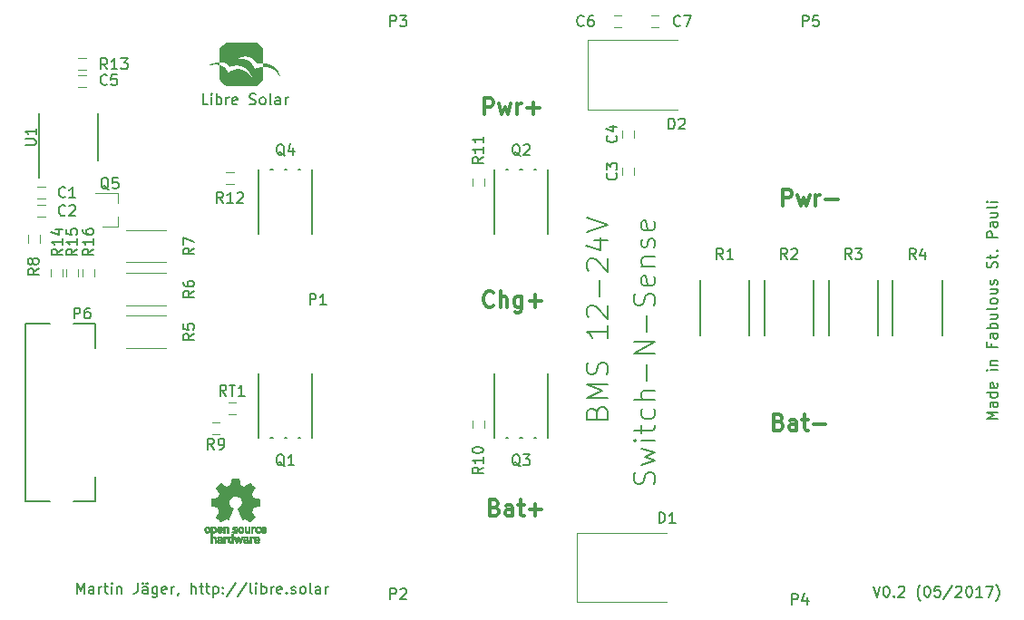
<source format=gbr>
G04 #@! TF.GenerationSoftware,KiCad,Pcbnew,(2017-05-10 revision 747583606)-makepkg*
G04 #@! TF.CreationDate,2017-05-29T23:11:27+02:00*
G04 #@! TF.ProjectId,Switch-N-Sense,5377697463682D4E2D53656E73652E6B,rev?*
G04 #@! TF.FileFunction,Legend,Top*
G04 #@! TF.FilePolarity,Positive*
%FSLAX46Y46*%
G04 Gerber Fmt 4.6, Leading zero omitted, Abs format (unit mm)*
G04 Created by KiCad (PCBNEW (2017-05-10 revision 747583606)-makepkg) date 05/29/17 23:11:27*
%MOMM*%
%LPD*%
G01*
G04 APERTURE LIST*
%ADD10C,0.100000*%
%ADD11C,0.150000*%
%ADD12C,0.200000*%
%ADD13C,0.300000*%
%ADD14C,0.120000*%
%ADD15C,0.010000*%
G04 APERTURE END LIST*
D10*
D11*
X188452380Y-99142857D02*
X187452380Y-99142857D01*
X188166666Y-98809523D01*
X187452380Y-98476190D01*
X188452380Y-98476190D01*
X188452380Y-97571428D02*
X187928571Y-97571428D01*
X187833333Y-97619047D01*
X187785714Y-97714285D01*
X187785714Y-97904761D01*
X187833333Y-98000000D01*
X188404761Y-97571428D02*
X188452380Y-97666666D01*
X188452380Y-97904761D01*
X188404761Y-98000000D01*
X188309523Y-98047619D01*
X188214285Y-98047619D01*
X188119047Y-98000000D01*
X188071428Y-97904761D01*
X188071428Y-97666666D01*
X188023809Y-97571428D01*
X188452380Y-96666666D02*
X187452380Y-96666666D01*
X188404761Y-96666666D02*
X188452380Y-96761904D01*
X188452380Y-96952380D01*
X188404761Y-97047619D01*
X188357142Y-97095238D01*
X188261904Y-97142857D01*
X187976190Y-97142857D01*
X187880952Y-97095238D01*
X187833333Y-97047619D01*
X187785714Y-96952380D01*
X187785714Y-96761904D01*
X187833333Y-96666666D01*
X188404761Y-95809523D02*
X188452380Y-95904761D01*
X188452380Y-96095238D01*
X188404761Y-96190476D01*
X188309523Y-96238095D01*
X187928571Y-96238095D01*
X187833333Y-96190476D01*
X187785714Y-96095238D01*
X187785714Y-95904761D01*
X187833333Y-95809523D01*
X187928571Y-95761904D01*
X188023809Y-95761904D01*
X188119047Y-96238095D01*
X188452380Y-94571428D02*
X187785714Y-94571428D01*
X187452380Y-94571428D02*
X187500000Y-94619047D01*
X187547619Y-94571428D01*
X187500000Y-94523809D01*
X187452380Y-94571428D01*
X187547619Y-94571428D01*
X187785714Y-94095238D02*
X188452380Y-94095238D01*
X187880952Y-94095238D02*
X187833333Y-94047619D01*
X187785714Y-93952380D01*
X187785714Y-93809523D01*
X187833333Y-93714285D01*
X187928571Y-93666666D01*
X188452380Y-93666666D01*
X187928571Y-92095238D02*
X187928571Y-92428571D01*
X188452380Y-92428571D02*
X187452380Y-92428571D01*
X187452380Y-91952380D01*
X188452380Y-91142857D02*
X187928571Y-91142857D01*
X187833333Y-91190476D01*
X187785714Y-91285714D01*
X187785714Y-91476190D01*
X187833333Y-91571428D01*
X188404761Y-91142857D02*
X188452380Y-91238095D01*
X188452380Y-91476190D01*
X188404761Y-91571428D01*
X188309523Y-91619047D01*
X188214285Y-91619047D01*
X188119047Y-91571428D01*
X188071428Y-91476190D01*
X188071428Y-91238095D01*
X188023809Y-91142857D01*
X188452380Y-90666666D02*
X187452380Y-90666666D01*
X187833333Y-90666666D02*
X187785714Y-90571428D01*
X187785714Y-90380952D01*
X187833333Y-90285714D01*
X187880952Y-90238095D01*
X187976190Y-90190476D01*
X188261904Y-90190476D01*
X188357142Y-90238095D01*
X188404761Y-90285714D01*
X188452380Y-90380952D01*
X188452380Y-90571428D01*
X188404761Y-90666666D01*
X187785714Y-89333333D02*
X188452380Y-89333333D01*
X187785714Y-89761904D02*
X188309523Y-89761904D01*
X188404761Y-89714285D01*
X188452380Y-89619047D01*
X188452380Y-89476190D01*
X188404761Y-89380952D01*
X188357142Y-89333333D01*
X188452380Y-88714285D02*
X188404761Y-88809523D01*
X188309523Y-88857142D01*
X187452380Y-88857142D01*
X188452380Y-88190476D02*
X188404761Y-88285714D01*
X188357142Y-88333333D01*
X188261904Y-88380952D01*
X187976190Y-88380952D01*
X187880952Y-88333333D01*
X187833333Y-88285714D01*
X187785714Y-88190476D01*
X187785714Y-88047619D01*
X187833333Y-87952380D01*
X187880952Y-87904761D01*
X187976190Y-87857142D01*
X188261904Y-87857142D01*
X188357142Y-87904761D01*
X188404761Y-87952380D01*
X188452380Y-88047619D01*
X188452380Y-88190476D01*
X187785714Y-87000000D02*
X188452380Y-87000000D01*
X187785714Y-87428571D02*
X188309523Y-87428571D01*
X188404761Y-87380952D01*
X188452380Y-87285714D01*
X188452380Y-87142857D01*
X188404761Y-87047619D01*
X188357142Y-87000000D01*
X188404761Y-86571428D02*
X188452380Y-86476190D01*
X188452380Y-86285714D01*
X188404761Y-86190476D01*
X188309523Y-86142857D01*
X188261904Y-86142857D01*
X188166666Y-86190476D01*
X188119047Y-86285714D01*
X188119047Y-86428571D01*
X188071428Y-86523809D01*
X187976190Y-86571428D01*
X187928571Y-86571428D01*
X187833333Y-86523809D01*
X187785714Y-86428571D01*
X187785714Y-86285714D01*
X187833333Y-86190476D01*
X188404761Y-85000000D02*
X188452380Y-84857142D01*
X188452380Y-84619047D01*
X188404761Y-84523809D01*
X188357142Y-84476190D01*
X188261904Y-84428571D01*
X188166666Y-84428571D01*
X188071428Y-84476190D01*
X188023809Y-84523809D01*
X187976190Y-84619047D01*
X187928571Y-84809523D01*
X187880952Y-84904761D01*
X187833333Y-84952380D01*
X187738095Y-85000000D01*
X187642857Y-85000000D01*
X187547619Y-84952380D01*
X187500000Y-84904761D01*
X187452380Y-84809523D01*
X187452380Y-84571428D01*
X187500000Y-84428571D01*
X187785714Y-84142857D02*
X187785714Y-83761904D01*
X187452380Y-84000000D02*
X188309523Y-84000000D01*
X188404761Y-83952380D01*
X188452380Y-83857142D01*
X188452380Y-83761904D01*
X188357142Y-83428571D02*
X188404761Y-83380952D01*
X188452380Y-83428571D01*
X188404761Y-83476190D01*
X188357142Y-83428571D01*
X188452380Y-83428571D01*
X188452380Y-82190476D02*
X187452380Y-82190476D01*
X187452380Y-81809523D01*
X187500000Y-81714285D01*
X187547619Y-81666666D01*
X187642857Y-81619047D01*
X187785714Y-81619047D01*
X187880952Y-81666666D01*
X187928571Y-81714285D01*
X187976190Y-81809523D01*
X187976190Y-82190476D01*
X188452380Y-80761904D02*
X187928571Y-80761904D01*
X187833333Y-80809523D01*
X187785714Y-80904761D01*
X187785714Y-81095238D01*
X187833333Y-81190476D01*
X188404761Y-80761904D02*
X188452380Y-80857142D01*
X188452380Y-81095238D01*
X188404761Y-81190476D01*
X188309523Y-81238095D01*
X188214285Y-81238095D01*
X188119047Y-81190476D01*
X188071428Y-81095238D01*
X188071428Y-80857142D01*
X188023809Y-80761904D01*
X187785714Y-79857142D02*
X188452380Y-79857142D01*
X187785714Y-80285714D02*
X188309523Y-80285714D01*
X188404761Y-80238095D01*
X188452380Y-80142857D01*
X188452380Y-80000000D01*
X188404761Y-79904761D01*
X188357142Y-79857142D01*
X188452380Y-79238095D02*
X188404761Y-79333333D01*
X188309523Y-79380952D01*
X187452380Y-79380952D01*
X188452380Y-78857142D02*
X187785714Y-78857142D01*
X187452380Y-78857142D02*
X187500000Y-78904761D01*
X187547619Y-78857142D01*
X187500000Y-78809523D01*
X187452380Y-78857142D01*
X187547619Y-78857142D01*
X176847619Y-114752380D02*
X177180952Y-115752380D01*
X177514285Y-114752380D01*
X178038095Y-114752380D02*
X178133333Y-114752380D01*
X178228571Y-114800000D01*
X178276190Y-114847619D01*
X178323809Y-114942857D01*
X178371428Y-115133333D01*
X178371428Y-115371428D01*
X178323809Y-115561904D01*
X178276190Y-115657142D01*
X178228571Y-115704761D01*
X178133333Y-115752380D01*
X178038095Y-115752380D01*
X177942857Y-115704761D01*
X177895238Y-115657142D01*
X177847619Y-115561904D01*
X177800000Y-115371428D01*
X177800000Y-115133333D01*
X177847619Y-114942857D01*
X177895238Y-114847619D01*
X177942857Y-114800000D01*
X178038095Y-114752380D01*
X178800000Y-115657142D02*
X178847619Y-115704761D01*
X178800000Y-115752380D01*
X178752380Y-115704761D01*
X178800000Y-115657142D01*
X178800000Y-115752380D01*
X179228571Y-114847619D02*
X179276190Y-114800000D01*
X179371428Y-114752380D01*
X179609523Y-114752380D01*
X179704761Y-114800000D01*
X179752380Y-114847619D01*
X179800000Y-114942857D01*
X179800000Y-115038095D01*
X179752380Y-115180952D01*
X179180952Y-115752380D01*
X179800000Y-115752380D01*
X181276190Y-116133333D02*
X181228571Y-116085714D01*
X181133333Y-115942857D01*
X181085714Y-115847619D01*
X181038095Y-115704761D01*
X180990476Y-115466666D01*
X180990476Y-115276190D01*
X181038095Y-115038095D01*
X181085714Y-114895238D01*
X181133333Y-114800000D01*
X181228571Y-114657142D01*
X181276190Y-114609523D01*
X181847619Y-114752380D02*
X181942857Y-114752380D01*
X182038095Y-114800000D01*
X182085714Y-114847619D01*
X182133333Y-114942857D01*
X182180952Y-115133333D01*
X182180952Y-115371428D01*
X182133333Y-115561904D01*
X182085714Y-115657142D01*
X182038095Y-115704761D01*
X181942857Y-115752380D01*
X181847619Y-115752380D01*
X181752380Y-115704761D01*
X181704761Y-115657142D01*
X181657142Y-115561904D01*
X181609523Y-115371428D01*
X181609523Y-115133333D01*
X181657142Y-114942857D01*
X181704761Y-114847619D01*
X181752380Y-114800000D01*
X181847619Y-114752380D01*
X183085714Y-114752380D02*
X182609523Y-114752380D01*
X182561904Y-115228571D01*
X182609523Y-115180952D01*
X182704761Y-115133333D01*
X182942857Y-115133333D01*
X183038095Y-115180952D01*
X183085714Y-115228571D01*
X183133333Y-115323809D01*
X183133333Y-115561904D01*
X183085714Y-115657142D01*
X183038095Y-115704761D01*
X182942857Y-115752380D01*
X182704761Y-115752380D01*
X182609523Y-115704761D01*
X182561904Y-115657142D01*
X184276190Y-114704761D02*
X183419047Y-115990476D01*
X184561904Y-114847619D02*
X184609523Y-114800000D01*
X184704761Y-114752380D01*
X184942857Y-114752380D01*
X185038095Y-114800000D01*
X185085714Y-114847619D01*
X185133333Y-114942857D01*
X185133333Y-115038095D01*
X185085714Y-115180952D01*
X184514285Y-115752380D01*
X185133333Y-115752380D01*
X185752380Y-114752380D02*
X185847619Y-114752380D01*
X185942857Y-114800000D01*
X185990476Y-114847619D01*
X186038095Y-114942857D01*
X186085714Y-115133333D01*
X186085714Y-115371428D01*
X186038095Y-115561904D01*
X185990476Y-115657142D01*
X185942857Y-115704761D01*
X185847619Y-115752380D01*
X185752380Y-115752380D01*
X185657142Y-115704761D01*
X185609523Y-115657142D01*
X185561904Y-115561904D01*
X185514285Y-115371428D01*
X185514285Y-115133333D01*
X185561904Y-114942857D01*
X185609523Y-114847619D01*
X185657142Y-114800000D01*
X185752380Y-114752380D01*
X187038095Y-115752380D02*
X186466666Y-115752380D01*
X186752380Y-115752380D02*
X186752380Y-114752380D01*
X186657142Y-114895238D01*
X186561904Y-114990476D01*
X186466666Y-115038095D01*
X187371428Y-114752380D02*
X188038095Y-114752380D01*
X187609523Y-115752380D01*
X188323809Y-116133333D02*
X188371428Y-116085714D01*
X188466666Y-115942857D01*
X188514285Y-115847619D01*
X188561904Y-115704761D01*
X188609523Y-115466666D01*
X188609523Y-115276190D01*
X188561904Y-115038095D01*
X188514285Y-114895238D01*
X188466666Y-114800000D01*
X188371428Y-114657142D01*
X188323809Y-114609523D01*
X102535595Y-115452380D02*
X102535595Y-114452380D01*
X102868928Y-115166666D01*
X103202261Y-114452380D01*
X103202261Y-115452380D01*
X104107023Y-115452380D02*
X104107023Y-114928571D01*
X104059404Y-114833333D01*
X103964166Y-114785714D01*
X103773690Y-114785714D01*
X103678452Y-114833333D01*
X104107023Y-115404761D02*
X104011785Y-115452380D01*
X103773690Y-115452380D01*
X103678452Y-115404761D01*
X103630833Y-115309523D01*
X103630833Y-115214285D01*
X103678452Y-115119047D01*
X103773690Y-115071428D01*
X104011785Y-115071428D01*
X104107023Y-115023809D01*
X104583214Y-115452380D02*
X104583214Y-114785714D01*
X104583214Y-114976190D02*
X104630833Y-114880952D01*
X104678452Y-114833333D01*
X104773690Y-114785714D01*
X104868928Y-114785714D01*
X105059404Y-114785714D02*
X105440357Y-114785714D01*
X105202261Y-114452380D02*
X105202261Y-115309523D01*
X105249880Y-115404761D01*
X105345119Y-115452380D01*
X105440357Y-115452380D01*
X105773690Y-115452380D02*
X105773690Y-114785714D01*
X105773690Y-114452380D02*
X105726071Y-114500000D01*
X105773690Y-114547619D01*
X105821309Y-114500000D01*
X105773690Y-114452380D01*
X105773690Y-114547619D01*
X106249880Y-114785714D02*
X106249880Y-115452380D01*
X106249880Y-114880952D02*
X106297500Y-114833333D01*
X106392738Y-114785714D01*
X106535595Y-114785714D01*
X106630833Y-114833333D01*
X106678452Y-114928571D01*
X106678452Y-115452380D01*
X108202261Y-114452380D02*
X108202261Y-115166666D01*
X108154642Y-115309523D01*
X108059404Y-115404761D01*
X107916547Y-115452380D01*
X107821309Y-115452380D01*
X109107023Y-115452380D02*
X109107023Y-114928571D01*
X109059404Y-114833333D01*
X108964166Y-114785714D01*
X108773690Y-114785714D01*
X108678452Y-114833333D01*
X109107023Y-115404761D02*
X109011785Y-115452380D01*
X108773690Y-115452380D01*
X108678452Y-115404761D01*
X108630833Y-115309523D01*
X108630833Y-115214285D01*
X108678452Y-115119047D01*
X108773690Y-115071428D01*
X109011785Y-115071428D01*
X109107023Y-115023809D01*
X108678452Y-114452380D02*
X108726071Y-114500000D01*
X108678452Y-114547619D01*
X108630833Y-114500000D01*
X108678452Y-114452380D01*
X108678452Y-114547619D01*
X109059404Y-114452380D02*
X109107023Y-114500000D01*
X109059404Y-114547619D01*
X109011785Y-114500000D01*
X109059404Y-114452380D01*
X109059404Y-114547619D01*
X110011785Y-114785714D02*
X110011785Y-115595238D01*
X109964166Y-115690476D01*
X109916547Y-115738095D01*
X109821309Y-115785714D01*
X109678452Y-115785714D01*
X109583214Y-115738095D01*
X110011785Y-115404761D02*
X109916547Y-115452380D01*
X109726071Y-115452380D01*
X109630833Y-115404761D01*
X109583214Y-115357142D01*
X109535595Y-115261904D01*
X109535595Y-114976190D01*
X109583214Y-114880952D01*
X109630833Y-114833333D01*
X109726071Y-114785714D01*
X109916547Y-114785714D01*
X110011785Y-114833333D01*
X110868928Y-115404761D02*
X110773690Y-115452380D01*
X110583214Y-115452380D01*
X110487976Y-115404761D01*
X110440357Y-115309523D01*
X110440357Y-114928571D01*
X110487976Y-114833333D01*
X110583214Y-114785714D01*
X110773690Y-114785714D01*
X110868928Y-114833333D01*
X110916547Y-114928571D01*
X110916547Y-115023809D01*
X110440357Y-115119047D01*
X111345119Y-115452380D02*
X111345119Y-114785714D01*
X111345119Y-114976190D02*
X111392738Y-114880952D01*
X111440357Y-114833333D01*
X111535595Y-114785714D01*
X111630833Y-114785714D01*
X112011785Y-115404761D02*
X112011785Y-115452380D01*
X111964166Y-115547619D01*
X111916547Y-115595238D01*
X113202261Y-115452380D02*
X113202261Y-114452380D01*
X113630833Y-115452380D02*
X113630833Y-114928571D01*
X113583214Y-114833333D01*
X113487976Y-114785714D01*
X113345119Y-114785714D01*
X113249880Y-114833333D01*
X113202261Y-114880952D01*
X113964166Y-114785714D02*
X114345119Y-114785714D01*
X114107023Y-114452380D02*
X114107023Y-115309523D01*
X114154642Y-115404761D01*
X114249880Y-115452380D01*
X114345119Y-115452380D01*
X114535595Y-114785714D02*
X114916547Y-114785714D01*
X114678452Y-114452380D02*
X114678452Y-115309523D01*
X114726071Y-115404761D01*
X114821309Y-115452380D01*
X114916547Y-115452380D01*
X115249880Y-114785714D02*
X115249880Y-115785714D01*
X115249880Y-114833333D02*
X115345119Y-114785714D01*
X115535595Y-114785714D01*
X115630833Y-114833333D01*
X115678452Y-114880952D01*
X115726071Y-114976190D01*
X115726071Y-115261904D01*
X115678452Y-115357142D01*
X115630833Y-115404761D01*
X115535595Y-115452380D01*
X115345119Y-115452380D01*
X115249880Y-115404761D01*
X116154642Y-115357142D02*
X116202261Y-115404761D01*
X116154642Y-115452380D01*
X116107023Y-115404761D01*
X116154642Y-115357142D01*
X116154642Y-115452380D01*
X116154642Y-114833333D02*
X116202261Y-114880952D01*
X116154642Y-114928571D01*
X116107023Y-114880952D01*
X116154642Y-114833333D01*
X116154642Y-114928571D01*
X117345119Y-114404761D02*
X116487976Y-115690476D01*
X118392738Y-114404761D02*
X117535595Y-115690476D01*
X118868928Y-115452380D02*
X118773690Y-115404761D01*
X118726071Y-115309523D01*
X118726071Y-114452380D01*
X119249880Y-115452380D02*
X119249880Y-114785714D01*
X119249880Y-114452380D02*
X119202261Y-114500000D01*
X119249880Y-114547619D01*
X119297500Y-114500000D01*
X119249880Y-114452380D01*
X119249880Y-114547619D01*
X119726071Y-115452380D02*
X119726071Y-114452380D01*
X119726071Y-114833333D02*
X119821309Y-114785714D01*
X120011785Y-114785714D01*
X120107023Y-114833333D01*
X120154642Y-114880952D01*
X120202261Y-114976190D01*
X120202261Y-115261904D01*
X120154642Y-115357142D01*
X120107023Y-115404761D01*
X120011785Y-115452380D01*
X119821309Y-115452380D01*
X119726071Y-115404761D01*
X120630833Y-115452380D02*
X120630833Y-114785714D01*
X120630833Y-114976190D02*
X120678452Y-114880952D01*
X120726071Y-114833333D01*
X120821309Y-114785714D01*
X120916547Y-114785714D01*
X121630833Y-115404761D02*
X121535595Y-115452380D01*
X121345119Y-115452380D01*
X121249880Y-115404761D01*
X121202261Y-115309523D01*
X121202261Y-114928571D01*
X121249880Y-114833333D01*
X121345119Y-114785714D01*
X121535595Y-114785714D01*
X121630833Y-114833333D01*
X121678452Y-114928571D01*
X121678452Y-115023809D01*
X121202261Y-115119047D01*
X122107023Y-115357142D02*
X122154642Y-115404761D01*
X122107023Y-115452380D01*
X122059404Y-115404761D01*
X122107023Y-115357142D01*
X122107023Y-115452380D01*
X122535595Y-115404761D02*
X122630833Y-115452380D01*
X122821309Y-115452380D01*
X122916547Y-115404761D01*
X122964166Y-115309523D01*
X122964166Y-115261904D01*
X122916547Y-115166666D01*
X122821309Y-115119047D01*
X122678452Y-115119047D01*
X122583214Y-115071428D01*
X122535595Y-114976190D01*
X122535595Y-114928571D01*
X122583214Y-114833333D01*
X122678452Y-114785714D01*
X122821309Y-114785714D01*
X122916547Y-114833333D01*
X123535595Y-115452380D02*
X123440357Y-115404761D01*
X123392738Y-115357142D01*
X123345119Y-115261904D01*
X123345119Y-114976190D01*
X123392738Y-114880952D01*
X123440357Y-114833333D01*
X123535595Y-114785714D01*
X123678452Y-114785714D01*
X123773690Y-114833333D01*
X123821309Y-114880952D01*
X123868928Y-114976190D01*
X123868928Y-115261904D01*
X123821309Y-115357142D01*
X123773690Y-115404761D01*
X123678452Y-115452380D01*
X123535595Y-115452380D01*
X124440357Y-115452380D02*
X124345119Y-115404761D01*
X124297500Y-115309523D01*
X124297500Y-114452380D01*
X125249880Y-115452380D02*
X125249880Y-114928571D01*
X125202261Y-114833333D01*
X125107023Y-114785714D01*
X124916547Y-114785714D01*
X124821309Y-114833333D01*
X125249880Y-115404761D02*
X125154642Y-115452380D01*
X124916547Y-115452380D01*
X124821309Y-115404761D01*
X124773690Y-115309523D01*
X124773690Y-115214285D01*
X124821309Y-115119047D01*
X124916547Y-115071428D01*
X125154642Y-115071428D01*
X125249880Y-115023809D01*
X125726071Y-115452380D02*
X125726071Y-114785714D01*
X125726071Y-114976190D02*
X125773690Y-114880952D01*
X125821309Y-114833333D01*
X125916547Y-114785714D01*
X126011785Y-114785714D01*
D12*
X156409523Y-105233333D02*
X156504761Y-104947619D01*
X156504761Y-104471428D01*
X156409523Y-104280952D01*
X156314285Y-104185714D01*
X156123809Y-104090476D01*
X155933333Y-104090476D01*
X155742857Y-104185714D01*
X155647619Y-104280952D01*
X155552380Y-104471428D01*
X155457142Y-104852380D01*
X155361904Y-105042857D01*
X155266666Y-105138095D01*
X155076190Y-105233333D01*
X154885714Y-105233333D01*
X154695238Y-105138095D01*
X154600000Y-105042857D01*
X154504761Y-104852380D01*
X154504761Y-104376190D01*
X154600000Y-104090476D01*
X155171428Y-103423809D02*
X156504761Y-103042857D01*
X155552380Y-102661904D01*
X156504761Y-102280952D01*
X155171428Y-101900000D01*
X156504761Y-101138095D02*
X155171428Y-101138095D01*
X154504761Y-101138095D02*
X154600000Y-101233333D01*
X154695238Y-101138095D01*
X154600000Y-101042857D01*
X154504761Y-101138095D01*
X154695238Y-101138095D01*
X155171428Y-100471428D02*
X155171428Y-99709523D01*
X154504761Y-100185714D02*
X156219047Y-100185714D01*
X156409523Y-100090476D01*
X156504761Y-99900000D01*
X156504761Y-99709523D01*
X156409523Y-98185714D02*
X156504761Y-98376190D01*
X156504761Y-98757142D01*
X156409523Y-98947619D01*
X156314285Y-99042857D01*
X156123809Y-99138095D01*
X155552380Y-99138095D01*
X155361904Y-99042857D01*
X155266666Y-98947619D01*
X155171428Y-98757142D01*
X155171428Y-98376190D01*
X155266666Y-98185714D01*
X156504761Y-97328571D02*
X154504761Y-97328571D01*
X156504761Y-96471428D02*
X155457142Y-96471428D01*
X155266666Y-96566666D01*
X155171428Y-96757142D01*
X155171428Y-97042857D01*
X155266666Y-97233333D01*
X155361904Y-97328571D01*
X155742857Y-95519047D02*
X155742857Y-93995238D01*
X156504761Y-93042857D02*
X154504761Y-93042857D01*
X156504761Y-91900000D01*
X154504761Y-91900000D01*
X155742857Y-90947619D02*
X155742857Y-89423809D01*
X156409523Y-88566666D02*
X156504761Y-88280952D01*
X156504761Y-87804761D01*
X156409523Y-87614285D01*
X156314285Y-87519047D01*
X156123809Y-87423809D01*
X155933333Y-87423809D01*
X155742857Y-87519047D01*
X155647619Y-87614285D01*
X155552380Y-87804761D01*
X155457142Y-88185714D01*
X155361904Y-88376190D01*
X155266666Y-88471428D01*
X155076190Y-88566666D01*
X154885714Y-88566666D01*
X154695238Y-88471428D01*
X154600000Y-88376190D01*
X154504761Y-88185714D01*
X154504761Y-87709523D01*
X154600000Y-87423809D01*
X156409523Y-85804761D02*
X156504761Y-85995238D01*
X156504761Y-86376190D01*
X156409523Y-86566666D01*
X156219047Y-86661904D01*
X155457142Y-86661904D01*
X155266666Y-86566666D01*
X155171428Y-86376190D01*
X155171428Y-85995238D01*
X155266666Y-85804761D01*
X155457142Y-85709523D01*
X155647619Y-85709523D01*
X155838095Y-86661904D01*
X155171428Y-84852380D02*
X156504761Y-84852380D01*
X155361904Y-84852380D02*
X155266666Y-84757142D01*
X155171428Y-84566666D01*
X155171428Y-84280952D01*
X155266666Y-84090476D01*
X155457142Y-83995238D01*
X156504761Y-83995238D01*
X156409523Y-83138095D02*
X156504761Y-82947619D01*
X156504761Y-82566666D01*
X156409523Y-82376190D01*
X156219047Y-82280952D01*
X156123809Y-82280952D01*
X155933333Y-82376190D01*
X155838095Y-82566666D01*
X155838095Y-82852380D01*
X155742857Y-83042857D01*
X155552380Y-83138095D01*
X155457142Y-83138095D01*
X155266666Y-83042857D01*
X155171428Y-82852380D01*
X155171428Y-82566666D01*
X155266666Y-82376190D01*
X156409523Y-80661904D02*
X156504761Y-80852380D01*
X156504761Y-81233333D01*
X156409523Y-81423809D01*
X156219047Y-81519047D01*
X155457142Y-81519047D01*
X155266666Y-81423809D01*
X155171428Y-81233333D01*
X155171428Y-80852380D01*
X155266666Y-80661904D01*
X155457142Y-80566666D01*
X155647619Y-80566666D01*
X155838095Y-81519047D01*
X151057142Y-98527142D02*
X151152380Y-98241428D01*
X151247619Y-98146190D01*
X151438095Y-98050952D01*
X151723809Y-98050952D01*
X151914285Y-98146190D01*
X152009523Y-98241428D01*
X152104761Y-98431904D01*
X152104761Y-99193809D01*
X150104761Y-99193809D01*
X150104761Y-98527142D01*
X150200000Y-98336666D01*
X150295238Y-98241428D01*
X150485714Y-98146190D01*
X150676190Y-98146190D01*
X150866666Y-98241428D01*
X150961904Y-98336666D01*
X151057142Y-98527142D01*
X151057142Y-99193809D01*
X152104761Y-97193809D02*
X150104761Y-97193809D01*
X151533333Y-96527142D01*
X150104761Y-95860476D01*
X152104761Y-95860476D01*
X152009523Y-95003333D02*
X152104761Y-94717619D01*
X152104761Y-94241428D01*
X152009523Y-94050952D01*
X151914285Y-93955714D01*
X151723809Y-93860476D01*
X151533333Y-93860476D01*
X151342857Y-93955714D01*
X151247619Y-94050952D01*
X151152380Y-94241428D01*
X151057142Y-94622380D01*
X150961904Y-94812857D01*
X150866666Y-94908095D01*
X150676190Y-95003333D01*
X150485714Y-95003333D01*
X150295238Y-94908095D01*
X150200000Y-94812857D01*
X150104761Y-94622380D01*
X150104761Y-94146190D01*
X150200000Y-93860476D01*
X152104761Y-90431904D02*
X152104761Y-91574761D01*
X152104761Y-91003333D02*
X150104761Y-91003333D01*
X150390476Y-91193809D01*
X150580952Y-91384285D01*
X150676190Y-91574761D01*
X150295238Y-89670000D02*
X150200000Y-89574761D01*
X150104761Y-89384285D01*
X150104761Y-88908095D01*
X150200000Y-88717619D01*
X150295238Y-88622380D01*
X150485714Y-88527142D01*
X150676190Y-88527142D01*
X150961904Y-88622380D01*
X152104761Y-89765238D01*
X152104761Y-88527142D01*
X151342857Y-87670000D02*
X151342857Y-86146190D01*
X150295238Y-85289047D02*
X150200000Y-85193809D01*
X150104761Y-85003333D01*
X150104761Y-84527142D01*
X150200000Y-84336666D01*
X150295238Y-84241428D01*
X150485714Y-84146190D01*
X150676190Y-84146190D01*
X150961904Y-84241428D01*
X152104761Y-85384285D01*
X152104761Y-84146190D01*
X150771428Y-82431904D02*
X152104761Y-82431904D01*
X150009523Y-82908095D02*
X151438095Y-83384285D01*
X151438095Y-82146190D01*
X150104761Y-81670000D02*
X152104761Y-81003333D01*
X150104761Y-80336666D01*
D13*
X141409285Y-88535714D02*
X141337857Y-88607142D01*
X141123571Y-88678571D01*
X140980714Y-88678571D01*
X140766428Y-88607142D01*
X140623571Y-88464285D01*
X140552142Y-88321428D01*
X140480714Y-88035714D01*
X140480714Y-87821428D01*
X140552142Y-87535714D01*
X140623571Y-87392857D01*
X140766428Y-87250000D01*
X140980714Y-87178571D01*
X141123571Y-87178571D01*
X141337857Y-87250000D01*
X141409285Y-87321428D01*
X142052142Y-88678571D02*
X142052142Y-87178571D01*
X142695000Y-88678571D02*
X142695000Y-87892857D01*
X142623571Y-87750000D01*
X142480714Y-87678571D01*
X142266428Y-87678571D01*
X142123571Y-87750000D01*
X142052142Y-87821428D01*
X144052142Y-87678571D02*
X144052142Y-88892857D01*
X143980714Y-89035714D01*
X143909285Y-89107142D01*
X143766428Y-89178571D01*
X143552142Y-89178571D01*
X143409285Y-89107142D01*
X144052142Y-88607142D02*
X143909285Y-88678571D01*
X143623571Y-88678571D01*
X143480714Y-88607142D01*
X143409285Y-88535714D01*
X143337857Y-88392857D01*
X143337857Y-87964285D01*
X143409285Y-87821428D01*
X143480714Y-87750000D01*
X143623571Y-87678571D01*
X143909285Y-87678571D01*
X144052142Y-87750000D01*
X144766428Y-88107142D02*
X145909285Y-88107142D01*
X145337857Y-88678571D02*
X145337857Y-87535714D01*
X141552142Y-107392857D02*
X141766428Y-107464285D01*
X141837857Y-107535714D01*
X141909285Y-107678571D01*
X141909285Y-107892857D01*
X141837857Y-108035714D01*
X141766428Y-108107142D01*
X141623571Y-108178571D01*
X141052142Y-108178571D01*
X141052142Y-106678571D01*
X141552142Y-106678571D01*
X141695000Y-106750000D01*
X141766428Y-106821428D01*
X141837857Y-106964285D01*
X141837857Y-107107142D01*
X141766428Y-107250000D01*
X141695000Y-107321428D01*
X141552142Y-107392857D01*
X141052142Y-107392857D01*
X143195000Y-108178571D02*
X143195000Y-107392857D01*
X143123571Y-107250000D01*
X142980714Y-107178571D01*
X142695000Y-107178571D01*
X142552142Y-107250000D01*
X143195000Y-108107142D02*
X143052142Y-108178571D01*
X142695000Y-108178571D01*
X142552142Y-108107142D01*
X142480714Y-107964285D01*
X142480714Y-107821428D01*
X142552142Y-107678571D01*
X142695000Y-107607142D01*
X143052142Y-107607142D01*
X143195000Y-107535714D01*
X143695000Y-107178571D02*
X144266428Y-107178571D01*
X143909285Y-106678571D02*
X143909285Y-107964285D01*
X143980714Y-108107142D01*
X144123571Y-108178571D01*
X144266428Y-108178571D01*
X144766428Y-107607142D02*
X145909285Y-107607142D01*
X145337857Y-108178571D02*
X145337857Y-107035714D01*
X140552142Y-70678571D02*
X140552142Y-69178571D01*
X141123571Y-69178571D01*
X141266428Y-69250000D01*
X141337857Y-69321428D01*
X141409285Y-69464285D01*
X141409285Y-69678571D01*
X141337857Y-69821428D01*
X141266428Y-69892857D01*
X141123571Y-69964285D01*
X140552142Y-69964285D01*
X141909285Y-69678571D02*
X142195000Y-70678571D01*
X142480714Y-69964285D01*
X142766428Y-70678571D01*
X143052142Y-69678571D01*
X143623571Y-70678571D02*
X143623571Y-69678571D01*
X143623571Y-69964285D02*
X143695000Y-69821428D01*
X143766428Y-69750000D01*
X143909285Y-69678571D01*
X144052142Y-69678571D01*
X144552142Y-70107142D02*
X145695000Y-70107142D01*
X145123571Y-70678571D02*
X145123571Y-69535714D01*
X168071428Y-99392857D02*
X168285714Y-99464285D01*
X168357142Y-99535714D01*
X168428571Y-99678571D01*
X168428571Y-99892857D01*
X168357142Y-100035714D01*
X168285714Y-100107142D01*
X168142857Y-100178571D01*
X167571428Y-100178571D01*
X167571428Y-98678571D01*
X168071428Y-98678571D01*
X168214285Y-98750000D01*
X168285714Y-98821428D01*
X168357142Y-98964285D01*
X168357142Y-99107142D01*
X168285714Y-99250000D01*
X168214285Y-99321428D01*
X168071428Y-99392857D01*
X167571428Y-99392857D01*
X169714285Y-100178571D02*
X169714285Y-99392857D01*
X169642857Y-99250000D01*
X169500000Y-99178571D01*
X169214285Y-99178571D01*
X169071428Y-99250000D01*
X169714285Y-100107142D02*
X169571428Y-100178571D01*
X169214285Y-100178571D01*
X169071428Y-100107142D01*
X169000000Y-99964285D01*
X169000000Y-99821428D01*
X169071428Y-99678571D01*
X169214285Y-99607142D01*
X169571428Y-99607142D01*
X169714285Y-99535714D01*
X170214285Y-99178571D02*
X170785714Y-99178571D01*
X170428571Y-98678571D02*
X170428571Y-99964285D01*
X170500000Y-100107142D01*
X170642857Y-100178571D01*
X170785714Y-100178571D01*
X171285714Y-99607142D02*
X172428571Y-99607142D01*
X168428571Y-79178571D02*
X168428571Y-77678571D01*
X169000000Y-77678571D01*
X169142857Y-77750000D01*
X169214285Y-77821428D01*
X169285714Y-77964285D01*
X169285714Y-78178571D01*
X169214285Y-78321428D01*
X169142857Y-78392857D01*
X169000000Y-78464285D01*
X168428571Y-78464285D01*
X169785714Y-78178571D02*
X170071428Y-79178571D01*
X170357142Y-78464285D01*
X170642857Y-79178571D01*
X170928571Y-78178571D01*
X171500000Y-79178571D02*
X171500000Y-78178571D01*
X171500000Y-78464285D02*
X171571428Y-78321428D01*
X171642857Y-78250000D01*
X171785714Y-78178571D01*
X171928571Y-78178571D01*
X172428571Y-78607142D02*
X173571428Y-78607142D01*
D11*
X104525000Y-75000000D02*
X104525000Y-70600000D01*
X99000000Y-76575000D02*
X99000000Y-70600000D01*
X97700000Y-90200000D02*
X97700000Y-106800000D01*
X102200000Y-106800000D02*
X104200000Y-106800000D01*
X104200000Y-106800000D02*
X104200000Y-104500000D01*
X102200000Y-90200000D02*
X104200000Y-90200000D01*
X104200000Y-90200000D02*
X104200000Y-92500000D01*
X100000000Y-106800000D02*
X97700000Y-106800000D01*
X100000000Y-90200000D02*
X97700000Y-90200000D01*
D14*
X153350000Y-62550000D02*
X152650000Y-62550000D01*
X152650000Y-61450000D02*
X153350000Y-61450000D01*
X98850000Y-79150000D02*
X99550000Y-79150000D01*
X99550000Y-80250000D02*
X98850000Y-80250000D01*
X154550000Y-72150000D02*
X154550000Y-72850000D01*
X153450000Y-72850000D02*
X153450000Y-72150000D01*
X103350000Y-68150000D02*
X102650000Y-68150000D01*
X102650000Y-67050000D02*
X103350000Y-67050000D01*
X156850000Y-62550000D02*
X156150000Y-62550000D01*
X156150000Y-61450000D02*
X156850000Y-61450000D01*
X98850000Y-77450000D02*
X99550000Y-77450000D01*
X99550000Y-78550000D02*
X98850000Y-78550000D01*
X154550000Y-75650000D02*
X154550000Y-76350000D01*
X153450000Y-76350000D02*
X153450000Y-75650000D01*
X149200000Y-109750000D02*
X157600000Y-109750000D01*
X149200000Y-116250000D02*
X157600000Y-116250000D01*
X149200000Y-116250000D02*
X149200000Y-109750000D01*
X150200000Y-70250000D02*
X150200000Y-63750000D01*
X150200000Y-70250000D02*
X158600000Y-70250000D01*
X150200000Y-63750000D02*
X158600000Y-63750000D01*
X102650000Y-65450000D02*
X103350000Y-65450000D01*
X103350000Y-66550000D02*
X102650000Y-66550000D01*
X116650000Y-97550000D02*
X117350000Y-97550000D01*
X117350000Y-98650000D02*
X116650000Y-98650000D01*
X101550000Y-85850000D02*
X101550000Y-85150000D01*
X102650000Y-85150000D02*
X102650000Y-85850000D01*
X104150000Y-85150000D02*
X104150000Y-85850000D01*
X103050000Y-85850000D02*
X103050000Y-85150000D01*
X100050000Y-85850000D02*
X100050000Y-85150000D01*
X101150000Y-85150000D02*
X101150000Y-85850000D01*
X140550000Y-76650000D02*
X140550000Y-77350000D01*
X139450000Y-77350000D02*
X139450000Y-76650000D01*
X140550000Y-99295939D02*
X140550000Y-99995939D01*
X139450000Y-99995939D02*
X139450000Y-99295939D01*
X115150000Y-99450000D02*
X115850000Y-99450000D01*
X115850000Y-100550000D02*
X115150000Y-100550000D01*
X99050000Y-81950000D02*
X99050000Y-82650000D01*
X97950000Y-82650000D02*
X97950000Y-81950000D01*
X116450000Y-76050000D02*
X117150000Y-76050000D01*
X117150000Y-77150000D02*
X116450000Y-77150000D01*
X107150000Y-89500000D02*
X110850000Y-89500000D01*
X110850000Y-92500000D02*
X107150000Y-92500000D01*
X110850000Y-84500000D02*
X107150000Y-84500000D01*
X107150000Y-81500000D02*
X110850000Y-81500000D01*
X107150000Y-85500000D02*
X110850000Y-85500000D01*
X110850000Y-88500000D02*
X107150000Y-88500000D01*
X106360000Y-81180000D02*
X106360000Y-80250000D01*
X106360000Y-78020000D02*
X106360000Y-78950000D01*
X106360000Y-78020000D02*
X104200000Y-78020000D01*
X106360000Y-81180000D02*
X104900000Y-81180000D01*
D11*
X124500000Y-75850000D02*
X124500000Y-81850000D01*
X119500000Y-81850000D02*
X119500000Y-75850000D01*
X123400000Y-75850000D02*
X123200000Y-75850000D01*
X122100000Y-75850000D02*
X121900000Y-75850000D01*
X120800000Y-75850000D02*
X120600000Y-75850000D01*
X123200000Y-100850000D02*
X123400000Y-100850000D01*
X121900000Y-100850000D02*
X122100000Y-100850000D01*
X120600000Y-100850000D02*
X120800000Y-100850000D01*
X124500000Y-94850000D02*
X124500000Y-100850000D01*
X119500000Y-100850000D02*
X119500000Y-94850000D01*
X146500000Y-75850000D02*
X146500000Y-81850000D01*
X141500000Y-81850000D02*
X141500000Y-75850000D01*
X145400000Y-75850000D02*
X145200000Y-75850000D01*
X144100000Y-75850000D02*
X143900000Y-75850000D01*
X142800000Y-75850000D02*
X142600000Y-75850000D01*
X141500000Y-100850000D02*
X141500000Y-94850000D01*
X146500000Y-94850000D02*
X146500000Y-100850000D01*
X142600000Y-100850000D02*
X142800000Y-100850000D01*
X143900000Y-100850000D02*
X144100000Y-100850000D01*
X145200000Y-100850000D02*
X145400000Y-100850000D01*
X171300000Y-86150000D02*
X171300000Y-91350000D01*
X166700000Y-91350000D02*
X166700000Y-86150000D01*
X165300000Y-86150000D02*
X165300000Y-91350000D01*
X160700000Y-91350000D02*
X160700000Y-86150000D01*
X177300000Y-86150000D02*
X177300000Y-91350000D01*
X172700000Y-91350000D02*
X172700000Y-86150000D01*
X183300000Y-86150000D02*
X183300000Y-91350000D01*
X178700000Y-91350000D02*
X178700000Y-86150000D01*
D10*
G36*
X116452500Y-68042500D02*
X119308500Y-68042500D01*
X119308500Y-68025500D01*
X116452500Y-68025500D01*
X116452500Y-68042500D01*
G37*
G36*
X116435500Y-68025500D02*
X119342500Y-68025500D01*
X119342500Y-68008500D01*
X116435500Y-68008500D01*
X116435500Y-68025500D01*
G37*
G36*
X116401500Y-68008500D02*
X119359500Y-68008500D01*
X119359500Y-67991500D01*
X116401500Y-67991500D01*
X116401500Y-68008500D01*
G37*
G36*
X116384500Y-67991500D02*
X119393500Y-67991500D01*
X119393500Y-67974500D01*
X116384500Y-67974500D01*
X116384500Y-67991500D01*
G37*
G36*
X116367500Y-67974500D02*
X119410500Y-67974500D01*
X119410500Y-67957500D01*
X116367500Y-67957500D01*
X116367500Y-67974500D01*
G37*
G36*
X116350500Y-67957500D02*
X119427500Y-67957500D01*
X119427500Y-67940500D01*
X116350500Y-67940500D01*
X116350500Y-67957500D01*
G37*
G36*
X116316500Y-67940500D02*
X119444500Y-67940500D01*
X119444500Y-67923500D01*
X116316500Y-67923500D01*
X116316500Y-67940500D01*
G37*
G36*
X116299500Y-67923500D02*
X119461500Y-67923500D01*
X119461500Y-67906500D01*
X116299500Y-67906500D01*
X116299500Y-67923500D01*
G37*
G36*
X116282500Y-67906500D02*
X119478500Y-67906500D01*
X119478500Y-67889500D01*
X116282500Y-67889500D01*
X116282500Y-67906500D01*
G37*
G36*
X116265500Y-67889500D02*
X119495500Y-67889500D01*
X119495500Y-67872500D01*
X116265500Y-67872500D01*
X116265500Y-67889500D01*
G37*
G36*
X116248500Y-67872500D02*
X119512500Y-67872500D01*
X119512500Y-67855500D01*
X116248500Y-67855500D01*
X116248500Y-67872500D01*
G37*
G36*
X116231500Y-67855500D02*
X119546500Y-67855500D01*
X119546500Y-67838500D01*
X116231500Y-67838500D01*
X116231500Y-67855500D01*
G37*
G36*
X116214500Y-67838500D02*
X119563500Y-67838500D01*
X119563500Y-67821500D01*
X116214500Y-67821500D01*
X116214500Y-67838500D01*
G37*
G36*
X116197500Y-67821500D02*
X119580500Y-67821500D01*
X119580500Y-67804500D01*
X116197500Y-67804500D01*
X116197500Y-67821500D01*
G37*
G36*
X116180500Y-67804500D02*
X119597500Y-67804500D01*
X119597500Y-67787500D01*
X116180500Y-67787500D01*
X116180500Y-67804500D01*
G37*
G36*
X116163500Y-67787500D02*
X119614500Y-67787500D01*
X119614500Y-67770500D01*
X116163500Y-67770500D01*
X116163500Y-67787500D01*
G37*
G36*
X116146500Y-67770500D02*
X119631500Y-67770500D01*
X119631500Y-67753500D01*
X116146500Y-67753500D01*
X116146500Y-67770500D01*
G37*
G36*
X116129500Y-67753500D02*
X119648500Y-67753500D01*
X119648500Y-67736500D01*
X116129500Y-67736500D01*
X116129500Y-67753500D01*
G37*
G36*
X116112500Y-67736500D02*
X119665500Y-67736500D01*
X119665500Y-67719500D01*
X116112500Y-67719500D01*
X116112500Y-67736500D01*
G37*
G36*
X116095500Y-67719500D02*
X119682500Y-67719500D01*
X119682500Y-67702500D01*
X116095500Y-67702500D01*
X116095500Y-67719500D01*
G37*
G36*
X116078500Y-67702500D02*
X119699500Y-67702500D01*
X119699500Y-67685500D01*
X116078500Y-67685500D01*
X116078500Y-67702500D01*
G37*
G36*
X116061500Y-67685500D02*
X119716500Y-67685500D01*
X119716500Y-67668500D01*
X116061500Y-67668500D01*
X116061500Y-67685500D01*
G37*
G36*
X116044500Y-67668500D02*
X119733500Y-67668500D01*
X119733500Y-67651500D01*
X116044500Y-67651500D01*
X116044500Y-67668500D01*
G37*
G36*
X116027500Y-67651500D02*
X119750500Y-67651500D01*
X119750500Y-67634500D01*
X116027500Y-67634500D01*
X116027500Y-67651500D01*
G37*
G36*
X116010500Y-67634500D02*
X119750500Y-67634500D01*
X119750500Y-67617500D01*
X116010500Y-67617500D01*
X116010500Y-67634500D01*
G37*
G36*
X115993500Y-67617500D02*
X119767500Y-67617500D01*
X119767500Y-67600500D01*
X115993500Y-67600500D01*
X115993500Y-67617500D01*
G37*
G36*
X115976500Y-67600500D02*
X119784500Y-67600500D01*
X119784500Y-67583500D01*
X115976500Y-67583500D01*
X115976500Y-67600500D01*
G37*
G36*
X115959500Y-67583500D02*
X119801500Y-67583500D01*
X119801500Y-67566500D01*
X115959500Y-67566500D01*
X115959500Y-67583500D01*
G37*
G36*
X115942500Y-67566500D02*
X119818500Y-67566500D01*
X119818500Y-67549500D01*
X115942500Y-67549500D01*
X115942500Y-67566500D01*
G37*
G36*
X115925500Y-67549500D02*
X119835500Y-67549500D01*
X119835500Y-67532500D01*
X115925500Y-67532500D01*
X115925500Y-67549500D01*
G37*
G36*
X115908500Y-67532500D02*
X119852500Y-67532500D01*
X119852500Y-67515500D01*
X115908500Y-67515500D01*
X115908500Y-67532500D01*
G37*
G36*
X115908500Y-67515500D02*
X119869500Y-67515500D01*
X119869500Y-67498500D01*
X115908500Y-67498500D01*
X115908500Y-67515500D01*
G37*
G36*
X115891500Y-67498500D02*
X119886500Y-67498500D01*
X119886500Y-67481500D01*
X115891500Y-67481500D01*
X115891500Y-67498500D01*
G37*
G36*
X115874500Y-67481500D02*
X119886500Y-67481500D01*
X119886500Y-67464500D01*
X115874500Y-67464500D01*
X115874500Y-67481500D01*
G37*
G36*
X115857500Y-67464500D02*
X119903500Y-67464500D01*
X119903500Y-67447500D01*
X115857500Y-67447500D01*
X115857500Y-67464500D01*
G37*
G36*
X115857500Y-67447500D02*
X119920500Y-67447500D01*
X119920500Y-67430500D01*
X115857500Y-67430500D01*
X115857500Y-67447500D01*
G37*
G36*
X115840500Y-67430500D02*
X119920500Y-67430500D01*
X119920500Y-67413500D01*
X115840500Y-67413500D01*
X115840500Y-67430500D01*
G37*
G36*
X115840500Y-67413500D02*
X119937500Y-67413500D01*
X119937500Y-67396500D01*
X115840500Y-67396500D01*
X115840500Y-67413500D01*
G37*
G36*
X115840500Y-67396500D02*
X119937500Y-67396500D01*
X119937500Y-67379500D01*
X115840500Y-67379500D01*
X115840500Y-67396500D01*
G37*
G36*
X115840500Y-67379500D02*
X119937500Y-67379500D01*
X119937500Y-67362500D01*
X115840500Y-67362500D01*
X115840500Y-67379500D01*
G37*
G36*
X115840500Y-67362500D02*
X119937500Y-67362500D01*
X119937500Y-67345500D01*
X115840500Y-67345500D01*
X115840500Y-67362500D01*
G37*
G36*
X115840500Y-67345500D02*
X119937500Y-67345500D01*
X119937500Y-67328500D01*
X115840500Y-67328500D01*
X115840500Y-67345500D01*
G37*
G36*
X115840500Y-67328500D02*
X119937500Y-67328500D01*
X119937500Y-67311500D01*
X115840500Y-67311500D01*
X115840500Y-67328500D01*
G37*
G36*
X115840500Y-67311500D02*
X119937500Y-67311500D01*
X119937500Y-67294500D01*
X115840500Y-67294500D01*
X115840500Y-67311500D01*
G37*
G36*
X115840500Y-67294500D02*
X119937500Y-67294500D01*
X119937500Y-67277500D01*
X115840500Y-67277500D01*
X115840500Y-67294500D01*
G37*
G36*
X115840500Y-67277500D02*
X119937500Y-67277500D01*
X119937500Y-67260500D01*
X115840500Y-67260500D01*
X115840500Y-67277500D01*
G37*
G36*
X115840500Y-67260500D02*
X118900500Y-67260500D01*
X118900500Y-67243500D01*
X115840500Y-67243500D01*
X115840500Y-67260500D01*
G37*
G36*
X118917500Y-67260500D02*
X119937500Y-67260500D01*
X119937500Y-67243500D01*
X118917500Y-67243500D01*
X118917500Y-67260500D01*
G37*
G36*
X121569500Y-67260500D02*
X121586500Y-67260500D01*
X121586500Y-67243500D01*
X121569500Y-67243500D01*
X121569500Y-67260500D01*
G37*
G36*
X115840500Y-67243500D02*
X118883500Y-67243500D01*
X118883500Y-67226500D01*
X115840500Y-67226500D01*
X115840500Y-67243500D01*
G37*
G36*
X118900500Y-67243500D02*
X119937500Y-67243500D01*
X119937500Y-67226500D01*
X118900500Y-67226500D01*
X118900500Y-67243500D01*
G37*
G36*
X121552500Y-67243500D02*
X121569500Y-67243500D01*
X121569500Y-67226500D01*
X121552500Y-67226500D01*
X121552500Y-67243500D01*
G37*
G36*
X115840500Y-67226500D02*
X118866500Y-67226500D01*
X118866500Y-67209500D01*
X115840500Y-67209500D01*
X115840500Y-67226500D01*
G37*
G36*
X118900500Y-67226500D02*
X119937500Y-67226500D01*
X119937500Y-67209500D01*
X118900500Y-67209500D01*
X118900500Y-67226500D01*
G37*
G36*
X121535500Y-67226500D02*
X121569500Y-67226500D01*
X121569500Y-67209500D01*
X121535500Y-67209500D01*
X121535500Y-67226500D01*
G37*
G36*
X115840500Y-67209500D02*
X118849500Y-67209500D01*
X118849500Y-67192500D01*
X115840500Y-67192500D01*
X115840500Y-67209500D01*
G37*
G36*
X118883500Y-67209500D02*
X119937500Y-67209500D01*
X119937500Y-67192500D01*
X118883500Y-67192500D01*
X118883500Y-67209500D01*
G37*
G36*
X121535500Y-67209500D02*
X121552500Y-67209500D01*
X121552500Y-67192500D01*
X121535500Y-67192500D01*
X121535500Y-67209500D01*
G37*
G36*
X115840500Y-67192500D02*
X118832500Y-67192500D01*
X118832500Y-67175500D01*
X115840500Y-67175500D01*
X115840500Y-67192500D01*
G37*
G36*
X118866500Y-67192500D02*
X119937500Y-67192500D01*
X119937500Y-67175500D01*
X118866500Y-67175500D01*
X118866500Y-67192500D01*
G37*
G36*
X121518500Y-67192500D02*
X121552500Y-67192500D01*
X121552500Y-67175500D01*
X121518500Y-67175500D01*
X121518500Y-67192500D01*
G37*
G36*
X115840500Y-67175500D02*
X118815500Y-67175500D01*
X118815500Y-67158500D01*
X115840500Y-67158500D01*
X115840500Y-67175500D01*
G37*
G36*
X118866500Y-67175500D02*
X119937500Y-67175500D01*
X119937500Y-67158500D01*
X118866500Y-67158500D01*
X118866500Y-67175500D01*
G37*
G36*
X121501500Y-67175500D02*
X121552500Y-67175500D01*
X121552500Y-67158500D01*
X121501500Y-67158500D01*
X121501500Y-67175500D01*
G37*
G36*
X115840500Y-67158500D02*
X118798500Y-67158500D01*
X118798500Y-67141500D01*
X115840500Y-67141500D01*
X115840500Y-67158500D01*
G37*
G36*
X118849500Y-67158500D02*
X119937500Y-67158500D01*
X119937500Y-67141500D01*
X118849500Y-67141500D01*
X118849500Y-67158500D01*
G37*
G36*
X121501500Y-67158500D02*
X121535500Y-67158500D01*
X121535500Y-67141500D01*
X121501500Y-67141500D01*
X121501500Y-67158500D01*
G37*
G36*
X115840500Y-67141500D02*
X118781500Y-67141500D01*
X118781500Y-67124500D01*
X115840500Y-67124500D01*
X115840500Y-67141500D01*
G37*
G36*
X118849500Y-67141500D02*
X119937500Y-67141500D01*
X119937500Y-67124500D01*
X118849500Y-67124500D01*
X118849500Y-67141500D01*
G37*
G36*
X121484500Y-67141500D02*
X121535500Y-67141500D01*
X121535500Y-67124500D01*
X121484500Y-67124500D01*
X121484500Y-67141500D01*
G37*
G36*
X115840500Y-67124500D02*
X118764500Y-67124500D01*
X118764500Y-67107500D01*
X115840500Y-67107500D01*
X115840500Y-67124500D01*
G37*
G36*
X118832500Y-67124500D02*
X119937500Y-67124500D01*
X119937500Y-67107500D01*
X118832500Y-67107500D01*
X118832500Y-67124500D01*
G37*
G36*
X121467500Y-67124500D02*
X121518500Y-67124500D01*
X121518500Y-67107500D01*
X121467500Y-67107500D01*
X121467500Y-67124500D01*
G37*
G36*
X115840500Y-67107500D02*
X118747500Y-67107500D01*
X118747500Y-67090500D01*
X115840500Y-67090500D01*
X115840500Y-67107500D01*
G37*
G36*
X118815500Y-67107500D02*
X119937500Y-67107500D01*
X119937500Y-67090500D01*
X118815500Y-67090500D01*
X118815500Y-67107500D01*
G37*
G36*
X121450500Y-67107500D02*
X121518500Y-67107500D01*
X121518500Y-67090500D01*
X121450500Y-67090500D01*
X121450500Y-67107500D01*
G37*
G36*
X115840500Y-67090500D02*
X118730500Y-67090500D01*
X118730500Y-67073500D01*
X115840500Y-67073500D01*
X115840500Y-67090500D01*
G37*
G36*
X118815500Y-67090500D02*
X119937500Y-67090500D01*
X119937500Y-67073500D01*
X118815500Y-67073500D01*
X118815500Y-67090500D01*
G37*
G36*
X121433500Y-67090500D02*
X121501500Y-67090500D01*
X121501500Y-67073500D01*
X121433500Y-67073500D01*
X121433500Y-67090500D01*
G37*
G36*
X115840500Y-67073500D02*
X118713500Y-67073500D01*
X118713500Y-67056500D01*
X115840500Y-67056500D01*
X115840500Y-67073500D01*
G37*
G36*
X118798500Y-67073500D02*
X119937500Y-67073500D01*
X119937500Y-67056500D01*
X118798500Y-67056500D01*
X118798500Y-67073500D01*
G37*
G36*
X121433500Y-67073500D02*
X121501500Y-67073500D01*
X121501500Y-67056500D01*
X121433500Y-67056500D01*
X121433500Y-67073500D01*
G37*
G36*
X115840500Y-67056500D02*
X118696500Y-67056500D01*
X118696500Y-67039500D01*
X115840500Y-67039500D01*
X115840500Y-67056500D01*
G37*
G36*
X118781500Y-67056500D02*
X119937500Y-67056500D01*
X119937500Y-67039500D01*
X118781500Y-67039500D01*
X118781500Y-67056500D01*
G37*
G36*
X121416500Y-67056500D02*
X121501500Y-67056500D01*
X121501500Y-67039500D01*
X121416500Y-67039500D01*
X121416500Y-67056500D01*
G37*
G36*
X115840500Y-67039500D02*
X118679500Y-67039500D01*
X118679500Y-67022500D01*
X115840500Y-67022500D01*
X115840500Y-67039500D01*
G37*
G36*
X118781500Y-67039500D02*
X119937500Y-67039500D01*
X119937500Y-67022500D01*
X118781500Y-67022500D01*
X118781500Y-67039500D01*
G37*
G36*
X121399500Y-67039500D02*
X121484500Y-67039500D01*
X121484500Y-67022500D01*
X121399500Y-67022500D01*
X121399500Y-67039500D01*
G37*
G36*
X115840500Y-67022500D02*
X118662500Y-67022500D01*
X118662500Y-67005500D01*
X115840500Y-67005500D01*
X115840500Y-67022500D01*
G37*
G36*
X118764500Y-67022500D02*
X119937500Y-67022500D01*
X119937500Y-67005500D01*
X118764500Y-67005500D01*
X118764500Y-67022500D01*
G37*
G36*
X121382500Y-67022500D02*
X121484500Y-67022500D01*
X121484500Y-67005500D01*
X121382500Y-67005500D01*
X121382500Y-67022500D01*
G37*
G36*
X115840500Y-67005500D02*
X118645500Y-67005500D01*
X118645500Y-66988500D01*
X115840500Y-66988500D01*
X115840500Y-67005500D01*
G37*
G36*
X118764500Y-67005500D02*
X119937500Y-67005500D01*
X119937500Y-66988500D01*
X118764500Y-66988500D01*
X118764500Y-67005500D01*
G37*
G36*
X121382500Y-67005500D02*
X121467500Y-67005500D01*
X121467500Y-66988500D01*
X121382500Y-66988500D01*
X121382500Y-67005500D01*
G37*
G36*
X115840500Y-66988500D02*
X118628500Y-66988500D01*
X118628500Y-66971500D01*
X115840500Y-66971500D01*
X115840500Y-66988500D01*
G37*
G36*
X118747500Y-66988500D02*
X119937500Y-66988500D01*
X119937500Y-66971500D01*
X118747500Y-66971500D01*
X118747500Y-66988500D01*
G37*
G36*
X121365500Y-66988500D02*
X121467500Y-66988500D01*
X121467500Y-66971500D01*
X121365500Y-66971500D01*
X121365500Y-66988500D01*
G37*
G36*
X115840500Y-66971500D02*
X118611500Y-66971500D01*
X118611500Y-66954500D01*
X115840500Y-66954500D01*
X115840500Y-66971500D01*
G37*
G36*
X118747500Y-66971500D02*
X119937500Y-66971500D01*
X119937500Y-66954500D01*
X118747500Y-66954500D01*
X118747500Y-66971500D01*
G37*
G36*
X121348500Y-66971500D02*
X121450500Y-66971500D01*
X121450500Y-66954500D01*
X121348500Y-66954500D01*
X121348500Y-66971500D01*
G37*
G36*
X115840500Y-66954500D02*
X118594500Y-66954500D01*
X118594500Y-66937500D01*
X115840500Y-66937500D01*
X115840500Y-66954500D01*
G37*
G36*
X118730500Y-66954500D02*
X119937500Y-66954500D01*
X119937500Y-66937500D01*
X118730500Y-66937500D01*
X118730500Y-66954500D01*
G37*
G36*
X121348500Y-66954500D02*
X121450500Y-66954500D01*
X121450500Y-66937500D01*
X121348500Y-66937500D01*
X121348500Y-66954500D01*
G37*
G36*
X115840500Y-66937500D02*
X118577500Y-66937500D01*
X118577500Y-66920500D01*
X115840500Y-66920500D01*
X115840500Y-66937500D01*
G37*
G36*
X118713500Y-66937500D02*
X119937500Y-66937500D01*
X119937500Y-66920500D01*
X118713500Y-66920500D01*
X118713500Y-66937500D01*
G37*
G36*
X121331500Y-66937500D02*
X121450500Y-66937500D01*
X121450500Y-66920500D01*
X121331500Y-66920500D01*
X121331500Y-66937500D01*
G37*
G36*
X115840500Y-66920500D02*
X118560500Y-66920500D01*
X118560500Y-66903500D01*
X115840500Y-66903500D01*
X115840500Y-66920500D01*
G37*
G36*
X118713500Y-66920500D02*
X119937500Y-66920500D01*
X119937500Y-66903500D01*
X118713500Y-66903500D01*
X118713500Y-66920500D01*
G37*
G36*
X121314500Y-66920500D02*
X121433500Y-66920500D01*
X121433500Y-66903500D01*
X121314500Y-66903500D01*
X121314500Y-66920500D01*
G37*
G36*
X115840500Y-66903500D02*
X118543500Y-66903500D01*
X118543500Y-66886500D01*
X115840500Y-66886500D01*
X115840500Y-66903500D01*
G37*
G36*
X118696500Y-66903500D02*
X119937500Y-66903500D01*
X119937500Y-66886500D01*
X118696500Y-66886500D01*
X118696500Y-66903500D01*
G37*
G36*
X121297500Y-66903500D02*
X121433500Y-66903500D01*
X121433500Y-66886500D01*
X121297500Y-66886500D01*
X121297500Y-66903500D01*
G37*
G36*
X115840500Y-66886500D02*
X118526500Y-66886500D01*
X118526500Y-66869500D01*
X115840500Y-66869500D01*
X115840500Y-66886500D01*
G37*
G36*
X118679500Y-66886500D02*
X119937500Y-66886500D01*
X119937500Y-66869500D01*
X118679500Y-66869500D01*
X118679500Y-66886500D01*
G37*
G36*
X121280500Y-66886500D02*
X121416500Y-66886500D01*
X121416500Y-66869500D01*
X121280500Y-66869500D01*
X121280500Y-66886500D01*
G37*
G36*
X115840500Y-66869500D02*
X118509500Y-66869500D01*
X118509500Y-66852500D01*
X115840500Y-66852500D01*
X115840500Y-66869500D01*
G37*
G36*
X118679500Y-66869500D02*
X119937500Y-66869500D01*
X119937500Y-66852500D01*
X118679500Y-66852500D01*
X118679500Y-66869500D01*
G37*
G36*
X121280500Y-66869500D02*
X121416500Y-66869500D01*
X121416500Y-66852500D01*
X121280500Y-66852500D01*
X121280500Y-66869500D01*
G37*
G36*
X115840500Y-66852500D02*
X118492500Y-66852500D01*
X118492500Y-66835500D01*
X115840500Y-66835500D01*
X115840500Y-66852500D01*
G37*
G36*
X118662500Y-66852500D02*
X119937500Y-66852500D01*
X119937500Y-66835500D01*
X118662500Y-66835500D01*
X118662500Y-66852500D01*
G37*
G36*
X121263500Y-66852500D02*
X121399500Y-66852500D01*
X121399500Y-66835500D01*
X121263500Y-66835500D01*
X121263500Y-66852500D01*
G37*
G36*
X115840500Y-66835500D02*
X118475500Y-66835500D01*
X118475500Y-66818500D01*
X115840500Y-66818500D01*
X115840500Y-66835500D01*
G37*
G36*
X118662500Y-66835500D02*
X119937500Y-66835500D01*
X119937500Y-66818500D01*
X118662500Y-66818500D01*
X118662500Y-66835500D01*
G37*
G36*
X121246500Y-66835500D02*
X121399500Y-66835500D01*
X121399500Y-66818500D01*
X121246500Y-66818500D01*
X121246500Y-66835500D01*
G37*
G36*
X115840500Y-66818500D02*
X118441500Y-66818500D01*
X118441500Y-66801500D01*
X115840500Y-66801500D01*
X115840500Y-66818500D01*
G37*
G36*
X118645500Y-66818500D02*
X119937500Y-66818500D01*
X119937500Y-66801500D01*
X118645500Y-66801500D01*
X118645500Y-66818500D01*
G37*
G36*
X121229500Y-66818500D02*
X121382500Y-66818500D01*
X121382500Y-66801500D01*
X121229500Y-66801500D01*
X121229500Y-66818500D01*
G37*
G36*
X115840500Y-66801500D02*
X118424500Y-66801500D01*
X118424500Y-66784500D01*
X115840500Y-66784500D01*
X115840500Y-66801500D01*
G37*
G36*
X118628500Y-66801500D02*
X119937500Y-66801500D01*
X119937500Y-66784500D01*
X118628500Y-66784500D01*
X118628500Y-66801500D01*
G37*
G36*
X121229500Y-66801500D02*
X121382500Y-66801500D01*
X121382500Y-66784500D01*
X121229500Y-66784500D01*
X121229500Y-66801500D01*
G37*
G36*
X115840500Y-66784500D02*
X116639500Y-66784500D01*
X116639500Y-66767500D01*
X115840500Y-66767500D01*
X115840500Y-66784500D01*
G37*
G36*
X116656500Y-66784500D02*
X118407500Y-66784500D01*
X118407500Y-66767500D01*
X116656500Y-66767500D01*
X116656500Y-66784500D01*
G37*
G36*
X118628500Y-66784500D02*
X119937500Y-66784500D01*
X119937500Y-66767500D01*
X118628500Y-66767500D01*
X118628500Y-66784500D01*
G37*
G36*
X121212500Y-66784500D02*
X121382500Y-66784500D01*
X121382500Y-66767500D01*
X121212500Y-66767500D01*
X121212500Y-66784500D01*
G37*
G36*
X115840500Y-66767500D02*
X116622500Y-66767500D01*
X116622500Y-66750500D01*
X115840500Y-66750500D01*
X115840500Y-66767500D01*
G37*
G36*
X116690500Y-66767500D02*
X118390500Y-66767500D01*
X118390500Y-66750500D01*
X116690500Y-66750500D01*
X116690500Y-66767500D01*
G37*
G36*
X118611500Y-66767500D02*
X119937500Y-66767500D01*
X119937500Y-66750500D01*
X118611500Y-66750500D01*
X118611500Y-66767500D01*
G37*
G36*
X121195500Y-66767500D02*
X121365500Y-66767500D01*
X121365500Y-66750500D01*
X121195500Y-66750500D01*
X121195500Y-66767500D01*
G37*
G36*
X115840500Y-66750500D02*
X116622500Y-66750500D01*
X116622500Y-66733500D01*
X115840500Y-66733500D01*
X115840500Y-66750500D01*
G37*
G36*
X116724500Y-66750500D02*
X118373500Y-66750500D01*
X118373500Y-66733500D01*
X116724500Y-66733500D01*
X116724500Y-66750500D01*
G37*
G36*
X118594500Y-66750500D02*
X119937500Y-66750500D01*
X119937500Y-66733500D01*
X118594500Y-66733500D01*
X118594500Y-66750500D01*
G37*
G36*
X121178500Y-66750500D02*
X121365500Y-66750500D01*
X121365500Y-66733500D01*
X121178500Y-66733500D01*
X121178500Y-66750500D01*
G37*
G36*
X115840500Y-66733500D02*
X116605500Y-66733500D01*
X116605500Y-66716500D01*
X115840500Y-66716500D01*
X115840500Y-66733500D01*
G37*
G36*
X116741500Y-66733500D02*
X118339500Y-66733500D01*
X118339500Y-66716500D01*
X116741500Y-66716500D01*
X116741500Y-66733500D01*
G37*
G36*
X118594500Y-66733500D02*
X119937500Y-66733500D01*
X119937500Y-66716500D01*
X118594500Y-66716500D01*
X118594500Y-66733500D01*
G37*
G36*
X121178500Y-66733500D02*
X121348500Y-66733500D01*
X121348500Y-66716500D01*
X121178500Y-66716500D01*
X121178500Y-66733500D01*
G37*
G36*
X115840500Y-66716500D02*
X116605500Y-66716500D01*
X116605500Y-66699500D01*
X115840500Y-66699500D01*
X115840500Y-66716500D01*
G37*
G36*
X116775500Y-66716500D02*
X118322500Y-66716500D01*
X118322500Y-66699500D01*
X116775500Y-66699500D01*
X116775500Y-66716500D01*
G37*
G36*
X118577500Y-66716500D02*
X119937500Y-66716500D01*
X119937500Y-66699500D01*
X118577500Y-66699500D01*
X118577500Y-66716500D01*
G37*
G36*
X121161500Y-66716500D02*
X121348500Y-66716500D01*
X121348500Y-66699500D01*
X121161500Y-66699500D01*
X121161500Y-66716500D01*
G37*
G36*
X115840500Y-66699500D02*
X116588500Y-66699500D01*
X116588500Y-66682500D01*
X115840500Y-66682500D01*
X115840500Y-66699500D01*
G37*
G36*
X116792500Y-66699500D02*
X118305500Y-66699500D01*
X118305500Y-66682500D01*
X116792500Y-66682500D01*
X116792500Y-66699500D01*
G37*
G36*
X118560500Y-66699500D02*
X119937500Y-66699500D01*
X119937500Y-66682500D01*
X118560500Y-66682500D01*
X118560500Y-66699500D01*
G37*
G36*
X121144500Y-66699500D02*
X121331500Y-66699500D01*
X121331500Y-66682500D01*
X121144500Y-66682500D01*
X121144500Y-66699500D01*
G37*
G36*
X115840500Y-66682500D02*
X116588500Y-66682500D01*
X116588500Y-66665500D01*
X115840500Y-66665500D01*
X115840500Y-66682500D01*
G37*
G36*
X116826500Y-66682500D02*
X118271500Y-66682500D01*
X118271500Y-66665500D01*
X116826500Y-66665500D01*
X116826500Y-66682500D01*
G37*
G36*
X118543500Y-66682500D02*
X119937500Y-66682500D01*
X119937500Y-66665500D01*
X118543500Y-66665500D01*
X118543500Y-66682500D01*
G37*
G36*
X121127500Y-66682500D02*
X121331500Y-66682500D01*
X121331500Y-66665500D01*
X121127500Y-66665500D01*
X121127500Y-66682500D01*
G37*
G36*
X115840500Y-66665500D02*
X116571500Y-66665500D01*
X116571500Y-66648500D01*
X115840500Y-66648500D01*
X115840500Y-66665500D01*
G37*
G36*
X116860500Y-66665500D02*
X118254500Y-66665500D01*
X118254500Y-66648500D01*
X116860500Y-66648500D01*
X116860500Y-66665500D01*
G37*
G36*
X118543500Y-66665500D02*
X119937500Y-66665500D01*
X119937500Y-66648500D01*
X118543500Y-66648500D01*
X118543500Y-66665500D01*
G37*
G36*
X121110500Y-66665500D02*
X121314500Y-66665500D01*
X121314500Y-66648500D01*
X121110500Y-66648500D01*
X121110500Y-66665500D01*
G37*
G36*
X115840500Y-66648500D02*
X116571500Y-66648500D01*
X116571500Y-66631500D01*
X115840500Y-66631500D01*
X115840500Y-66648500D01*
G37*
G36*
X116894500Y-66648500D02*
X118220500Y-66648500D01*
X118220500Y-66631500D01*
X116894500Y-66631500D01*
X116894500Y-66648500D01*
G37*
G36*
X118526500Y-66648500D02*
X119937500Y-66648500D01*
X119937500Y-66631500D01*
X118526500Y-66631500D01*
X118526500Y-66648500D01*
G37*
G36*
X121093500Y-66648500D02*
X121314500Y-66648500D01*
X121314500Y-66631500D01*
X121093500Y-66631500D01*
X121093500Y-66648500D01*
G37*
G36*
X115840500Y-66631500D02*
X116554500Y-66631500D01*
X116554500Y-66614500D01*
X115840500Y-66614500D01*
X115840500Y-66631500D01*
G37*
G36*
X116928500Y-66631500D02*
X118203500Y-66631500D01*
X118203500Y-66614500D01*
X116928500Y-66614500D01*
X116928500Y-66631500D01*
G37*
G36*
X118509500Y-66631500D02*
X119937500Y-66631500D01*
X119937500Y-66614500D01*
X118509500Y-66614500D01*
X118509500Y-66631500D01*
G37*
G36*
X121076500Y-66631500D02*
X121297500Y-66631500D01*
X121297500Y-66614500D01*
X121076500Y-66614500D01*
X121076500Y-66631500D01*
G37*
G36*
X115840500Y-66614500D02*
X116554500Y-66614500D01*
X116554500Y-66597500D01*
X115840500Y-66597500D01*
X115840500Y-66614500D01*
G37*
G36*
X116962500Y-66614500D02*
X118169500Y-66614500D01*
X118169500Y-66597500D01*
X116962500Y-66597500D01*
X116962500Y-66614500D01*
G37*
G36*
X118492500Y-66614500D02*
X119937500Y-66614500D01*
X119937500Y-66597500D01*
X118492500Y-66597500D01*
X118492500Y-66614500D01*
G37*
G36*
X121059500Y-66614500D02*
X121280500Y-66614500D01*
X121280500Y-66597500D01*
X121059500Y-66597500D01*
X121059500Y-66614500D01*
G37*
G36*
X115840500Y-66597500D02*
X116537500Y-66597500D01*
X116537500Y-66580500D01*
X115840500Y-66580500D01*
X115840500Y-66597500D01*
G37*
G36*
X117013500Y-66597500D02*
X118152500Y-66597500D01*
X118152500Y-66580500D01*
X117013500Y-66580500D01*
X117013500Y-66597500D01*
G37*
G36*
X118475500Y-66597500D02*
X119937500Y-66597500D01*
X119937500Y-66580500D01*
X118475500Y-66580500D01*
X118475500Y-66597500D01*
G37*
G36*
X121025500Y-66597500D02*
X121280500Y-66597500D01*
X121280500Y-66580500D01*
X121025500Y-66580500D01*
X121025500Y-66597500D01*
G37*
G36*
X115840500Y-66580500D02*
X116537500Y-66580500D01*
X116537500Y-66563500D01*
X115840500Y-66563500D01*
X115840500Y-66580500D01*
G37*
G36*
X117047500Y-66580500D02*
X118118500Y-66580500D01*
X118118500Y-66563500D01*
X117047500Y-66563500D01*
X117047500Y-66580500D01*
G37*
G36*
X118458500Y-66580500D02*
X119937500Y-66580500D01*
X119937500Y-66563500D01*
X118458500Y-66563500D01*
X118458500Y-66580500D01*
G37*
G36*
X121008500Y-66580500D02*
X121263500Y-66580500D01*
X121263500Y-66563500D01*
X121008500Y-66563500D01*
X121008500Y-66580500D01*
G37*
G36*
X115840500Y-66563500D02*
X116520500Y-66563500D01*
X116520500Y-66546500D01*
X115840500Y-66546500D01*
X115840500Y-66563500D01*
G37*
G36*
X117081500Y-66563500D02*
X118067500Y-66563500D01*
X118067500Y-66546500D01*
X117081500Y-66546500D01*
X117081500Y-66563500D01*
G37*
G36*
X118458500Y-66563500D02*
X119937500Y-66563500D01*
X119937500Y-66546500D01*
X118458500Y-66546500D01*
X118458500Y-66563500D01*
G37*
G36*
X120991500Y-66563500D02*
X121246500Y-66563500D01*
X121246500Y-66546500D01*
X120991500Y-66546500D01*
X120991500Y-66563500D01*
G37*
G36*
X115840500Y-66546500D02*
X116520500Y-66546500D01*
X116520500Y-66529500D01*
X115840500Y-66529500D01*
X115840500Y-66546500D01*
G37*
G36*
X117132500Y-66546500D02*
X118033500Y-66546500D01*
X118033500Y-66529500D01*
X117132500Y-66529500D01*
X117132500Y-66546500D01*
G37*
G36*
X118441500Y-66546500D02*
X119937500Y-66546500D01*
X119937500Y-66529500D01*
X118441500Y-66529500D01*
X118441500Y-66546500D01*
G37*
G36*
X120957500Y-66546500D02*
X121229500Y-66546500D01*
X121229500Y-66529500D01*
X120957500Y-66529500D01*
X120957500Y-66546500D01*
G37*
G36*
X115840500Y-66529500D02*
X116503500Y-66529500D01*
X116503500Y-66512500D01*
X115840500Y-66512500D01*
X115840500Y-66529500D01*
G37*
G36*
X117183500Y-66529500D02*
X117999500Y-66529500D01*
X117999500Y-66512500D01*
X117183500Y-66512500D01*
X117183500Y-66529500D01*
G37*
G36*
X118407500Y-66529500D02*
X119937500Y-66529500D01*
X119937500Y-66512500D01*
X118407500Y-66512500D01*
X118407500Y-66529500D01*
G37*
G36*
X120940500Y-66529500D02*
X121229500Y-66529500D01*
X121229500Y-66512500D01*
X120940500Y-66512500D01*
X120940500Y-66529500D01*
G37*
G36*
X115840500Y-66512500D02*
X116486500Y-66512500D01*
X116486500Y-66495500D01*
X115840500Y-66495500D01*
X115840500Y-66512500D01*
G37*
G36*
X117234500Y-66512500D02*
X117948500Y-66512500D01*
X117948500Y-66495500D01*
X117234500Y-66495500D01*
X117234500Y-66512500D01*
G37*
G36*
X118390500Y-66512500D02*
X119937500Y-66512500D01*
X119937500Y-66495500D01*
X118390500Y-66495500D01*
X118390500Y-66512500D01*
G37*
G36*
X120906500Y-66512500D02*
X121212500Y-66512500D01*
X121212500Y-66495500D01*
X120906500Y-66495500D01*
X120906500Y-66512500D01*
G37*
G36*
X115840500Y-66495500D02*
X116486500Y-66495500D01*
X116486500Y-66478500D01*
X115840500Y-66478500D01*
X115840500Y-66495500D01*
G37*
G36*
X117319500Y-66495500D02*
X117897500Y-66495500D01*
X117897500Y-66478500D01*
X117319500Y-66478500D01*
X117319500Y-66495500D01*
G37*
G36*
X118373500Y-66495500D02*
X119937500Y-66495500D01*
X119937500Y-66478500D01*
X118373500Y-66478500D01*
X118373500Y-66495500D01*
G37*
G36*
X120889500Y-66495500D02*
X121195500Y-66495500D01*
X121195500Y-66478500D01*
X120889500Y-66478500D01*
X120889500Y-66495500D01*
G37*
G36*
X115840500Y-66478500D02*
X116469500Y-66478500D01*
X116469500Y-66461500D01*
X115840500Y-66461500D01*
X115840500Y-66478500D01*
G37*
G36*
X117387500Y-66478500D02*
X117812500Y-66478500D01*
X117812500Y-66461500D01*
X117387500Y-66461500D01*
X117387500Y-66478500D01*
G37*
G36*
X118356500Y-66478500D02*
X119937500Y-66478500D01*
X119937500Y-66461500D01*
X118356500Y-66461500D01*
X118356500Y-66478500D01*
G37*
G36*
X120855500Y-66478500D02*
X121178500Y-66478500D01*
X121178500Y-66461500D01*
X120855500Y-66461500D01*
X120855500Y-66478500D01*
G37*
G36*
X115840500Y-66461500D02*
X116452500Y-66461500D01*
X116452500Y-66444500D01*
X115840500Y-66444500D01*
X115840500Y-66461500D01*
G37*
G36*
X117523500Y-66461500D02*
X117693500Y-66461500D01*
X117693500Y-66444500D01*
X117523500Y-66444500D01*
X117523500Y-66461500D01*
G37*
G36*
X118339500Y-66461500D02*
X119937500Y-66461500D01*
X119937500Y-66444500D01*
X118339500Y-66444500D01*
X118339500Y-66461500D01*
G37*
G36*
X120821500Y-66461500D02*
X121178500Y-66461500D01*
X121178500Y-66444500D01*
X120821500Y-66444500D01*
X120821500Y-66461500D01*
G37*
G36*
X115840500Y-66444500D02*
X116452500Y-66444500D01*
X116452500Y-66427500D01*
X115840500Y-66427500D01*
X115840500Y-66444500D01*
G37*
G36*
X118322500Y-66444500D02*
X119937500Y-66444500D01*
X119937500Y-66427500D01*
X118322500Y-66427500D01*
X118322500Y-66444500D01*
G37*
G36*
X120787500Y-66444500D02*
X121161500Y-66444500D01*
X121161500Y-66427500D01*
X120787500Y-66427500D01*
X120787500Y-66444500D01*
G37*
G36*
X115840500Y-66427500D02*
X116435500Y-66427500D01*
X116435500Y-66410500D01*
X115840500Y-66410500D01*
X115840500Y-66427500D01*
G37*
G36*
X118305500Y-66427500D02*
X119937500Y-66427500D01*
X119937500Y-66410500D01*
X118305500Y-66410500D01*
X118305500Y-66427500D01*
G37*
G36*
X120753500Y-66427500D02*
X121144500Y-66427500D01*
X121144500Y-66410500D01*
X120753500Y-66410500D01*
X120753500Y-66427500D01*
G37*
G36*
X115840500Y-66410500D02*
X116418500Y-66410500D01*
X116418500Y-66393500D01*
X115840500Y-66393500D01*
X115840500Y-66410500D01*
G37*
G36*
X118288500Y-66410500D02*
X119121500Y-66410500D01*
X119121500Y-66393500D01*
X118288500Y-66393500D01*
X118288500Y-66410500D01*
G37*
G36*
X119172500Y-66410500D02*
X119937500Y-66410500D01*
X119937500Y-66393500D01*
X119172500Y-66393500D01*
X119172500Y-66410500D01*
G37*
G36*
X120719500Y-66410500D02*
X121127500Y-66410500D01*
X121127500Y-66393500D01*
X120719500Y-66393500D01*
X120719500Y-66410500D01*
G37*
G36*
X115840500Y-66393500D02*
X116401500Y-66393500D01*
X116401500Y-66376500D01*
X115840500Y-66376500D01*
X115840500Y-66393500D01*
G37*
G36*
X118254500Y-66393500D02*
X119121500Y-66393500D01*
X119121500Y-66376500D01*
X118254500Y-66376500D01*
X118254500Y-66393500D01*
G37*
G36*
X119223500Y-66393500D02*
X119937500Y-66393500D01*
X119937500Y-66376500D01*
X119223500Y-66376500D01*
X119223500Y-66393500D01*
G37*
G36*
X120685500Y-66393500D02*
X121110500Y-66393500D01*
X121110500Y-66376500D01*
X120685500Y-66376500D01*
X120685500Y-66393500D01*
G37*
G36*
X115840500Y-66376500D02*
X116384500Y-66376500D01*
X116384500Y-66359500D01*
X115840500Y-66359500D01*
X115840500Y-66376500D01*
G37*
G36*
X118237500Y-66376500D02*
X119104500Y-66376500D01*
X119104500Y-66359500D01*
X118237500Y-66359500D01*
X118237500Y-66376500D01*
G37*
G36*
X119274500Y-66376500D02*
X119937500Y-66376500D01*
X119937500Y-66359500D01*
X119274500Y-66359500D01*
X119274500Y-66376500D01*
G37*
G36*
X120651500Y-66376500D02*
X121093500Y-66376500D01*
X121093500Y-66359500D01*
X120651500Y-66359500D01*
X120651500Y-66376500D01*
G37*
G36*
X115840500Y-66359500D02*
X116367500Y-66359500D01*
X116367500Y-66342500D01*
X115840500Y-66342500D01*
X115840500Y-66359500D01*
G37*
G36*
X118203500Y-66359500D02*
X119104500Y-66359500D01*
X119104500Y-66342500D01*
X118203500Y-66342500D01*
X118203500Y-66359500D01*
G37*
G36*
X119342500Y-66359500D02*
X119937500Y-66359500D01*
X119937500Y-66342500D01*
X119342500Y-66342500D01*
X119342500Y-66359500D01*
G37*
G36*
X120600500Y-66359500D02*
X121076500Y-66359500D01*
X121076500Y-66342500D01*
X120600500Y-66342500D01*
X120600500Y-66359500D01*
G37*
G36*
X115840500Y-66342500D02*
X116350500Y-66342500D01*
X116350500Y-66325500D01*
X115840500Y-66325500D01*
X115840500Y-66342500D01*
G37*
G36*
X118186500Y-66342500D02*
X119087500Y-66342500D01*
X119087500Y-66325500D01*
X118186500Y-66325500D01*
X118186500Y-66342500D01*
G37*
G36*
X119427500Y-66342500D02*
X119937500Y-66342500D01*
X119937500Y-66325500D01*
X119427500Y-66325500D01*
X119427500Y-66342500D01*
G37*
G36*
X120549500Y-66342500D02*
X121059500Y-66342500D01*
X121059500Y-66325500D01*
X120549500Y-66325500D01*
X120549500Y-66342500D01*
G37*
G36*
X115840500Y-66325500D02*
X116333500Y-66325500D01*
X116333500Y-66308500D01*
X115840500Y-66308500D01*
X115840500Y-66325500D01*
G37*
G36*
X118152500Y-66325500D02*
X119087500Y-66325500D01*
X119087500Y-66308500D01*
X118152500Y-66308500D01*
X118152500Y-66325500D01*
G37*
G36*
X119495500Y-66325500D02*
X119937500Y-66325500D01*
X119937500Y-66308500D01*
X119495500Y-66308500D01*
X119495500Y-66325500D01*
G37*
G36*
X120498500Y-66325500D02*
X121042500Y-66325500D01*
X121042500Y-66308500D01*
X120498500Y-66308500D01*
X120498500Y-66325500D01*
G37*
G36*
X115840500Y-66308500D02*
X116316500Y-66308500D01*
X116316500Y-66291500D01*
X115840500Y-66291500D01*
X115840500Y-66308500D01*
G37*
G36*
X118135500Y-66308500D02*
X119070500Y-66308500D01*
X119070500Y-66291500D01*
X118135500Y-66291500D01*
X118135500Y-66308500D01*
G37*
G36*
X119580500Y-66308500D02*
X119937500Y-66308500D01*
X119937500Y-66291500D01*
X119580500Y-66291500D01*
X119580500Y-66308500D01*
G37*
G36*
X120430500Y-66308500D02*
X121025500Y-66308500D01*
X121025500Y-66291500D01*
X120430500Y-66291500D01*
X120430500Y-66308500D01*
G37*
G36*
X115840500Y-66291500D02*
X116299500Y-66291500D01*
X116299500Y-66274500D01*
X115840500Y-66274500D01*
X115840500Y-66291500D01*
G37*
G36*
X118101500Y-66291500D02*
X119053500Y-66291500D01*
X119053500Y-66274500D01*
X118101500Y-66274500D01*
X118101500Y-66291500D01*
G37*
G36*
X119682500Y-66291500D02*
X119937500Y-66291500D01*
X119937500Y-66274500D01*
X119682500Y-66274500D01*
X119682500Y-66291500D01*
G37*
G36*
X120311500Y-66291500D02*
X120991500Y-66291500D01*
X120991500Y-66274500D01*
X120311500Y-66274500D01*
X120311500Y-66291500D01*
G37*
G36*
X115840500Y-66274500D02*
X116265500Y-66274500D01*
X116265500Y-66257500D01*
X115840500Y-66257500D01*
X115840500Y-66274500D01*
G37*
G36*
X118067500Y-66274500D02*
X119053500Y-66274500D01*
X119053500Y-66257500D01*
X118067500Y-66257500D01*
X118067500Y-66274500D01*
G37*
G36*
X119886500Y-66274500D02*
X120974500Y-66274500D01*
X120974500Y-66257500D01*
X119886500Y-66257500D01*
X119886500Y-66274500D01*
G37*
G36*
X115840500Y-66257500D02*
X116248500Y-66257500D01*
X116248500Y-66240500D01*
X115840500Y-66240500D01*
X115840500Y-66257500D01*
G37*
G36*
X118033500Y-66257500D02*
X119036500Y-66257500D01*
X119036500Y-66240500D01*
X118033500Y-66240500D01*
X118033500Y-66257500D01*
G37*
G36*
X119937500Y-66257500D02*
X120957500Y-66257500D01*
X120957500Y-66240500D01*
X119937500Y-66240500D01*
X119937500Y-66257500D01*
G37*
G36*
X115840500Y-66240500D02*
X116214500Y-66240500D01*
X116214500Y-66223500D01*
X115840500Y-66223500D01*
X115840500Y-66240500D01*
G37*
G36*
X117999500Y-66240500D02*
X119036500Y-66240500D01*
X119036500Y-66223500D01*
X117999500Y-66223500D01*
X117999500Y-66240500D01*
G37*
G36*
X119937500Y-66240500D02*
X120940500Y-66240500D01*
X120940500Y-66223500D01*
X119937500Y-66223500D01*
X119937500Y-66240500D01*
G37*
G36*
X115840500Y-66223500D02*
X116197500Y-66223500D01*
X116197500Y-66206500D01*
X115840500Y-66206500D01*
X115840500Y-66223500D01*
G37*
G36*
X116792500Y-66223500D02*
X116843500Y-66223500D01*
X116843500Y-66206500D01*
X116792500Y-66206500D01*
X116792500Y-66223500D01*
G37*
G36*
X117948500Y-66223500D02*
X119019500Y-66223500D01*
X119019500Y-66206500D01*
X117948500Y-66206500D01*
X117948500Y-66223500D01*
G37*
G36*
X119937500Y-66223500D02*
X120906500Y-66223500D01*
X120906500Y-66206500D01*
X119937500Y-66206500D01*
X119937500Y-66223500D01*
G37*
G36*
X115840500Y-66206500D02*
X116163500Y-66206500D01*
X116163500Y-66189500D01*
X115840500Y-66189500D01*
X115840500Y-66206500D01*
G37*
G36*
X116775500Y-66206500D02*
X116911500Y-66206500D01*
X116911500Y-66189500D01*
X116775500Y-66189500D01*
X116775500Y-66206500D01*
G37*
G36*
X117897500Y-66206500D02*
X119019500Y-66206500D01*
X119019500Y-66189500D01*
X117897500Y-66189500D01*
X117897500Y-66206500D01*
G37*
G36*
X119937500Y-66206500D02*
X120889500Y-66206500D01*
X120889500Y-66189500D01*
X119937500Y-66189500D01*
X119937500Y-66206500D01*
G37*
G36*
X115840500Y-66189500D02*
X116129500Y-66189500D01*
X116129500Y-66172500D01*
X115840500Y-66172500D01*
X115840500Y-66189500D01*
G37*
G36*
X116758500Y-66189500D02*
X116962500Y-66189500D01*
X116962500Y-66172500D01*
X116758500Y-66172500D01*
X116758500Y-66189500D01*
G37*
G36*
X117846500Y-66189500D02*
X119002500Y-66189500D01*
X119002500Y-66172500D01*
X117846500Y-66172500D01*
X117846500Y-66189500D01*
G37*
G36*
X119937500Y-66189500D02*
X120855500Y-66189500D01*
X120855500Y-66172500D01*
X119937500Y-66172500D01*
X119937500Y-66189500D01*
G37*
G36*
X115840500Y-66172500D02*
X116095500Y-66172500D01*
X116095500Y-66155500D01*
X115840500Y-66155500D01*
X115840500Y-66172500D01*
G37*
G36*
X116741500Y-66172500D02*
X117030500Y-66172500D01*
X117030500Y-66155500D01*
X116741500Y-66155500D01*
X116741500Y-66172500D01*
G37*
G36*
X117795500Y-66172500D02*
X118985500Y-66172500D01*
X118985500Y-66155500D01*
X117795500Y-66155500D01*
X117795500Y-66172500D01*
G37*
G36*
X119937500Y-66172500D02*
X120838500Y-66172500D01*
X120838500Y-66155500D01*
X119937500Y-66155500D01*
X119937500Y-66172500D01*
G37*
G36*
X115840500Y-66155500D02*
X116061500Y-66155500D01*
X116061500Y-66138500D01*
X115840500Y-66138500D01*
X115840500Y-66155500D01*
G37*
G36*
X116741500Y-66155500D02*
X117115500Y-66155500D01*
X117115500Y-66138500D01*
X116741500Y-66138500D01*
X116741500Y-66155500D01*
G37*
G36*
X117710500Y-66155500D02*
X118985500Y-66155500D01*
X118985500Y-66138500D01*
X117710500Y-66138500D01*
X117710500Y-66155500D01*
G37*
G36*
X119937500Y-66155500D02*
X120804500Y-66155500D01*
X120804500Y-66138500D01*
X119937500Y-66138500D01*
X119937500Y-66155500D01*
G37*
G36*
X115840500Y-66138500D02*
X116010500Y-66138500D01*
X116010500Y-66121500D01*
X115840500Y-66121500D01*
X115840500Y-66138500D01*
G37*
G36*
X116724500Y-66138500D02*
X117251500Y-66138500D01*
X117251500Y-66121500D01*
X116724500Y-66121500D01*
X116724500Y-66138500D01*
G37*
G36*
X117574500Y-66138500D02*
X118968500Y-66138500D01*
X118968500Y-66121500D01*
X117574500Y-66121500D01*
X117574500Y-66138500D01*
G37*
G36*
X119937500Y-66138500D02*
X120770500Y-66138500D01*
X120770500Y-66121500D01*
X119937500Y-66121500D01*
X119937500Y-66138500D01*
G37*
G36*
X115840500Y-66121500D02*
X115976500Y-66121500D01*
X115976500Y-66104500D01*
X115840500Y-66104500D01*
X115840500Y-66121500D01*
G37*
G36*
X116690500Y-66121500D02*
X118968500Y-66121500D01*
X118968500Y-66104500D01*
X116690500Y-66104500D01*
X116690500Y-66121500D01*
G37*
G36*
X119937500Y-66121500D02*
X120736500Y-66121500D01*
X120736500Y-66104500D01*
X119937500Y-66104500D01*
X119937500Y-66121500D01*
G37*
G36*
X115840500Y-66104500D02*
X115908500Y-66104500D01*
X115908500Y-66087500D01*
X115840500Y-66087500D01*
X115840500Y-66104500D01*
G37*
G36*
X116673500Y-66104500D02*
X118951500Y-66104500D01*
X118951500Y-66087500D01*
X116673500Y-66087500D01*
X116673500Y-66104500D01*
G37*
G36*
X119937500Y-66104500D02*
X120702500Y-66104500D01*
X120702500Y-66087500D01*
X119937500Y-66087500D01*
X119937500Y-66104500D01*
G37*
G36*
X115823500Y-66087500D02*
X115857500Y-66087500D01*
X115857500Y-66070500D01*
X115823500Y-66070500D01*
X115823500Y-66087500D01*
G37*
G36*
X116656500Y-66087500D02*
X118934500Y-66087500D01*
X118934500Y-66070500D01*
X116656500Y-66070500D01*
X116656500Y-66087500D01*
G37*
G36*
X119937500Y-66087500D02*
X120668500Y-66087500D01*
X120668500Y-66070500D01*
X119937500Y-66070500D01*
X119937500Y-66087500D01*
G37*
G36*
X115755500Y-66070500D02*
X115840500Y-66070500D01*
X115840500Y-66053500D01*
X115755500Y-66053500D01*
X115755500Y-66070500D01*
G37*
G36*
X116639500Y-66070500D02*
X118934500Y-66070500D01*
X118934500Y-66053500D01*
X116639500Y-66053500D01*
X116639500Y-66070500D01*
G37*
G36*
X119937500Y-66070500D02*
X120634500Y-66070500D01*
X120634500Y-66053500D01*
X119937500Y-66053500D01*
X119937500Y-66070500D01*
G37*
G36*
X114888500Y-66053500D02*
X115245500Y-66053500D01*
X115245500Y-66036500D01*
X114888500Y-66036500D01*
X114888500Y-66053500D01*
G37*
G36*
X115670500Y-66053500D02*
X115840500Y-66053500D01*
X115840500Y-66036500D01*
X115670500Y-66036500D01*
X115670500Y-66053500D01*
G37*
G36*
X116622500Y-66053500D02*
X118917500Y-66053500D01*
X118917500Y-66036500D01*
X116622500Y-66036500D01*
X116622500Y-66053500D01*
G37*
G36*
X119937500Y-66053500D02*
X120600500Y-66053500D01*
X120600500Y-66036500D01*
X119937500Y-66036500D01*
X119937500Y-66053500D01*
G37*
G36*
X114905500Y-66036500D02*
X115840500Y-66036500D01*
X115840500Y-66019500D01*
X114905500Y-66019500D01*
X114905500Y-66036500D01*
G37*
G36*
X116605500Y-66036500D02*
X118900500Y-66036500D01*
X118900500Y-66019500D01*
X116605500Y-66019500D01*
X116605500Y-66036500D01*
G37*
G36*
X119937500Y-66036500D02*
X120549500Y-66036500D01*
X120549500Y-66019500D01*
X119937500Y-66019500D01*
X119937500Y-66036500D01*
G37*
G36*
X114956500Y-66019500D02*
X115840500Y-66019500D01*
X115840500Y-66002500D01*
X114956500Y-66002500D01*
X114956500Y-66019500D01*
G37*
G36*
X116571500Y-66019500D02*
X118883500Y-66019500D01*
X118883500Y-66002500D01*
X116571500Y-66002500D01*
X116571500Y-66019500D01*
G37*
G36*
X119937500Y-66019500D02*
X120498500Y-66019500D01*
X120498500Y-66002500D01*
X119937500Y-66002500D01*
X119937500Y-66019500D01*
G37*
G36*
X114990500Y-66002500D02*
X115840500Y-66002500D01*
X115840500Y-65985500D01*
X114990500Y-65985500D01*
X114990500Y-66002500D01*
G37*
G36*
X116554500Y-66002500D02*
X118883500Y-66002500D01*
X118883500Y-65985500D01*
X116554500Y-65985500D01*
X116554500Y-66002500D01*
G37*
G36*
X119937500Y-66002500D02*
X120447500Y-66002500D01*
X120447500Y-65985500D01*
X119937500Y-65985500D01*
X119937500Y-66002500D01*
G37*
G36*
X115024500Y-65985500D02*
X115840500Y-65985500D01*
X115840500Y-65968500D01*
X115024500Y-65968500D01*
X115024500Y-65985500D01*
G37*
G36*
X116520500Y-65985500D02*
X118866500Y-65985500D01*
X118866500Y-65968500D01*
X116520500Y-65968500D01*
X116520500Y-65985500D01*
G37*
G36*
X119937500Y-65985500D02*
X120379500Y-65985500D01*
X120379500Y-65968500D01*
X119937500Y-65968500D01*
X119937500Y-65985500D01*
G37*
G36*
X115075500Y-65968500D02*
X115840500Y-65968500D01*
X115840500Y-65951500D01*
X115075500Y-65951500D01*
X115075500Y-65968500D01*
G37*
G36*
X116503500Y-65968500D02*
X118849500Y-65968500D01*
X118849500Y-65951500D01*
X116503500Y-65951500D01*
X116503500Y-65968500D01*
G37*
G36*
X119937500Y-65968500D02*
X120311500Y-65968500D01*
X120311500Y-65951500D01*
X119937500Y-65951500D01*
X119937500Y-65968500D01*
G37*
G36*
X115143500Y-65951500D02*
X115840500Y-65951500D01*
X115840500Y-65934500D01*
X115143500Y-65934500D01*
X115143500Y-65951500D01*
G37*
G36*
X116469500Y-65951500D02*
X118849500Y-65951500D01*
X118849500Y-65934500D01*
X116469500Y-65934500D01*
X116469500Y-65951500D01*
G37*
G36*
X119937500Y-65951500D02*
X120226500Y-65951500D01*
X120226500Y-65934500D01*
X119937500Y-65934500D01*
X119937500Y-65951500D01*
G37*
G36*
X115194500Y-65934500D02*
X115840500Y-65934500D01*
X115840500Y-65917500D01*
X115194500Y-65917500D01*
X115194500Y-65934500D01*
G37*
G36*
X116435500Y-65934500D02*
X118832500Y-65934500D01*
X118832500Y-65917500D01*
X116435500Y-65917500D01*
X116435500Y-65934500D01*
G37*
G36*
X119325500Y-65934500D02*
X119393500Y-65934500D01*
X119393500Y-65917500D01*
X119325500Y-65917500D01*
X119325500Y-65934500D01*
G37*
G36*
X119937500Y-65934500D02*
X120124500Y-65934500D01*
X120124500Y-65917500D01*
X119937500Y-65917500D01*
X119937500Y-65934500D01*
G37*
G36*
X115262500Y-65917500D02*
X115840500Y-65917500D01*
X115840500Y-65900500D01*
X115262500Y-65900500D01*
X115262500Y-65917500D01*
G37*
G36*
X116401500Y-65917500D02*
X118815500Y-65917500D01*
X118815500Y-65900500D01*
X116401500Y-65900500D01*
X116401500Y-65917500D01*
G37*
G36*
X119325500Y-65917500D02*
X119597500Y-65917500D01*
X119597500Y-65900500D01*
X119325500Y-65900500D01*
X119325500Y-65917500D01*
G37*
G36*
X119869500Y-65917500D02*
X119971500Y-65917500D01*
X119971500Y-65900500D01*
X119869500Y-65900500D01*
X119869500Y-65917500D01*
G37*
G36*
X115313500Y-65900500D02*
X115840500Y-65900500D01*
X115840500Y-65883500D01*
X115313500Y-65883500D01*
X115313500Y-65900500D01*
G37*
G36*
X116350500Y-65900500D02*
X118798500Y-65900500D01*
X118798500Y-65883500D01*
X116350500Y-65883500D01*
X116350500Y-65900500D01*
G37*
G36*
X119308500Y-65900500D02*
X119937500Y-65900500D01*
X119937500Y-65883500D01*
X119308500Y-65883500D01*
X119308500Y-65900500D01*
G37*
G36*
X115381500Y-65883500D02*
X115840500Y-65883500D01*
X115840500Y-65866500D01*
X115381500Y-65866500D01*
X115381500Y-65883500D01*
G37*
G36*
X116316500Y-65883500D02*
X118781500Y-65883500D01*
X118781500Y-65866500D01*
X116316500Y-65866500D01*
X116316500Y-65883500D01*
G37*
G36*
X119291500Y-65883500D02*
X119937500Y-65883500D01*
X119937500Y-65866500D01*
X119291500Y-65866500D01*
X119291500Y-65883500D01*
G37*
G36*
X115466500Y-65866500D02*
X115840500Y-65866500D01*
X115840500Y-65849500D01*
X115466500Y-65849500D01*
X115466500Y-65866500D01*
G37*
G36*
X116265500Y-65866500D02*
X118764500Y-65866500D01*
X118764500Y-65849500D01*
X116265500Y-65849500D01*
X116265500Y-65866500D01*
G37*
G36*
X119291500Y-65866500D02*
X119937500Y-65866500D01*
X119937500Y-65849500D01*
X119291500Y-65849500D01*
X119291500Y-65866500D01*
G37*
G36*
X115534500Y-65849500D02*
X115840500Y-65849500D01*
X115840500Y-65832500D01*
X115534500Y-65832500D01*
X115534500Y-65849500D01*
G37*
G36*
X116197500Y-65849500D02*
X118747500Y-65849500D01*
X118747500Y-65832500D01*
X116197500Y-65832500D01*
X116197500Y-65849500D01*
G37*
G36*
X119274500Y-65849500D02*
X119937500Y-65849500D01*
X119937500Y-65832500D01*
X119274500Y-65832500D01*
X119274500Y-65849500D01*
G37*
G36*
X115602500Y-65832500D02*
X115840500Y-65832500D01*
X115840500Y-65815500D01*
X115602500Y-65815500D01*
X115602500Y-65832500D01*
G37*
G36*
X116112500Y-65832500D02*
X118730500Y-65832500D01*
X118730500Y-65815500D01*
X116112500Y-65815500D01*
X116112500Y-65832500D01*
G37*
G36*
X119257500Y-65832500D02*
X119937500Y-65832500D01*
X119937500Y-65815500D01*
X119257500Y-65815500D01*
X119257500Y-65832500D01*
G37*
G36*
X115721500Y-65815500D02*
X118713500Y-65815500D01*
X118713500Y-65798500D01*
X115721500Y-65798500D01*
X115721500Y-65815500D01*
G37*
G36*
X119257500Y-65815500D02*
X119937500Y-65815500D01*
X119937500Y-65798500D01*
X119257500Y-65798500D01*
X119257500Y-65815500D01*
G37*
G36*
X115840500Y-65798500D02*
X118696500Y-65798500D01*
X118696500Y-65781500D01*
X115840500Y-65781500D01*
X115840500Y-65798500D01*
G37*
G36*
X119240500Y-65798500D02*
X119937500Y-65798500D01*
X119937500Y-65781500D01*
X119240500Y-65781500D01*
X119240500Y-65798500D01*
G37*
G36*
X115840500Y-65781500D02*
X118679500Y-65781500D01*
X118679500Y-65764500D01*
X115840500Y-65764500D01*
X115840500Y-65781500D01*
G37*
G36*
X119223500Y-65781500D02*
X119937500Y-65781500D01*
X119937500Y-65764500D01*
X119223500Y-65764500D01*
X119223500Y-65781500D01*
G37*
G36*
X115840500Y-65764500D02*
X118662500Y-65764500D01*
X118662500Y-65747500D01*
X115840500Y-65747500D01*
X115840500Y-65764500D01*
G37*
G36*
X119206500Y-65764500D02*
X119937500Y-65764500D01*
X119937500Y-65747500D01*
X119206500Y-65747500D01*
X119206500Y-65764500D01*
G37*
G36*
X115840500Y-65747500D02*
X118645500Y-65747500D01*
X118645500Y-65730500D01*
X115840500Y-65730500D01*
X115840500Y-65747500D01*
G37*
G36*
X119189500Y-65747500D02*
X119937500Y-65747500D01*
X119937500Y-65730500D01*
X119189500Y-65730500D01*
X119189500Y-65747500D01*
G37*
G36*
X115840500Y-65730500D02*
X118611500Y-65730500D01*
X118611500Y-65713500D01*
X115840500Y-65713500D01*
X115840500Y-65730500D01*
G37*
G36*
X119172500Y-65730500D02*
X119937500Y-65730500D01*
X119937500Y-65713500D01*
X119172500Y-65713500D01*
X119172500Y-65730500D01*
G37*
G36*
X115840500Y-65713500D02*
X118594500Y-65713500D01*
X118594500Y-65696500D01*
X115840500Y-65696500D01*
X115840500Y-65713500D01*
G37*
G36*
X119172500Y-65713500D02*
X119937500Y-65713500D01*
X119937500Y-65696500D01*
X119172500Y-65696500D01*
X119172500Y-65713500D01*
G37*
G36*
X115840500Y-65696500D02*
X118560500Y-65696500D01*
X118560500Y-65679500D01*
X115840500Y-65679500D01*
X115840500Y-65696500D01*
G37*
G36*
X119155500Y-65696500D02*
X119937500Y-65696500D01*
X119937500Y-65679500D01*
X119155500Y-65679500D01*
X119155500Y-65696500D01*
G37*
G36*
X115840500Y-65679500D02*
X118543500Y-65679500D01*
X118543500Y-65662500D01*
X115840500Y-65662500D01*
X115840500Y-65679500D01*
G37*
G36*
X119138500Y-65679500D02*
X119937500Y-65679500D01*
X119937500Y-65662500D01*
X119138500Y-65662500D01*
X119138500Y-65679500D01*
G37*
G36*
X115840500Y-65662500D02*
X118509500Y-65662500D01*
X118509500Y-65645500D01*
X115840500Y-65645500D01*
X115840500Y-65662500D01*
G37*
G36*
X119121500Y-65662500D02*
X119937500Y-65662500D01*
X119937500Y-65645500D01*
X119121500Y-65645500D01*
X119121500Y-65662500D01*
G37*
G36*
X115840500Y-65645500D02*
X118475500Y-65645500D01*
X118475500Y-65628500D01*
X115840500Y-65628500D01*
X115840500Y-65645500D01*
G37*
G36*
X119104500Y-65645500D02*
X119937500Y-65645500D01*
X119937500Y-65628500D01*
X119104500Y-65628500D01*
X119104500Y-65645500D01*
G37*
G36*
X115840500Y-65628500D02*
X118441500Y-65628500D01*
X118441500Y-65611500D01*
X115840500Y-65611500D01*
X115840500Y-65628500D01*
G37*
G36*
X119087500Y-65628500D02*
X119937500Y-65628500D01*
X119937500Y-65611500D01*
X119087500Y-65611500D01*
X119087500Y-65628500D01*
G37*
G36*
X115840500Y-65611500D02*
X118407500Y-65611500D01*
X118407500Y-65594500D01*
X115840500Y-65594500D01*
X115840500Y-65611500D01*
G37*
G36*
X119070500Y-65611500D02*
X119937500Y-65611500D01*
X119937500Y-65594500D01*
X119070500Y-65594500D01*
X119070500Y-65611500D01*
G37*
G36*
X115840500Y-65594500D02*
X118373500Y-65594500D01*
X118373500Y-65577500D01*
X115840500Y-65577500D01*
X115840500Y-65594500D01*
G37*
G36*
X119053500Y-65594500D02*
X119937500Y-65594500D01*
X119937500Y-65577500D01*
X119053500Y-65577500D01*
X119053500Y-65594500D01*
G37*
G36*
X115840500Y-65577500D02*
X118322500Y-65577500D01*
X118322500Y-65560500D01*
X115840500Y-65560500D01*
X115840500Y-65577500D01*
G37*
G36*
X119019500Y-65577500D02*
X119937500Y-65577500D01*
X119937500Y-65560500D01*
X119019500Y-65560500D01*
X119019500Y-65577500D01*
G37*
G36*
X115840500Y-65560500D02*
X118254500Y-65560500D01*
X118254500Y-65543500D01*
X115840500Y-65543500D01*
X115840500Y-65560500D01*
G37*
G36*
X119002500Y-65560500D02*
X119937500Y-65560500D01*
X119937500Y-65543500D01*
X119002500Y-65543500D01*
X119002500Y-65560500D01*
G37*
G36*
X115840500Y-65543500D02*
X118186500Y-65543500D01*
X118186500Y-65526500D01*
X115840500Y-65526500D01*
X115840500Y-65543500D01*
G37*
G36*
X118985500Y-65543500D02*
X119937500Y-65543500D01*
X119937500Y-65526500D01*
X118985500Y-65526500D01*
X118985500Y-65543500D01*
G37*
G36*
X115840500Y-65526500D02*
X118084500Y-65526500D01*
X118084500Y-65509500D01*
X115840500Y-65509500D01*
X115840500Y-65526500D01*
G37*
G36*
X118968500Y-65526500D02*
X119937500Y-65526500D01*
X119937500Y-65509500D01*
X118968500Y-65509500D01*
X118968500Y-65526500D01*
G37*
G36*
X115840500Y-65509500D02*
X117540500Y-65509500D01*
X117540500Y-65492500D01*
X115840500Y-65492500D01*
X115840500Y-65509500D01*
G37*
G36*
X118934500Y-65509500D02*
X119937500Y-65509500D01*
X119937500Y-65492500D01*
X118934500Y-65492500D01*
X118934500Y-65509500D01*
G37*
G36*
X115840500Y-65492500D02*
X117557500Y-65492500D01*
X117557500Y-65475500D01*
X115840500Y-65475500D01*
X115840500Y-65492500D01*
G37*
G36*
X118917500Y-65492500D02*
X119937500Y-65492500D01*
X119937500Y-65475500D01*
X118917500Y-65475500D01*
X118917500Y-65492500D01*
G37*
G36*
X115840500Y-65475500D02*
X117574500Y-65475500D01*
X117574500Y-65458500D01*
X115840500Y-65458500D01*
X115840500Y-65475500D01*
G37*
G36*
X118900500Y-65475500D02*
X119937500Y-65475500D01*
X119937500Y-65458500D01*
X118900500Y-65458500D01*
X118900500Y-65475500D01*
G37*
G36*
X115840500Y-65458500D02*
X117608500Y-65458500D01*
X117608500Y-65441500D01*
X115840500Y-65441500D01*
X115840500Y-65458500D01*
G37*
G36*
X118866500Y-65458500D02*
X119937500Y-65458500D01*
X119937500Y-65441500D01*
X118866500Y-65441500D01*
X118866500Y-65458500D01*
G37*
G36*
X115840500Y-65441500D02*
X117642500Y-65441500D01*
X117642500Y-65424500D01*
X115840500Y-65424500D01*
X115840500Y-65441500D01*
G37*
G36*
X118832500Y-65441500D02*
X119937500Y-65441500D01*
X119937500Y-65424500D01*
X118832500Y-65424500D01*
X118832500Y-65441500D01*
G37*
G36*
X115840500Y-65424500D02*
X117676500Y-65424500D01*
X117676500Y-65407500D01*
X115840500Y-65407500D01*
X115840500Y-65424500D01*
G37*
G36*
X118798500Y-65424500D02*
X119937500Y-65424500D01*
X119937500Y-65407500D01*
X118798500Y-65407500D01*
X118798500Y-65424500D01*
G37*
G36*
X115840500Y-65407500D02*
X117710500Y-65407500D01*
X117710500Y-65390500D01*
X115840500Y-65390500D01*
X115840500Y-65407500D01*
G37*
G36*
X118764500Y-65407500D02*
X119937500Y-65407500D01*
X119937500Y-65390500D01*
X118764500Y-65390500D01*
X118764500Y-65407500D01*
G37*
G36*
X115840500Y-65390500D02*
X117744500Y-65390500D01*
X117744500Y-65373500D01*
X115840500Y-65373500D01*
X115840500Y-65390500D01*
G37*
G36*
X118747500Y-65390500D02*
X119937500Y-65390500D01*
X119937500Y-65373500D01*
X118747500Y-65373500D01*
X118747500Y-65390500D01*
G37*
G36*
X115840500Y-65373500D02*
X117795500Y-65373500D01*
X117795500Y-65356500D01*
X115840500Y-65356500D01*
X115840500Y-65373500D01*
G37*
G36*
X118696500Y-65373500D02*
X119937500Y-65373500D01*
X119937500Y-65356500D01*
X118696500Y-65356500D01*
X118696500Y-65373500D01*
G37*
G36*
X115840500Y-65356500D02*
X117846500Y-65356500D01*
X117846500Y-65339500D01*
X115840500Y-65339500D01*
X115840500Y-65356500D01*
G37*
G36*
X118662500Y-65356500D02*
X119937500Y-65356500D01*
X119937500Y-65339500D01*
X118662500Y-65339500D01*
X118662500Y-65356500D01*
G37*
G36*
X115840500Y-65339500D02*
X117897500Y-65339500D01*
X117897500Y-65322500D01*
X115840500Y-65322500D01*
X115840500Y-65339500D01*
G37*
G36*
X118611500Y-65339500D02*
X119937500Y-65339500D01*
X119937500Y-65322500D01*
X118611500Y-65322500D01*
X118611500Y-65339500D01*
G37*
G36*
X115840500Y-65322500D02*
X117965500Y-65322500D01*
X117965500Y-65305500D01*
X115840500Y-65305500D01*
X115840500Y-65322500D01*
G37*
G36*
X118560500Y-65322500D02*
X119937500Y-65322500D01*
X119937500Y-65305500D01*
X118560500Y-65305500D01*
X118560500Y-65322500D01*
G37*
G36*
X115840500Y-65305500D02*
X118033500Y-65305500D01*
X118033500Y-65288500D01*
X115840500Y-65288500D01*
X115840500Y-65305500D01*
G37*
G36*
X118492500Y-65305500D02*
X119937500Y-65305500D01*
X119937500Y-65288500D01*
X118492500Y-65288500D01*
X118492500Y-65305500D01*
G37*
G36*
X115840500Y-65288500D02*
X118152500Y-65288500D01*
X118152500Y-65271500D01*
X115840500Y-65271500D01*
X115840500Y-65288500D01*
G37*
G36*
X118373500Y-65288500D02*
X119937500Y-65288500D01*
X119937500Y-65271500D01*
X118373500Y-65271500D01*
X118373500Y-65288500D01*
G37*
G36*
X115840500Y-65271500D02*
X119937500Y-65271500D01*
X119937500Y-65254500D01*
X115840500Y-65254500D01*
X115840500Y-65271500D01*
G37*
G36*
X115840500Y-65254500D02*
X119937500Y-65254500D01*
X119937500Y-65237500D01*
X115840500Y-65237500D01*
X115840500Y-65254500D01*
G37*
G36*
X115840500Y-65237500D02*
X119937500Y-65237500D01*
X119937500Y-65220500D01*
X115840500Y-65220500D01*
X115840500Y-65237500D01*
G37*
G36*
X115840500Y-65220500D02*
X119937500Y-65220500D01*
X119937500Y-65203500D01*
X115840500Y-65203500D01*
X115840500Y-65220500D01*
G37*
G36*
X115840500Y-65203500D02*
X119937500Y-65203500D01*
X119937500Y-65186500D01*
X115840500Y-65186500D01*
X115840500Y-65203500D01*
G37*
G36*
X115840500Y-65186500D02*
X119937500Y-65186500D01*
X119937500Y-65169500D01*
X115840500Y-65169500D01*
X115840500Y-65186500D01*
G37*
G36*
X115840500Y-65169500D02*
X119937500Y-65169500D01*
X119937500Y-65152500D01*
X115840500Y-65152500D01*
X115840500Y-65169500D01*
G37*
G36*
X115840500Y-65152500D02*
X119937500Y-65152500D01*
X119937500Y-65135500D01*
X115840500Y-65135500D01*
X115840500Y-65152500D01*
G37*
G36*
X115840500Y-65135500D02*
X119937500Y-65135500D01*
X119937500Y-65118500D01*
X115840500Y-65118500D01*
X115840500Y-65135500D01*
G37*
G36*
X115840500Y-65118500D02*
X119937500Y-65118500D01*
X119937500Y-65101500D01*
X115840500Y-65101500D01*
X115840500Y-65118500D01*
G37*
G36*
X115840500Y-65101500D02*
X119937500Y-65101500D01*
X119937500Y-65084500D01*
X115840500Y-65084500D01*
X115840500Y-65101500D01*
G37*
G36*
X115840500Y-65084500D02*
X119937500Y-65084500D01*
X119937500Y-65067500D01*
X115840500Y-65067500D01*
X115840500Y-65084500D01*
G37*
G36*
X115840500Y-65067500D02*
X119937500Y-65067500D01*
X119937500Y-65050500D01*
X115840500Y-65050500D01*
X115840500Y-65067500D01*
G37*
G36*
X115840500Y-65050500D02*
X119937500Y-65050500D01*
X119937500Y-65033500D01*
X115840500Y-65033500D01*
X115840500Y-65050500D01*
G37*
G36*
X115840500Y-65033500D02*
X119937500Y-65033500D01*
X119937500Y-65016500D01*
X115840500Y-65016500D01*
X115840500Y-65033500D01*
G37*
G36*
X115840500Y-65016500D02*
X119937500Y-65016500D01*
X119937500Y-64999500D01*
X115840500Y-64999500D01*
X115840500Y-65016500D01*
G37*
G36*
X115840500Y-64999500D02*
X119937500Y-64999500D01*
X119937500Y-64982500D01*
X115840500Y-64982500D01*
X115840500Y-64999500D01*
G37*
G36*
X115840500Y-64982500D02*
X119937500Y-64982500D01*
X119937500Y-64965500D01*
X115840500Y-64965500D01*
X115840500Y-64982500D01*
G37*
G36*
X115840500Y-64965500D02*
X119937500Y-64965500D01*
X119937500Y-64948500D01*
X115840500Y-64948500D01*
X115840500Y-64965500D01*
G37*
G36*
X115840500Y-64948500D02*
X119937500Y-64948500D01*
X119937500Y-64931500D01*
X115840500Y-64931500D01*
X115840500Y-64948500D01*
G37*
G36*
X115840500Y-64931500D02*
X119937500Y-64931500D01*
X119937500Y-64914500D01*
X115840500Y-64914500D01*
X115840500Y-64931500D01*
G37*
G36*
X115840500Y-64914500D02*
X119937500Y-64914500D01*
X119937500Y-64897500D01*
X115840500Y-64897500D01*
X115840500Y-64914500D01*
G37*
G36*
X115840500Y-64897500D02*
X119937500Y-64897500D01*
X119937500Y-64880500D01*
X115840500Y-64880500D01*
X115840500Y-64897500D01*
G37*
G36*
X115840500Y-64880500D02*
X119937500Y-64880500D01*
X119937500Y-64863500D01*
X115840500Y-64863500D01*
X115840500Y-64880500D01*
G37*
G36*
X115840500Y-64863500D02*
X119937500Y-64863500D01*
X119937500Y-64846500D01*
X115840500Y-64846500D01*
X115840500Y-64863500D01*
G37*
G36*
X115840500Y-64846500D02*
X119937500Y-64846500D01*
X119937500Y-64829500D01*
X115840500Y-64829500D01*
X115840500Y-64846500D01*
G37*
G36*
X115840500Y-64829500D02*
X119937500Y-64829500D01*
X119937500Y-64812500D01*
X115840500Y-64812500D01*
X115840500Y-64829500D01*
G37*
G36*
X115840500Y-64812500D02*
X119937500Y-64812500D01*
X119937500Y-64795500D01*
X115840500Y-64795500D01*
X115840500Y-64812500D01*
G37*
G36*
X115840500Y-64795500D02*
X119937500Y-64795500D01*
X119937500Y-64778500D01*
X115840500Y-64778500D01*
X115840500Y-64795500D01*
G37*
G36*
X115840500Y-64778500D02*
X119937500Y-64778500D01*
X119937500Y-64761500D01*
X115840500Y-64761500D01*
X115840500Y-64778500D01*
G37*
G36*
X115840500Y-64761500D02*
X119937500Y-64761500D01*
X119937500Y-64744500D01*
X115840500Y-64744500D01*
X115840500Y-64761500D01*
G37*
G36*
X115840500Y-64744500D02*
X119937500Y-64744500D01*
X119937500Y-64727500D01*
X115840500Y-64727500D01*
X115840500Y-64744500D01*
G37*
G36*
X115840500Y-64727500D02*
X119937500Y-64727500D01*
X119937500Y-64710500D01*
X115840500Y-64710500D01*
X115840500Y-64727500D01*
G37*
G36*
X115840500Y-64710500D02*
X119937500Y-64710500D01*
X119937500Y-64693500D01*
X115840500Y-64693500D01*
X115840500Y-64710500D01*
G37*
G36*
X115840500Y-64693500D02*
X119937500Y-64693500D01*
X119937500Y-64676500D01*
X115840500Y-64676500D01*
X115840500Y-64693500D01*
G37*
G36*
X115840500Y-64676500D02*
X119937500Y-64676500D01*
X119937500Y-64659500D01*
X115840500Y-64659500D01*
X115840500Y-64676500D01*
G37*
G36*
X115840500Y-64659500D02*
X119937500Y-64659500D01*
X119937500Y-64642500D01*
X115840500Y-64642500D01*
X115840500Y-64659500D01*
G37*
G36*
X115840500Y-64642500D02*
X119937500Y-64642500D01*
X119937500Y-64625500D01*
X115840500Y-64625500D01*
X115840500Y-64642500D01*
G37*
G36*
X115840500Y-64625500D02*
X119937500Y-64625500D01*
X119937500Y-64608500D01*
X115840500Y-64608500D01*
X115840500Y-64625500D01*
G37*
G36*
X115840500Y-64608500D02*
X119937500Y-64608500D01*
X119937500Y-64591500D01*
X115840500Y-64591500D01*
X115840500Y-64608500D01*
G37*
G36*
X115840500Y-64591500D02*
X119937500Y-64591500D01*
X119937500Y-64574500D01*
X115840500Y-64574500D01*
X115840500Y-64591500D01*
G37*
G36*
X115840500Y-64574500D02*
X119937500Y-64574500D01*
X119937500Y-64557500D01*
X115840500Y-64557500D01*
X115840500Y-64574500D01*
G37*
G36*
X115840500Y-64557500D02*
X119920500Y-64557500D01*
X119920500Y-64540500D01*
X115840500Y-64540500D01*
X115840500Y-64557500D01*
G37*
G36*
X115857500Y-64540500D02*
X119903500Y-64540500D01*
X119903500Y-64523500D01*
X115857500Y-64523500D01*
X115857500Y-64540500D01*
G37*
G36*
X115874500Y-64523500D02*
X119903500Y-64523500D01*
X119903500Y-64506500D01*
X115874500Y-64506500D01*
X115874500Y-64523500D01*
G37*
G36*
X115891500Y-64506500D02*
X119886500Y-64506500D01*
X119886500Y-64489500D01*
X115891500Y-64489500D01*
X115891500Y-64506500D01*
G37*
G36*
X115908500Y-64489500D02*
X119869500Y-64489500D01*
X119869500Y-64472500D01*
X115908500Y-64472500D01*
X115908500Y-64489500D01*
G37*
G36*
X115925500Y-64472500D02*
X119852500Y-64472500D01*
X119852500Y-64455500D01*
X115925500Y-64455500D01*
X115925500Y-64472500D01*
G37*
G36*
X115942500Y-64455500D02*
X119835500Y-64455500D01*
X119835500Y-64438500D01*
X115942500Y-64438500D01*
X115942500Y-64455500D01*
G37*
G36*
X115959500Y-64438500D02*
X119835500Y-64438500D01*
X119835500Y-64421500D01*
X115959500Y-64421500D01*
X115959500Y-64438500D01*
G37*
G36*
X115976500Y-64421500D02*
X119818500Y-64421500D01*
X119818500Y-64404500D01*
X115976500Y-64404500D01*
X115976500Y-64421500D01*
G37*
G36*
X115993500Y-64404500D02*
X119801500Y-64404500D01*
X119801500Y-64387500D01*
X115993500Y-64387500D01*
X115993500Y-64404500D01*
G37*
G36*
X116010500Y-64387500D02*
X119784500Y-64387500D01*
X119784500Y-64370500D01*
X116010500Y-64370500D01*
X116010500Y-64387500D01*
G37*
G36*
X116027500Y-64370500D02*
X119767500Y-64370500D01*
X119767500Y-64353500D01*
X116027500Y-64353500D01*
X116027500Y-64370500D01*
G37*
G36*
X116044500Y-64353500D02*
X119750500Y-64353500D01*
X119750500Y-64336500D01*
X116044500Y-64336500D01*
X116044500Y-64353500D01*
G37*
G36*
X116061500Y-64336500D02*
X119733500Y-64336500D01*
X119733500Y-64319500D01*
X116061500Y-64319500D01*
X116061500Y-64336500D01*
G37*
G36*
X116095500Y-64319500D02*
X119716500Y-64319500D01*
X119716500Y-64302500D01*
X116095500Y-64302500D01*
X116095500Y-64319500D01*
G37*
G36*
X116112500Y-64302500D02*
X119699500Y-64302500D01*
X119699500Y-64285500D01*
X116112500Y-64285500D01*
X116112500Y-64302500D01*
G37*
G36*
X116129500Y-64285500D02*
X119682500Y-64285500D01*
X119682500Y-64268500D01*
X116129500Y-64268500D01*
X116129500Y-64285500D01*
G37*
G36*
X116146500Y-64268500D02*
X119665500Y-64268500D01*
X119665500Y-64251500D01*
X116146500Y-64251500D01*
X116146500Y-64268500D01*
G37*
G36*
X116163500Y-64251500D02*
X119648500Y-64251500D01*
X119648500Y-64234500D01*
X116163500Y-64234500D01*
X116163500Y-64251500D01*
G37*
G36*
X116180500Y-64234500D02*
X119631500Y-64234500D01*
X119631500Y-64217500D01*
X116180500Y-64217500D01*
X116180500Y-64234500D01*
G37*
G36*
X116197500Y-64217500D02*
X119614500Y-64217500D01*
X119614500Y-64200500D01*
X116197500Y-64200500D01*
X116197500Y-64217500D01*
G37*
G36*
X116231500Y-64200500D02*
X119597500Y-64200500D01*
X119597500Y-64183500D01*
X116231500Y-64183500D01*
X116231500Y-64200500D01*
G37*
G36*
X116248500Y-64183500D02*
X119580500Y-64183500D01*
X119580500Y-64166500D01*
X116248500Y-64166500D01*
X116248500Y-64183500D01*
G37*
G36*
X116265500Y-64166500D02*
X119563500Y-64166500D01*
X119563500Y-64149500D01*
X116265500Y-64149500D01*
X116265500Y-64166500D01*
G37*
G36*
X116282500Y-64149500D02*
X119546500Y-64149500D01*
X119546500Y-64132500D01*
X116282500Y-64132500D01*
X116282500Y-64149500D01*
G37*
G36*
X116316500Y-64132500D02*
X119529500Y-64132500D01*
X119529500Y-64115500D01*
X116316500Y-64115500D01*
X116316500Y-64132500D01*
G37*
G36*
X116333500Y-64115500D02*
X119512500Y-64115500D01*
X119512500Y-64098500D01*
X116333500Y-64098500D01*
X116333500Y-64115500D01*
G37*
G36*
X116350500Y-64098500D02*
X119495500Y-64098500D01*
X119495500Y-64081500D01*
X116350500Y-64081500D01*
X116350500Y-64098500D01*
G37*
G36*
X116367500Y-64081500D02*
X119478500Y-64081500D01*
X119478500Y-64064500D01*
X116367500Y-64064500D01*
X116367500Y-64081500D01*
G37*
G36*
X116401500Y-64064500D02*
X119461500Y-64064500D01*
X119461500Y-64047500D01*
X116401500Y-64047500D01*
X116401500Y-64064500D01*
G37*
G36*
X116418500Y-64047500D02*
X119444500Y-64047500D01*
X119444500Y-64030500D01*
X116418500Y-64030500D01*
X116418500Y-64047500D01*
G37*
G36*
X116435500Y-64030500D02*
X119410500Y-64030500D01*
X119410500Y-64013500D01*
X116435500Y-64013500D01*
X116435500Y-64030500D01*
G37*
G36*
X116469500Y-64013500D02*
X119393500Y-64013500D01*
X119393500Y-63996500D01*
X116469500Y-63996500D01*
X116469500Y-64013500D01*
G37*
G36*
X116486500Y-63996500D02*
X119376500Y-63996500D01*
X119376500Y-63979500D01*
X116486500Y-63979500D01*
X116486500Y-63996500D01*
G37*
G36*
X116503500Y-63979500D02*
X119359500Y-63979500D01*
X119359500Y-63962500D01*
X116503500Y-63962500D01*
X116503500Y-63979500D01*
G37*
G36*
X116537500Y-63962500D02*
X119325500Y-63962500D01*
X119325500Y-63945500D01*
X116537500Y-63945500D01*
X116537500Y-63962500D01*
G37*
D15*
G36*
X115391241Y-109169184D02*
X115417753Y-109182282D01*
X115450447Y-109205106D01*
X115474275Y-109229996D01*
X115490594Y-109261249D01*
X115500760Y-109303166D01*
X115506128Y-109360044D01*
X115508056Y-109436184D01*
X115508169Y-109468917D01*
X115507839Y-109540656D01*
X115506473Y-109591927D01*
X115503500Y-109627404D01*
X115498351Y-109651763D01*
X115490457Y-109669680D01*
X115482243Y-109681902D01*
X115429813Y-109733905D01*
X115368070Y-109765184D01*
X115301464Y-109774592D01*
X115234442Y-109760980D01*
X115213208Y-109751354D01*
X115162376Y-109724859D01*
X115162376Y-110140052D01*
X115199475Y-110120868D01*
X115248357Y-110106025D01*
X115308439Y-110102222D01*
X115368436Y-110109243D01*
X115413744Y-110125013D01*
X115451325Y-110155047D01*
X115483436Y-110198024D01*
X115485850Y-110202436D01*
X115496033Y-110223221D01*
X115503470Y-110244170D01*
X115508589Y-110269548D01*
X115511819Y-110303618D01*
X115513587Y-110350641D01*
X115514323Y-110414882D01*
X115514456Y-110487176D01*
X115514456Y-110717822D01*
X115376139Y-110717822D01*
X115376139Y-110292533D01*
X115337451Y-110259979D01*
X115297262Y-110233940D01*
X115259203Y-110229205D01*
X115220934Y-110241389D01*
X115200538Y-110253320D01*
X115185358Y-110270313D01*
X115174562Y-110295995D01*
X115167317Y-110333991D01*
X115162792Y-110387926D01*
X115160156Y-110461425D01*
X115159228Y-110510347D01*
X115156089Y-110711535D01*
X115090074Y-110715336D01*
X115024060Y-110719136D01*
X115024060Y-109470650D01*
X115162376Y-109470650D01*
X115165903Y-109540254D01*
X115177785Y-109588569D01*
X115199980Y-109618631D01*
X115234441Y-109633471D01*
X115269258Y-109636436D01*
X115308671Y-109633028D01*
X115334829Y-109619617D01*
X115351186Y-109601896D01*
X115364063Y-109582835D01*
X115371728Y-109561601D01*
X115375139Y-109531849D01*
X115375251Y-109487236D01*
X115374103Y-109449880D01*
X115371468Y-109393604D01*
X115367544Y-109356658D01*
X115360937Y-109333223D01*
X115350251Y-109317480D01*
X115340167Y-109308380D01*
X115298030Y-109288537D01*
X115248160Y-109285332D01*
X115219524Y-109292168D01*
X115191172Y-109316464D01*
X115172391Y-109363728D01*
X115163288Y-109433624D01*
X115162376Y-109470650D01*
X115024060Y-109470650D01*
X115024060Y-109158614D01*
X115093218Y-109158614D01*
X115134740Y-109160256D01*
X115156162Y-109166087D01*
X115162374Y-109177461D01*
X115162376Y-109177798D01*
X115165258Y-109188938D01*
X115177970Y-109187673D01*
X115203243Y-109175433D01*
X115262131Y-109156707D01*
X115328385Y-109154739D01*
X115391241Y-109169184D01*
X115391241Y-109169184D01*
G37*
X115391241Y-109169184D02*
X115417753Y-109182282D01*
X115450447Y-109205106D01*
X115474275Y-109229996D01*
X115490594Y-109261249D01*
X115500760Y-109303166D01*
X115506128Y-109360044D01*
X115508056Y-109436184D01*
X115508169Y-109468917D01*
X115507839Y-109540656D01*
X115506473Y-109591927D01*
X115503500Y-109627404D01*
X115498351Y-109651763D01*
X115490457Y-109669680D01*
X115482243Y-109681902D01*
X115429813Y-109733905D01*
X115368070Y-109765184D01*
X115301464Y-109774592D01*
X115234442Y-109760980D01*
X115213208Y-109751354D01*
X115162376Y-109724859D01*
X115162376Y-110140052D01*
X115199475Y-110120868D01*
X115248357Y-110106025D01*
X115308439Y-110102222D01*
X115368436Y-110109243D01*
X115413744Y-110125013D01*
X115451325Y-110155047D01*
X115483436Y-110198024D01*
X115485850Y-110202436D01*
X115496033Y-110223221D01*
X115503470Y-110244170D01*
X115508589Y-110269548D01*
X115511819Y-110303618D01*
X115513587Y-110350641D01*
X115514323Y-110414882D01*
X115514456Y-110487176D01*
X115514456Y-110717822D01*
X115376139Y-110717822D01*
X115376139Y-110292533D01*
X115337451Y-110259979D01*
X115297262Y-110233940D01*
X115259203Y-110229205D01*
X115220934Y-110241389D01*
X115200538Y-110253320D01*
X115185358Y-110270313D01*
X115174562Y-110295995D01*
X115167317Y-110333991D01*
X115162792Y-110387926D01*
X115160156Y-110461425D01*
X115159228Y-110510347D01*
X115156089Y-110711535D01*
X115090074Y-110715336D01*
X115024060Y-110719136D01*
X115024060Y-109470650D01*
X115162376Y-109470650D01*
X115165903Y-109540254D01*
X115177785Y-109588569D01*
X115199980Y-109618631D01*
X115234441Y-109633471D01*
X115269258Y-109636436D01*
X115308671Y-109633028D01*
X115334829Y-109619617D01*
X115351186Y-109601896D01*
X115364063Y-109582835D01*
X115371728Y-109561601D01*
X115375139Y-109531849D01*
X115375251Y-109487236D01*
X115374103Y-109449880D01*
X115371468Y-109393604D01*
X115367544Y-109356658D01*
X115360937Y-109333223D01*
X115350251Y-109317480D01*
X115340167Y-109308380D01*
X115298030Y-109288537D01*
X115248160Y-109285332D01*
X115219524Y-109292168D01*
X115191172Y-109316464D01*
X115172391Y-109363728D01*
X115163288Y-109433624D01*
X115162376Y-109470650D01*
X115024060Y-109470650D01*
X115024060Y-109158614D01*
X115093218Y-109158614D01*
X115134740Y-109160256D01*
X115156162Y-109166087D01*
X115162374Y-109177461D01*
X115162376Y-109177798D01*
X115165258Y-109188938D01*
X115177970Y-109187673D01*
X115203243Y-109175433D01*
X115262131Y-109156707D01*
X115328385Y-109154739D01*
X115391241Y-109169184D01*
G36*
X115915790Y-110106555D02*
X115974945Y-110122339D01*
X116019977Y-110150948D01*
X116051754Y-110188419D01*
X116061634Y-110204411D01*
X116068927Y-110221163D01*
X116074026Y-110242592D01*
X116077321Y-110272616D01*
X116079203Y-110315154D01*
X116080063Y-110374122D01*
X116080293Y-110453440D01*
X116080297Y-110474484D01*
X116080297Y-110717822D01*
X116019941Y-110717822D01*
X115981443Y-110715126D01*
X115952977Y-110708295D01*
X115945845Y-110704083D01*
X115926348Y-110696813D01*
X115906434Y-110704083D01*
X115873647Y-110713160D01*
X115826022Y-110716813D01*
X115773236Y-110715228D01*
X115724964Y-110708589D01*
X115696782Y-110700072D01*
X115642247Y-110665063D01*
X115608165Y-110616479D01*
X115592843Y-110551882D01*
X115592701Y-110550223D01*
X115594045Y-110521566D01*
X115715644Y-110521566D01*
X115726274Y-110554161D01*
X115743590Y-110572505D01*
X115778348Y-110586379D01*
X115824227Y-110591917D01*
X115871012Y-110589191D01*
X115908486Y-110578274D01*
X115918985Y-110571269D01*
X115937332Y-110538904D01*
X115941980Y-110502111D01*
X115941980Y-110453763D01*
X115872418Y-110453763D01*
X115806333Y-110458850D01*
X115756236Y-110473263D01*
X115725071Y-110495729D01*
X115715644Y-110521566D01*
X115594045Y-110521566D01*
X115596013Y-110479647D01*
X115619290Y-110423845D01*
X115663052Y-110381647D01*
X115669101Y-110377808D01*
X115695093Y-110365309D01*
X115727265Y-110357740D01*
X115772240Y-110354061D01*
X115825669Y-110353216D01*
X115941980Y-110353169D01*
X115941980Y-110304411D01*
X115937047Y-110266581D01*
X115924457Y-110241236D01*
X115922983Y-110239887D01*
X115894966Y-110228800D01*
X115852674Y-110224503D01*
X115805936Y-110226615D01*
X115764582Y-110234756D01*
X115740043Y-110246965D01*
X115726747Y-110256746D01*
X115712706Y-110258613D01*
X115693329Y-110250600D01*
X115664024Y-110230739D01*
X115620197Y-110197063D01*
X115616175Y-110193909D01*
X115618236Y-110182236D01*
X115635432Y-110162822D01*
X115661567Y-110141248D01*
X115690448Y-110123096D01*
X115699522Y-110118809D01*
X115732620Y-110110256D01*
X115781120Y-110104155D01*
X115835305Y-110101708D01*
X115837839Y-110101703D01*
X115915790Y-110106555D01*
X115915790Y-110106555D01*
G37*
X115915790Y-110106555D02*
X115974945Y-110122339D01*
X116019977Y-110150948D01*
X116051754Y-110188419D01*
X116061634Y-110204411D01*
X116068927Y-110221163D01*
X116074026Y-110242592D01*
X116077321Y-110272616D01*
X116079203Y-110315154D01*
X116080063Y-110374122D01*
X116080293Y-110453440D01*
X116080297Y-110474484D01*
X116080297Y-110717822D01*
X116019941Y-110717822D01*
X115981443Y-110715126D01*
X115952977Y-110708295D01*
X115945845Y-110704083D01*
X115926348Y-110696813D01*
X115906434Y-110704083D01*
X115873647Y-110713160D01*
X115826022Y-110716813D01*
X115773236Y-110715228D01*
X115724964Y-110708589D01*
X115696782Y-110700072D01*
X115642247Y-110665063D01*
X115608165Y-110616479D01*
X115592843Y-110551882D01*
X115592701Y-110550223D01*
X115594045Y-110521566D01*
X115715644Y-110521566D01*
X115726274Y-110554161D01*
X115743590Y-110572505D01*
X115778348Y-110586379D01*
X115824227Y-110591917D01*
X115871012Y-110589191D01*
X115908486Y-110578274D01*
X115918985Y-110571269D01*
X115937332Y-110538904D01*
X115941980Y-110502111D01*
X115941980Y-110453763D01*
X115872418Y-110453763D01*
X115806333Y-110458850D01*
X115756236Y-110473263D01*
X115725071Y-110495729D01*
X115715644Y-110521566D01*
X115594045Y-110521566D01*
X115596013Y-110479647D01*
X115619290Y-110423845D01*
X115663052Y-110381647D01*
X115669101Y-110377808D01*
X115695093Y-110365309D01*
X115727265Y-110357740D01*
X115772240Y-110354061D01*
X115825669Y-110353216D01*
X115941980Y-110353169D01*
X115941980Y-110304411D01*
X115937047Y-110266581D01*
X115924457Y-110241236D01*
X115922983Y-110239887D01*
X115894966Y-110228800D01*
X115852674Y-110224503D01*
X115805936Y-110226615D01*
X115764582Y-110234756D01*
X115740043Y-110246965D01*
X115726747Y-110256746D01*
X115712706Y-110258613D01*
X115693329Y-110250600D01*
X115664024Y-110230739D01*
X115620197Y-110197063D01*
X115616175Y-110193909D01*
X115618236Y-110182236D01*
X115635432Y-110162822D01*
X115661567Y-110141248D01*
X115690448Y-110123096D01*
X115699522Y-110118809D01*
X115732620Y-110110256D01*
X115781120Y-110104155D01*
X115835305Y-110101708D01*
X115837839Y-110101703D01*
X115915790Y-110106555D01*
G36*
X116306644Y-110103020D02*
X116325461Y-110108660D01*
X116331527Y-110121053D01*
X116331782Y-110126647D01*
X116332871Y-110142230D01*
X116340368Y-110144676D01*
X116360619Y-110133993D01*
X116372649Y-110126694D01*
X116410600Y-110111063D01*
X116455928Y-110103334D01*
X116503456Y-110102740D01*
X116548005Y-110108513D01*
X116584398Y-110119884D01*
X116607457Y-110136088D01*
X116612004Y-110156355D01*
X116609709Y-110161843D01*
X116592980Y-110184626D01*
X116567037Y-110212647D01*
X116562345Y-110217177D01*
X116537617Y-110238005D01*
X116516282Y-110244735D01*
X116486445Y-110240038D01*
X116474492Y-110236917D01*
X116437295Y-110229421D01*
X116411141Y-110232792D01*
X116389054Y-110244681D01*
X116368822Y-110260635D01*
X116353921Y-110280700D01*
X116343566Y-110308702D01*
X116336971Y-110348467D01*
X116333351Y-110403823D01*
X116331922Y-110478594D01*
X116331782Y-110523740D01*
X116331782Y-110717822D01*
X116206040Y-110717822D01*
X116206040Y-110101683D01*
X116268911Y-110101683D01*
X116306644Y-110103020D01*
X116306644Y-110103020D01*
G37*
X116306644Y-110103020D02*
X116325461Y-110108660D01*
X116331527Y-110121053D01*
X116331782Y-110126647D01*
X116332871Y-110142230D01*
X116340368Y-110144676D01*
X116360619Y-110133993D01*
X116372649Y-110126694D01*
X116410600Y-110111063D01*
X116455928Y-110103334D01*
X116503456Y-110102740D01*
X116548005Y-110108513D01*
X116584398Y-110119884D01*
X116607457Y-110136088D01*
X116612004Y-110156355D01*
X116609709Y-110161843D01*
X116592980Y-110184626D01*
X116567037Y-110212647D01*
X116562345Y-110217177D01*
X116537617Y-110238005D01*
X116516282Y-110244735D01*
X116486445Y-110240038D01*
X116474492Y-110236917D01*
X116437295Y-110229421D01*
X116411141Y-110232792D01*
X116389054Y-110244681D01*
X116368822Y-110260635D01*
X116353921Y-110280700D01*
X116343566Y-110308702D01*
X116336971Y-110348467D01*
X116333351Y-110403823D01*
X116331922Y-110478594D01*
X116331782Y-110523740D01*
X116331782Y-110717822D01*
X116206040Y-110717822D01*
X116206040Y-110101683D01*
X116268911Y-110101683D01*
X116306644Y-110103020D01*
G36*
X117098812Y-110717822D02*
X117029654Y-110717822D01*
X116989512Y-110716645D01*
X116968606Y-110711772D01*
X116961078Y-110701186D01*
X116960495Y-110694029D01*
X116959226Y-110679676D01*
X116951221Y-110676923D01*
X116930185Y-110685771D01*
X116913827Y-110694029D01*
X116851023Y-110713597D01*
X116782752Y-110714729D01*
X116727248Y-110700135D01*
X116675562Y-110664877D01*
X116636162Y-110612835D01*
X116614587Y-110551450D01*
X116614038Y-110548018D01*
X116610833Y-110510571D01*
X116609239Y-110456813D01*
X116609367Y-110416155D01*
X116746721Y-110416155D01*
X116749903Y-110470194D01*
X116757141Y-110514735D01*
X116766940Y-110539888D01*
X116804011Y-110574260D01*
X116848026Y-110586582D01*
X116893416Y-110576618D01*
X116932203Y-110546895D01*
X116946892Y-110526905D01*
X116955481Y-110503050D01*
X116959504Y-110468230D01*
X116960495Y-110415930D01*
X116958722Y-110364139D01*
X116954037Y-110318634D01*
X116947397Y-110288181D01*
X116946290Y-110285452D01*
X116919509Y-110253000D01*
X116880421Y-110235183D01*
X116836685Y-110232306D01*
X116795962Y-110244674D01*
X116765913Y-110272593D01*
X116762796Y-110278148D01*
X116753039Y-110312022D01*
X116747723Y-110360728D01*
X116746721Y-110416155D01*
X116609367Y-110416155D01*
X116609432Y-110395540D01*
X116610336Y-110362563D01*
X116616486Y-110280981D01*
X116629267Y-110219730D01*
X116650529Y-110174449D01*
X116682122Y-110140779D01*
X116712793Y-110121014D01*
X116755646Y-110107120D01*
X116808944Y-110102354D01*
X116863520Y-110106236D01*
X116910208Y-110118282D01*
X116934876Y-110132693D01*
X116960495Y-110155878D01*
X116960495Y-109862773D01*
X117098812Y-109862773D01*
X117098812Y-110717822D01*
X117098812Y-110717822D01*
G37*
X117098812Y-110717822D02*
X117029654Y-110717822D01*
X116989512Y-110716645D01*
X116968606Y-110711772D01*
X116961078Y-110701186D01*
X116960495Y-110694029D01*
X116959226Y-110679676D01*
X116951221Y-110676923D01*
X116930185Y-110685771D01*
X116913827Y-110694029D01*
X116851023Y-110713597D01*
X116782752Y-110714729D01*
X116727248Y-110700135D01*
X116675562Y-110664877D01*
X116636162Y-110612835D01*
X116614587Y-110551450D01*
X116614038Y-110548018D01*
X116610833Y-110510571D01*
X116609239Y-110456813D01*
X116609367Y-110416155D01*
X116746721Y-110416155D01*
X116749903Y-110470194D01*
X116757141Y-110514735D01*
X116766940Y-110539888D01*
X116804011Y-110574260D01*
X116848026Y-110586582D01*
X116893416Y-110576618D01*
X116932203Y-110546895D01*
X116946892Y-110526905D01*
X116955481Y-110503050D01*
X116959504Y-110468230D01*
X116960495Y-110415930D01*
X116958722Y-110364139D01*
X116954037Y-110318634D01*
X116947397Y-110288181D01*
X116946290Y-110285452D01*
X116919509Y-110253000D01*
X116880421Y-110235183D01*
X116836685Y-110232306D01*
X116795962Y-110244674D01*
X116765913Y-110272593D01*
X116762796Y-110278148D01*
X116753039Y-110312022D01*
X116747723Y-110360728D01*
X116746721Y-110416155D01*
X116609367Y-110416155D01*
X116609432Y-110395540D01*
X116610336Y-110362563D01*
X116616486Y-110280981D01*
X116629267Y-110219730D01*
X116650529Y-110174449D01*
X116682122Y-110140779D01*
X116712793Y-110121014D01*
X116755646Y-110107120D01*
X116808944Y-110102354D01*
X116863520Y-110106236D01*
X116910208Y-110118282D01*
X116934876Y-110132693D01*
X116960495Y-110155878D01*
X116960495Y-109862773D01*
X117098812Y-109862773D01*
X117098812Y-110717822D01*
G36*
X117581524Y-110104237D02*
X117631255Y-110107971D01*
X117761291Y-110497773D01*
X117781678Y-110428614D01*
X117793946Y-110385874D01*
X117810085Y-110328115D01*
X117827512Y-110264625D01*
X117836726Y-110230570D01*
X117871388Y-110101683D01*
X118014391Y-110101683D01*
X117971646Y-110236857D01*
X117950596Y-110303342D01*
X117925167Y-110383539D01*
X117898610Y-110467193D01*
X117874902Y-110541782D01*
X117820902Y-110711535D01*
X117762598Y-110715328D01*
X117704295Y-110719122D01*
X117672679Y-110614734D01*
X117653182Y-110549889D01*
X117631904Y-110478400D01*
X117613308Y-110415263D01*
X117612574Y-110412750D01*
X117598684Y-110369969D01*
X117586429Y-110340779D01*
X117577846Y-110329741D01*
X117576082Y-110331018D01*
X117569891Y-110348130D01*
X117558128Y-110384787D01*
X117542225Y-110436378D01*
X117523614Y-110498294D01*
X117513543Y-110532352D01*
X117459007Y-110717822D01*
X117343264Y-110717822D01*
X117250737Y-110425471D01*
X117224744Y-110343462D01*
X117201066Y-110268987D01*
X117180820Y-110205544D01*
X117165126Y-110156632D01*
X117155102Y-110125749D01*
X117152055Y-110116726D01*
X117154467Y-110107487D01*
X117173408Y-110103441D01*
X117212823Y-110103846D01*
X117218993Y-110104152D01*
X117292086Y-110107971D01*
X117339957Y-110284010D01*
X117357553Y-110348211D01*
X117373277Y-110404649D01*
X117385746Y-110448422D01*
X117393574Y-110474630D01*
X117395020Y-110478903D01*
X117401014Y-110473990D01*
X117413101Y-110448532D01*
X117429893Y-110405997D01*
X117450003Y-110349850D01*
X117467003Y-110299130D01*
X117531794Y-110100504D01*
X117581524Y-110104237D01*
X117581524Y-110104237D01*
G37*
X117581524Y-110104237D02*
X117631255Y-110107971D01*
X117761291Y-110497773D01*
X117781678Y-110428614D01*
X117793946Y-110385874D01*
X117810085Y-110328115D01*
X117827512Y-110264625D01*
X117836726Y-110230570D01*
X117871388Y-110101683D01*
X118014391Y-110101683D01*
X117971646Y-110236857D01*
X117950596Y-110303342D01*
X117925167Y-110383539D01*
X117898610Y-110467193D01*
X117874902Y-110541782D01*
X117820902Y-110711535D01*
X117762598Y-110715328D01*
X117704295Y-110719122D01*
X117672679Y-110614734D01*
X117653182Y-110549889D01*
X117631904Y-110478400D01*
X117613308Y-110415263D01*
X117612574Y-110412750D01*
X117598684Y-110369969D01*
X117586429Y-110340779D01*
X117577846Y-110329741D01*
X117576082Y-110331018D01*
X117569891Y-110348130D01*
X117558128Y-110384787D01*
X117542225Y-110436378D01*
X117523614Y-110498294D01*
X117513543Y-110532352D01*
X117459007Y-110717822D01*
X117343264Y-110717822D01*
X117250737Y-110425471D01*
X117224744Y-110343462D01*
X117201066Y-110268987D01*
X117180820Y-110205544D01*
X117165126Y-110156632D01*
X117155102Y-110125749D01*
X117152055Y-110116726D01*
X117154467Y-110107487D01*
X117173408Y-110103441D01*
X117212823Y-110103846D01*
X117218993Y-110104152D01*
X117292086Y-110107971D01*
X117339957Y-110284010D01*
X117357553Y-110348211D01*
X117373277Y-110404649D01*
X117385746Y-110448422D01*
X117393574Y-110474630D01*
X117395020Y-110478903D01*
X117401014Y-110473990D01*
X117413101Y-110448532D01*
X117429893Y-110405997D01*
X117450003Y-110349850D01*
X117467003Y-110299130D01*
X117531794Y-110100504D01*
X117581524Y-110104237D01*
G36*
X118338411Y-110105417D02*
X118391411Y-110118290D01*
X118406731Y-110125110D01*
X118436428Y-110142974D01*
X118459220Y-110163093D01*
X118476083Y-110188962D01*
X118487998Y-110224073D01*
X118495942Y-110271920D01*
X118500894Y-110335996D01*
X118503831Y-110419794D01*
X118504947Y-110475768D01*
X118509052Y-110717822D01*
X118438932Y-110717822D01*
X118396393Y-110716038D01*
X118374476Y-110709942D01*
X118368812Y-110699706D01*
X118365821Y-110688637D01*
X118352451Y-110690754D01*
X118334233Y-110699629D01*
X118288624Y-110713233D01*
X118230007Y-110716899D01*
X118168354Y-110710903D01*
X118113638Y-110695521D01*
X118108730Y-110693386D01*
X118058723Y-110658255D01*
X118025756Y-110609419D01*
X118010587Y-110552333D01*
X118011746Y-110531824D01*
X118135508Y-110531824D01*
X118146413Y-110559425D01*
X118178745Y-110579204D01*
X118230910Y-110589819D01*
X118258787Y-110591228D01*
X118305247Y-110587620D01*
X118336129Y-110573597D01*
X118343664Y-110566931D01*
X118364076Y-110530666D01*
X118368812Y-110497773D01*
X118368812Y-110453763D01*
X118307513Y-110453763D01*
X118236256Y-110457395D01*
X118186276Y-110468818D01*
X118154696Y-110488824D01*
X118147626Y-110497743D01*
X118135508Y-110531824D01*
X118011746Y-110531824D01*
X118013971Y-110492456D01*
X118036663Y-110435244D01*
X118067624Y-110396580D01*
X118086376Y-110379864D01*
X118104733Y-110368878D01*
X118128619Y-110362180D01*
X118163957Y-110358326D01*
X118216669Y-110355873D01*
X118237577Y-110355168D01*
X118368812Y-110350879D01*
X118368620Y-110311158D01*
X118363537Y-110269405D01*
X118345162Y-110244158D01*
X118308039Y-110228030D01*
X118307043Y-110227742D01*
X118254410Y-110221400D01*
X118202906Y-110229684D01*
X118164630Y-110249827D01*
X118149272Y-110259773D01*
X118132730Y-110258397D01*
X118107275Y-110243987D01*
X118092328Y-110233817D01*
X118063091Y-110212088D01*
X118044980Y-110195800D01*
X118042074Y-110191137D01*
X118054040Y-110167005D01*
X118089396Y-110138185D01*
X118104753Y-110128461D01*
X118148901Y-110111714D01*
X118208398Y-110102227D01*
X118274487Y-110100095D01*
X118338411Y-110105417D01*
X118338411Y-110105417D01*
G37*
X118338411Y-110105417D02*
X118391411Y-110118290D01*
X118406731Y-110125110D01*
X118436428Y-110142974D01*
X118459220Y-110163093D01*
X118476083Y-110188962D01*
X118487998Y-110224073D01*
X118495942Y-110271920D01*
X118500894Y-110335996D01*
X118503831Y-110419794D01*
X118504947Y-110475768D01*
X118509052Y-110717822D01*
X118438932Y-110717822D01*
X118396393Y-110716038D01*
X118374476Y-110709942D01*
X118368812Y-110699706D01*
X118365821Y-110688637D01*
X118352451Y-110690754D01*
X118334233Y-110699629D01*
X118288624Y-110713233D01*
X118230007Y-110716899D01*
X118168354Y-110710903D01*
X118113638Y-110695521D01*
X118108730Y-110693386D01*
X118058723Y-110658255D01*
X118025756Y-110609419D01*
X118010587Y-110552333D01*
X118011746Y-110531824D01*
X118135508Y-110531824D01*
X118146413Y-110559425D01*
X118178745Y-110579204D01*
X118230910Y-110589819D01*
X118258787Y-110591228D01*
X118305247Y-110587620D01*
X118336129Y-110573597D01*
X118343664Y-110566931D01*
X118364076Y-110530666D01*
X118368812Y-110497773D01*
X118368812Y-110453763D01*
X118307513Y-110453763D01*
X118236256Y-110457395D01*
X118186276Y-110468818D01*
X118154696Y-110488824D01*
X118147626Y-110497743D01*
X118135508Y-110531824D01*
X118011746Y-110531824D01*
X118013971Y-110492456D01*
X118036663Y-110435244D01*
X118067624Y-110396580D01*
X118086376Y-110379864D01*
X118104733Y-110368878D01*
X118128619Y-110362180D01*
X118163957Y-110358326D01*
X118216669Y-110355873D01*
X118237577Y-110355168D01*
X118368812Y-110350879D01*
X118368620Y-110311158D01*
X118363537Y-110269405D01*
X118345162Y-110244158D01*
X118308039Y-110228030D01*
X118307043Y-110227742D01*
X118254410Y-110221400D01*
X118202906Y-110229684D01*
X118164630Y-110249827D01*
X118149272Y-110259773D01*
X118132730Y-110258397D01*
X118107275Y-110243987D01*
X118092328Y-110233817D01*
X118063091Y-110212088D01*
X118044980Y-110195800D01*
X118042074Y-110191137D01*
X118054040Y-110167005D01*
X118089396Y-110138185D01*
X118104753Y-110128461D01*
X118148901Y-110111714D01*
X118208398Y-110102227D01*
X118274487Y-110100095D01*
X118338411Y-110105417D01*
G36*
X118935255Y-110101486D02*
X118983595Y-110111015D01*
X119011114Y-110125125D01*
X119040064Y-110148568D01*
X118998876Y-110200571D01*
X118973482Y-110232064D01*
X118956238Y-110247428D01*
X118939102Y-110249776D01*
X118914027Y-110242217D01*
X118902257Y-110237941D01*
X118854270Y-110231631D01*
X118810324Y-110245156D01*
X118778060Y-110275710D01*
X118772819Y-110285452D01*
X118767112Y-110311258D01*
X118762706Y-110358817D01*
X118759811Y-110424758D01*
X118758631Y-110505710D01*
X118758614Y-110517226D01*
X118758614Y-110717822D01*
X118620297Y-110717822D01*
X118620297Y-110101683D01*
X118689456Y-110101683D01*
X118729333Y-110102725D01*
X118750107Y-110107358D01*
X118757789Y-110117849D01*
X118758614Y-110127745D01*
X118758614Y-110153806D01*
X118791745Y-110127745D01*
X118829735Y-110109965D01*
X118880770Y-110101174D01*
X118935255Y-110101486D01*
X118935255Y-110101486D01*
G37*
X118935255Y-110101486D02*
X118983595Y-110111015D01*
X119011114Y-110125125D01*
X119040064Y-110148568D01*
X118998876Y-110200571D01*
X118973482Y-110232064D01*
X118956238Y-110247428D01*
X118939102Y-110249776D01*
X118914027Y-110242217D01*
X118902257Y-110237941D01*
X118854270Y-110231631D01*
X118810324Y-110245156D01*
X118778060Y-110275710D01*
X118772819Y-110285452D01*
X118767112Y-110311258D01*
X118762706Y-110358817D01*
X118759811Y-110424758D01*
X118758631Y-110505710D01*
X118758614Y-110517226D01*
X118758614Y-110717822D01*
X118620297Y-110717822D01*
X118620297Y-110101683D01*
X118689456Y-110101683D01*
X118729333Y-110102725D01*
X118750107Y-110107358D01*
X118757789Y-110117849D01*
X118758614Y-110127745D01*
X118758614Y-110153806D01*
X118791745Y-110127745D01*
X118829735Y-110109965D01*
X118880770Y-110101174D01*
X118935255Y-110101486D01*
G36*
X119332581Y-110104970D02*
X119392685Y-110120597D01*
X119443021Y-110152848D01*
X119467393Y-110176940D01*
X119507345Y-110233895D01*
X119530242Y-110299965D01*
X119538108Y-110381182D01*
X119538148Y-110387748D01*
X119538218Y-110453763D01*
X119158264Y-110453763D01*
X119166363Y-110488342D01*
X119180987Y-110519659D01*
X119206581Y-110552291D01*
X119211935Y-110557500D01*
X119257943Y-110585694D01*
X119310410Y-110590475D01*
X119370803Y-110571926D01*
X119381040Y-110566931D01*
X119412439Y-110551745D01*
X119433470Y-110543094D01*
X119437139Y-110542293D01*
X119449948Y-110550063D01*
X119474378Y-110569072D01*
X119486779Y-110579460D01*
X119512476Y-110603321D01*
X119520915Y-110619077D01*
X119515058Y-110633571D01*
X119511928Y-110637534D01*
X119490725Y-110654879D01*
X119455738Y-110675959D01*
X119431337Y-110688265D01*
X119362072Y-110709946D01*
X119285388Y-110716971D01*
X119212765Y-110708647D01*
X119192426Y-110702686D01*
X119129476Y-110668952D01*
X119082815Y-110617045D01*
X119052173Y-110546459D01*
X119037282Y-110456692D01*
X119035647Y-110409753D01*
X119040421Y-110341413D01*
X119160990Y-110341413D01*
X119172652Y-110346465D01*
X119203998Y-110350429D01*
X119249571Y-110352768D01*
X119280446Y-110353169D01*
X119335981Y-110352783D01*
X119371033Y-110350975D01*
X119390262Y-110346773D01*
X119398330Y-110339203D01*
X119399901Y-110328218D01*
X119389121Y-110294381D01*
X119361980Y-110260940D01*
X119326277Y-110235272D01*
X119290560Y-110224772D01*
X119242048Y-110234086D01*
X119200053Y-110261013D01*
X119170936Y-110299827D01*
X119160990Y-110341413D01*
X119040421Y-110341413D01*
X119042599Y-110310236D01*
X119064055Y-110230949D01*
X119100470Y-110171263D01*
X119152297Y-110130549D01*
X119219990Y-110108179D01*
X119256662Y-110103871D01*
X119332581Y-110104970D01*
X119332581Y-110104970D01*
G37*
X119332581Y-110104970D02*
X119392685Y-110120597D01*
X119443021Y-110152848D01*
X119467393Y-110176940D01*
X119507345Y-110233895D01*
X119530242Y-110299965D01*
X119538108Y-110381182D01*
X119538148Y-110387748D01*
X119538218Y-110453763D01*
X119158264Y-110453763D01*
X119166363Y-110488342D01*
X119180987Y-110519659D01*
X119206581Y-110552291D01*
X119211935Y-110557500D01*
X119257943Y-110585694D01*
X119310410Y-110590475D01*
X119370803Y-110571926D01*
X119381040Y-110566931D01*
X119412439Y-110551745D01*
X119433470Y-110543094D01*
X119437139Y-110542293D01*
X119449948Y-110550063D01*
X119474378Y-110569072D01*
X119486779Y-110579460D01*
X119512476Y-110603321D01*
X119520915Y-110619077D01*
X119515058Y-110633571D01*
X119511928Y-110637534D01*
X119490725Y-110654879D01*
X119455738Y-110675959D01*
X119431337Y-110688265D01*
X119362072Y-110709946D01*
X119285388Y-110716971D01*
X119212765Y-110708647D01*
X119192426Y-110702686D01*
X119129476Y-110668952D01*
X119082815Y-110617045D01*
X119052173Y-110546459D01*
X119037282Y-110456692D01*
X119035647Y-110409753D01*
X119040421Y-110341413D01*
X119160990Y-110341413D01*
X119172652Y-110346465D01*
X119203998Y-110350429D01*
X119249571Y-110352768D01*
X119280446Y-110353169D01*
X119335981Y-110352783D01*
X119371033Y-110350975D01*
X119390262Y-110346773D01*
X119398330Y-110339203D01*
X119399901Y-110328218D01*
X119389121Y-110294381D01*
X119361980Y-110260940D01*
X119326277Y-110235272D01*
X119290560Y-110224772D01*
X119242048Y-110234086D01*
X119200053Y-110261013D01*
X119170936Y-110299827D01*
X119160990Y-110341413D01*
X119040421Y-110341413D01*
X119042599Y-110310236D01*
X119064055Y-110230949D01*
X119100470Y-110171263D01*
X119152297Y-110130549D01*
X119219990Y-110108179D01*
X119256662Y-110103871D01*
X119332581Y-110104970D01*
G36*
X114761739Y-109165148D02*
X114827521Y-109194231D01*
X114877460Y-109242793D01*
X114911626Y-109310908D01*
X114930093Y-109398651D01*
X114931417Y-109412351D01*
X114932454Y-109508939D01*
X114919007Y-109593602D01*
X114891892Y-109662221D01*
X114877373Y-109684294D01*
X114826799Y-109731011D01*
X114762391Y-109761268D01*
X114690334Y-109773824D01*
X114616815Y-109767439D01*
X114560928Y-109747772D01*
X114512868Y-109714629D01*
X114473588Y-109671175D01*
X114472908Y-109670158D01*
X114456956Y-109643338D01*
X114446590Y-109616368D01*
X114440312Y-109582332D01*
X114436627Y-109534310D01*
X114435003Y-109494931D01*
X114434328Y-109459219D01*
X114560045Y-109459219D01*
X114561274Y-109494770D01*
X114565734Y-109542094D01*
X114573603Y-109572465D01*
X114587793Y-109594072D01*
X114601083Y-109606694D01*
X114648198Y-109633122D01*
X114697495Y-109636653D01*
X114743407Y-109617639D01*
X114766362Y-109596331D01*
X114782904Y-109574859D01*
X114792579Y-109554313D01*
X114796826Y-109527574D01*
X114797080Y-109487523D01*
X114795772Y-109450638D01*
X114792957Y-109397947D01*
X114788495Y-109363772D01*
X114780452Y-109341480D01*
X114766897Y-109324442D01*
X114756155Y-109314703D01*
X114711223Y-109289123D01*
X114662751Y-109287847D01*
X114622106Y-109302999D01*
X114587433Y-109334642D01*
X114566776Y-109386620D01*
X114560045Y-109459219D01*
X114434328Y-109459219D01*
X114433521Y-109416621D01*
X114436052Y-109358056D01*
X114443638Y-109314007D01*
X114457319Y-109279248D01*
X114478135Y-109248551D01*
X114485853Y-109239436D01*
X114534111Y-109194021D01*
X114585872Y-109167493D01*
X114649172Y-109156379D01*
X114680039Y-109155471D01*
X114761739Y-109165148D01*
X114761739Y-109165148D01*
G37*
X114761739Y-109165148D02*
X114827521Y-109194231D01*
X114877460Y-109242793D01*
X114911626Y-109310908D01*
X114930093Y-109398651D01*
X114931417Y-109412351D01*
X114932454Y-109508939D01*
X114919007Y-109593602D01*
X114891892Y-109662221D01*
X114877373Y-109684294D01*
X114826799Y-109731011D01*
X114762391Y-109761268D01*
X114690334Y-109773824D01*
X114616815Y-109767439D01*
X114560928Y-109747772D01*
X114512868Y-109714629D01*
X114473588Y-109671175D01*
X114472908Y-109670158D01*
X114456956Y-109643338D01*
X114446590Y-109616368D01*
X114440312Y-109582332D01*
X114436627Y-109534310D01*
X114435003Y-109494931D01*
X114434328Y-109459219D01*
X114560045Y-109459219D01*
X114561274Y-109494770D01*
X114565734Y-109542094D01*
X114573603Y-109572465D01*
X114587793Y-109594072D01*
X114601083Y-109606694D01*
X114648198Y-109633122D01*
X114697495Y-109636653D01*
X114743407Y-109617639D01*
X114766362Y-109596331D01*
X114782904Y-109574859D01*
X114792579Y-109554313D01*
X114796826Y-109527574D01*
X114797080Y-109487523D01*
X114795772Y-109450638D01*
X114792957Y-109397947D01*
X114788495Y-109363772D01*
X114780452Y-109341480D01*
X114766897Y-109324442D01*
X114756155Y-109314703D01*
X114711223Y-109289123D01*
X114662751Y-109287847D01*
X114622106Y-109302999D01*
X114587433Y-109334642D01*
X114566776Y-109386620D01*
X114560045Y-109459219D01*
X114434328Y-109459219D01*
X114433521Y-109416621D01*
X114436052Y-109358056D01*
X114443638Y-109314007D01*
X114457319Y-109279248D01*
X114478135Y-109248551D01*
X114485853Y-109239436D01*
X114534111Y-109194021D01*
X114585872Y-109167493D01*
X114649172Y-109156379D01*
X114680039Y-109155471D01*
X114761739Y-109165148D01*
G36*
X115943301Y-109172614D02*
X115955832Y-109178514D01*
X115999201Y-109210283D01*
X116040210Y-109256646D01*
X116070832Y-109307696D01*
X116079541Y-109331166D01*
X116087488Y-109373091D01*
X116092226Y-109423757D01*
X116092801Y-109444679D01*
X116092871Y-109510693D01*
X115712917Y-109510693D01*
X115721017Y-109545273D01*
X115740896Y-109586170D01*
X115775653Y-109621514D01*
X115817002Y-109644282D01*
X115843351Y-109649010D01*
X115879084Y-109643273D01*
X115921718Y-109628882D01*
X115936201Y-109622262D01*
X115989760Y-109595513D01*
X116035467Y-109630376D01*
X116061842Y-109653955D01*
X116075876Y-109673417D01*
X116076586Y-109679129D01*
X116064049Y-109692973D01*
X116036572Y-109714012D01*
X116011634Y-109730425D01*
X115944336Y-109759930D01*
X115868890Y-109773284D01*
X115794112Y-109769812D01*
X115734505Y-109751663D01*
X115673059Y-109712784D01*
X115629392Y-109661595D01*
X115602074Y-109595367D01*
X115589678Y-109511371D01*
X115588579Y-109472936D01*
X115592978Y-109384861D01*
X115593518Y-109382299D01*
X115719418Y-109382299D01*
X115722885Y-109390558D01*
X115737137Y-109395113D01*
X115766530Y-109397065D01*
X115815425Y-109397517D01*
X115834252Y-109397525D01*
X115891533Y-109396843D01*
X115927859Y-109394364D01*
X115947396Y-109389443D01*
X115954310Y-109381434D01*
X115954555Y-109378862D01*
X115946664Y-109358423D01*
X115926915Y-109329789D01*
X115918425Y-109319763D01*
X115886906Y-109291408D01*
X115854051Y-109280259D01*
X115836349Y-109279327D01*
X115788461Y-109290981D01*
X115748301Y-109322285D01*
X115722827Y-109367752D01*
X115722375Y-109369233D01*
X115719418Y-109382299D01*
X115593518Y-109382299D01*
X115607608Y-109315510D01*
X115633962Y-109260025D01*
X115666193Y-109220639D01*
X115725783Y-109177931D01*
X115795832Y-109155109D01*
X115870339Y-109153046D01*
X115943301Y-109172614D01*
X115943301Y-109172614D01*
G37*
X115943301Y-109172614D02*
X115955832Y-109178514D01*
X115999201Y-109210283D01*
X116040210Y-109256646D01*
X116070832Y-109307696D01*
X116079541Y-109331166D01*
X116087488Y-109373091D01*
X116092226Y-109423757D01*
X116092801Y-109444679D01*
X116092871Y-109510693D01*
X115712917Y-109510693D01*
X115721017Y-109545273D01*
X115740896Y-109586170D01*
X115775653Y-109621514D01*
X115817002Y-109644282D01*
X115843351Y-109649010D01*
X115879084Y-109643273D01*
X115921718Y-109628882D01*
X115936201Y-109622262D01*
X115989760Y-109595513D01*
X116035467Y-109630376D01*
X116061842Y-109653955D01*
X116075876Y-109673417D01*
X116076586Y-109679129D01*
X116064049Y-109692973D01*
X116036572Y-109714012D01*
X116011634Y-109730425D01*
X115944336Y-109759930D01*
X115868890Y-109773284D01*
X115794112Y-109769812D01*
X115734505Y-109751663D01*
X115673059Y-109712784D01*
X115629392Y-109661595D01*
X115602074Y-109595367D01*
X115589678Y-109511371D01*
X115588579Y-109472936D01*
X115592978Y-109384861D01*
X115593518Y-109382299D01*
X115719418Y-109382299D01*
X115722885Y-109390558D01*
X115737137Y-109395113D01*
X115766530Y-109397065D01*
X115815425Y-109397517D01*
X115834252Y-109397525D01*
X115891533Y-109396843D01*
X115927859Y-109394364D01*
X115947396Y-109389443D01*
X115954310Y-109381434D01*
X115954555Y-109378862D01*
X115946664Y-109358423D01*
X115926915Y-109329789D01*
X115918425Y-109319763D01*
X115886906Y-109291408D01*
X115854051Y-109280259D01*
X115836349Y-109279327D01*
X115788461Y-109290981D01*
X115748301Y-109322285D01*
X115722827Y-109367752D01*
X115722375Y-109369233D01*
X115719418Y-109382299D01*
X115593518Y-109382299D01*
X115607608Y-109315510D01*
X115633962Y-109260025D01*
X115666193Y-109220639D01*
X115725783Y-109177931D01*
X115795832Y-109155109D01*
X115870339Y-109153046D01*
X115943301Y-109172614D01*
G36*
X117314017Y-109156452D02*
X117361634Y-109165482D01*
X117411034Y-109184370D01*
X117416312Y-109186777D01*
X117453774Y-109206476D01*
X117479717Y-109224781D01*
X117488103Y-109236508D01*
X117480117Y-109255632D01*
X117460720Y-109283850D01*
X117452110Y-109294384D01*
X117416628Y-109335847D01*
X117370885Y-109308858D01*
X117327350Y-109290878D01*
X117277050Y-109281267D01*
X117228812Y-109280660D01*
X117191467Y-109289691D01*
X117182505Y-109295327D01*
X117165437Y-109321171D01*
X117163363Y-109350941D01*
X117176134Y-109374197D01*
X117183688Y-109378708D01*
X117206325Y-109384309D01*
X117246115Y-109390892D01*
X117295166Y-109397183D01*
X117304215Y-109398170D01*
X117382996Y-109411798D01*
X117440136Y-109434946D01*
X117478030Y-109469752D01*
X117499079Y-109518354D01*
X117505635Y-109577718D01*
X117496577Y-109645198D01*
X117467164Y-109698188D01*
X117417278Y-109736783D01*
X117346800Y-109761081D01*
X117268565Y-109770667D01*
X117204766Y-109770552D01*
X117153016Y-109761845D01*
X117117673Y-109749825D01*
X117073017Y-109728880D01*
X117031747Y-109704574D01*
X117017079Y-109693876D01*
X116979357Y-109663084D01*
X117024852Y-109617049D01*
X117070347Y-109571013D01*
X117122072Y-109605243D01*
X117173952Y-109630952D01*
X117229351Y-109644399D01*
X117282605Y-109645818D01*
X117328049Y-109635443D01*
X117360016Y-109613507D01*
X117370338Y-109594998D01*
X117368789Y-109565314D01*
X117343140Y-109542615D01*
X117293460Y-109526940D01*
X117239031Y-109519695D01*
X117155264Y-109505873D01*
X117093033Y-109479796D01*
X117051507Y-109440699D01*
X117029853Y-109387820D01*
X117026853Y-109325126D01*
X117041671Y-109259642D01*
X117075454Y-109210144D01*
X117128505Y-109176408D01*
X117201126Y-109158207D01*
X117254928Y-109154639D01*
X117314017Y-109156452D01*
X117314017Y-109156452D01*
G37*
X117314017Y-109156452D02*
X117361634Y-109165482D01*
X117411034Y-109184370D01*
X117416312Y-109186777D01*
X117453774Y-109206476D01*
X117479717Y-109224781D01*
X117488103Y-109236508D01*
X117480117Y-109255632D01*
X117460720Y-109283850D01*
X117452110Y-109294384D01*
X117416628Y-109335847D01*
X117370885Y-109308858D01*
X117327350Y-109290878D01*
X117277050Y-109281267D01*
X117228812Y-109280660D01*
X117191467Y-109289691D01*
X117182505Y-109295327D01*
X117165437Y-109321171D01*
X117163363Y-109350941D01*
X117176134Y-109374197D01*
X117183688Y-109378708D01*
X117206325Y-109384309D01*
X117246115Y-109390892D01*
X117295166Y-109397183D01*
X117304215Y-109398170D01*
X117382996Y-109411798D01*
X117440136Y-109434946D01*
X117478030Y-109469752D01*
X117499079Y-109518354D01*
X117505635Y-109577718D01*
X117496577Y-109645198D01*
X117467164Y-109698188D01*
X117417278Y-109736783D01*
X117346800Y-109761081D01*
X117268565Y-109770667D01*
X117204766Y-109770552D01*
X117153016Y-109761845D01*
X117117673Y-109749825D01*
X117073017Y-109728880D01*
X117031747Y-109704574D01*
X117017079Y-109693876D01*
X116979357Y-109663084D01*
X117024852Y-109617049D01*
X117070347Y-109571013D01*
X117122072Y-109605243D01*
X117173952Y-109630952D01*
X117229351Y-109644399D01*
X117282605Y-109645818D01*
X117328049Y-109635443D01*
X117360016Y-109613507D01*
X117370338Y-109594998D01*
X117368789Y-109565314D01*
X117343140Y-109542615D01*
X117293460Y-109526940D01*
X117239031Y-109519695D01*
X117155264Y-109505873D01*
X117093033Y-109479796D01*
X117051507Y-109440699D01*
X117029853Y-109387820D01*
X117026853Y-109325126D01*
X117041671Y-109259642D01*
X117075454Y-109210144D01*
X117128505Y-109176408D01*
X117201126Y-109158207D01*
X117254928Y-109154639D01*
X117314017Y-109156452D01*
G36*
X117910762Y-109166055D02*
X117974363Y-109200692D01*
X118024123Y-109255372D01*
X118047568Y-109299842D01*
X118057634Y-109339121D01*
X118064156Y-109395116D01*
X118066951Y-109459621D01*
X118065836Y-109524429D01*
X118060626Y-109581334D01*
X118054541Y-109611727D01*
X118034014Y-109653306D01*
X117998463Y-109697468D01*
X117955619Y-109736087D01*
X117913211Y-109761034D01*
X117912177Y-109761430D01*
X117859553Y-109772331D01*
X117797188Y-109772601D01*
X117737924Y-109762676D01*
X117715040Y-109754722D01*
X117656102Y-109721300D01*
X117613890Y-109677511D01*
X117586156Y-109619538D01*
X117570651Y-109543565D01*
X117567143Y-109503771D01*
X117567590Y-109453766D01*
X117702376Y-109453766D01*
X117706917Y-109526732D01*
X117719986Y-109582334D01*
X117740756Y-109617861D01*
X117755552Y-109628020D01*
X117793464Y-109635104D01*
X117838527Y-109633007D01*
X117877487Y-109622812D01*
X117887704Y-109617204D01*
X117914659Y-109584538D01*
X117932451Y-109534545D01*
X117940024Y-109473705D01*
X117936325Y-109408497D01*
X117928057Y-109369253D01*
X117904320Y-109323805D01*
X117866849Y-109295396D01*
X117821720Y-109285573D01*
X117775011Y-109295887D01*
X117739132Y-109321112D01*
X117720277Y-109341925D01*
X117709272Y-109362439D01*
X117704026Y-109390203D01*
X117702449Y-109432762D01*
X117702376Y-109453766D01*
X117567590Y-109453766D01*
X117568094Y-109397580D01*
X117585388Y-109310501D01*
X117619029Y-109242530D01*
X117669018Y-109193664D01*
X117735356Y-109163899D01*
X117749601Y-109160448D01*
X117835210Y-109152345D01*
X117910762Y-109166055D01*
X117910762Y-109166055D01*
G37*
X117910762Y-109166055D02*
X117974363Y-109200692D01*
X118024123Y-109255372D01*
X118047568Y-109299842D01*
X118057634Y-109339121D01*
X118064156Y-109395116D01*
X118066951Y-109459621D01*
X118065836Y-109524429D01*
X118060626Y-109581334D01*
X118054541Y-109611727D01*
X118034014Y-109653306D01*
X117998463Y-109697468D01*
X117955619Y-109736087D01*
X117913211Y-109761034D01*
X117912177Y-109761430D01*
X117859553Y-109772331D01*
X117797188Y-109772601D01*
X117737924Y-109762676D01*
X117715040Y-109754722D01*
X117656102Y-109721300D01*
X117613890Y-109677511D01*
X117586156Y-109619538D01*
X117570651Y-109543565D01*
X117567143Y-109503771D01*
X117567590Y-109453766D01*
X117702376Y-109453766D01*
X117706917Y-109526732D01*
X117719986Y-109582334D01*
X117740756Y-109617861D01*
X117755552Y-109628020D01*
X117793464Y-109635104D01*
X117838527Y-109633007D01*
X117877487Y-109622812D01*
X117887704Y-109617204D01*
X117914659Y-109584538D01*
X117932451Y-109534545D01*
X117940024Y-109473705D01*
X117936325Y-109408497D01*
X117928057Y-109369253D01*
X117904320Y-109323805D01*
X117866849Y-109295396D01*
X117821720Y-109285573D01*
X117775011Y-109295887D01*
X117739132Y-109321112D01*
X117720277Y-109341925D01*
X117709272Y-109362439D01*
X117704026Y-109390203D01*
X117702449Y-109432762D01*
X117702376Y-109453766D01*
X117567590Y-109453766D01*
X117568094Y-109397580D01*
X117585388Y-109310501D01*
X117619029Y-109242530D01*
X117669018Y-109193664D01*
X117735356Y-109163899D01*
X117749601Y-109160448D01*
X117835210Y-109152345D01*
X117910762Y-109166055D01*
G36*
X118293367Y-109354342D02*
X118294555Y-109446563D01*
X118298897Y-109516610D01*
X118307558Y-109567381D01*
X118321704Y-109601772D01*
X118342500Y-109622679D01*
X118371110Y-109633000D01*
X118406535Y-109635636D01*
X118443636Y-109632682D01*
X118471818Y-109621889D01*
X118492243Y-109600360D01*
X118506079Y-109565199D01*
X118514491Y-109513510D01*
X118518643Y-109442394D01*
X118519703Y-109354342D01*
X118519703Y-109158614D01*
X118658020Y-109158614D01*
X118658020Y-109762179D01*
X118588862Y-109762179D01*
X118547170Y-109760489D01*
X118525701Y-109754556D01*
X118519703Y-109743293D01*
X118516091Y-109733261D01*
X118501714Y-109735383D01*
X118472736Y-109749580D01*
X118406319Y-109771480D01*
X118335875Y-109769928D01*
X118268377Y-109746147D01*
X118236233Y-109727362D01*
X118211715Y-109707022D01*
X118193804Y-109681573D01*
X118181479Y-109647458D01*
X118173723Y-109601121D01*
X118169516Y-109539007D01*
X118167840Y-109457561D01*
X118167624Y-109394578D01*
X118167624Y-109158614D01*
X118293367Y-109158614D01*
X118293367Y-109354342D01*
X118293367Y-109354342D01*
G37*
X118293367Y-109354342D02*
X118294555Y-109446563D01*
X118298897Y-109516610D01*
X118307558Y-109567381D01*
X118321704Y-109601772D01*
X118342500Y-109622679D01*
X118371110Y-109633000D01*
X118406535Y-109635636D01*
X118443636Y-109632682D01*
X118471818Y-109621889D01*
X118492243Y-109600360D01*
X118506079Y-109565199D01*
X118514491Y-109513510D01*
X118518643Y-109442394D01*
X118519703Y-109354342D01*
X118519703Y-109158614D01*
X118658020Y-109158614D01*
X118658020Y-109762179D01*
X118588862Y-109762179D01*
X118547170Y-109760489D01*
X118525701Y-109754556D01*
X118519703Y-109743293D01*
X118516091Y-109733261D01*
X118501714Y-109735383D01*
X118472736Y-109749580D01*
X118406319Y-109771480D01*
X118335875Y-109769928D01*
X118268377Y-109746147D01*
X118236233Y-109727362D01*
X118211715Y-109707022D01*
X118193804Y-109681573D01*
X118181479Y-109647458D01*
X118173723Y-109601121D01*
X118169516Y-109539007D01*
X118167840Y-109457561D01*
X118167624Y-109394578D01*
X118167624Y-109158614D01*
X118293367Y-109158614D01*
X118293367Y-109354342D01*
G36*
X119517226Y-109163880D02*
X119590080Y-109194830D01*
X119613027Y-109209895D01*
X119642354Y-109233048D01*
X119660764Y-109251253D01*
X119663961Y-109257183D01*
X119654935Y-109270340D01*
X119631837Y-109292667D01*
X119613344Y-109308250D01*
X119562728Y-109348926D01*
X119522760Y-109315295D01*
X119491874Y-109293584D01*
X119461759Y-109286090D01*
X119427292Y-109287920D01*
X119372561Y-109301528D01*
X119334886Y-109329772D01*
X119311991Y-109375433D01*
X119301597Y-109441289D01*
X119301595Y-109441331D01*
X119302494Y-109514939D01*
X119316463Y-109568946D01*
X119344328Y-109605716D01*
X119363325Y-109618168D01*
X119413776Y-109633673D01*
X119467663Y-109633683D01*
X119514546Y-109618638D01*
X119525644Y-109611287D01*
X119553476Y-109592511D01*
X119575236Y-109589434D01*
X119598704Y-109603409D01*
X119624649Y-109628510D01*
X119665716Y-109670880D01*
X119620121Y-109708464D01*
X119549674Y-109750882D01*
X119470233Y-109771785D01*
X119387215Y-109770272D01*
X119332694Y-109756411D01*
X119268970Y-109722135D01*
X119218005Y-109668212D01*
X119194851Y-109630149D01*
X119176099Y-109575536D01*
X119166715Y-109506369D01*
X119166643Y-109431407D01*
X119175824Y-109359409D01*
X119194199Y-109299137D01*
X119197093Y-109292958D01*
X119239952Y-109232351D01*
X119297979Y-109188224D01*
X119366591Y-109161493D01*
X119441201Y-109153073D01*
X119517226Y-109163880D01*
X119517226Y-109163880D01*
G37*
X119517226Y-109163880D02*
X119590080Y-109194830D01*
X119613027Y-109209895D01*
X119642354Y-109233048D01*
X119660764Y-109251253D01*
X119663961Y-109257183D01*
X119654935Y-109270340D01*
X119631837Y-109292667D01*
X119613344Y-109308250D01*
X119562728Y-109348926D01*
X119522760Y-109315295D01*
X119491874Y-109293584D01*
X119461759Y-109286090D01*
X119427292Y-109287920D01*
X119372561Y-109301528D01*
X119334886Y-109329772D01*
X119311991Y-109375433D01*
X119301597Y-109441289D01*
X119301595Y-109441331D01*
X119302494Y-109514939D01*
X119316463Y-109568946D01*
X119344328Y-109605716D01*
X119363325Y-109618168D01*
X119413776Y-109633673D01*
X119467663Y-109633683D01*
X119514546Y-109618638D01*
X119525644Y-109611287D01*
X119553476Y-109592511D01*
X119575236Y-109589434D01*
X119598704Y-109603409D01*
X119624649Y-109628510D01*
X119665716Y-109670880D01*
X119620121Y-109708464D01*
X119549674Y-109750882D01*
X119470233Y-109771785D01*
X119387215Y-109770272D01*
X119332694Y-109756411D01*
X119268970Y-109722135D01*
X119218005Y-109668212D01*
X119194851Y-109630149D01*
X119176099Y-109575536D01*
X119166715Y-109506369D01*
X119166643Y-109431407D01*
X119175824Y-109359409D01*
X119194199Y-109299137D01*
X119197093Y-109292958D01*
X119239952Y-109232351D01*
X119297979Y-109188224D01*
X119366591Y-109161493D01*
X119441201Y-109153073D01*
X119517226Y-109163880D01*
G36*
X119977898Y-109156457D02*
X120010096Y-109164279D01*
X120071825Y-109192921D01*
X120124610Y-109236667D01*
X120161141Y-109289117D01*
X120166160Y-109300893D01*
X120173045Y-109331740D01*
X120177864Y-109377371D01*
X120179505Y-109423492D01*
X120179505Y-109510693D01*
X119997178Y-109510693D01*
X119921979Y-109510978D01*
X119869003Y-109512704D01*
X119835325Y-109517181D01*
X119818020Y-109525720D01*
X119814163Y-109539630D01*
X119820829Y-109560222D01*
X119832770Y-109584315D01*
X119866080Y-109624525D01*
X119912368Y-109644558D01*
X119968944Y-109643905D01*
X120033031Y-109622101D01*
X120088417Y-109595193D01*
X120134375Y-109631532D01*
X120180333Y-109667872D01*
X120137096Y-109707819D01*
X120079374Y-109745563D01*
X120008386Y-109768320D01*
X119932029Y-109774688D01*
X119858199Y-109763268D01*
X119846287Y-109759393D01*
X119781399Y-109725506D01*
X119733130Y-109674986D01*
X119700465Y-109606325D01*
X119682385Y-109518014D01*
X119682175Y-109516121D01*
X119680556Y-109419878D01*
X119687100Y-109385542D01*
X119814852Y-109385542D01*
X119826584Y-109390822D01*
X119858438Y-109394867D01*
X119905397Y-109397176D01*
X119935154Y-109397525D01*
X119990648Y-109397306D01*
X120025346Y-109395916D01*
X120043601Y-109392251D01*
X120049766Y-109385210D01*
X120048195Y-109373690D01*
X120046878Y-109369233D01*
X120024382Y-109327355D01*
X119989003Y-109293604D01*
X119957780Y-109278773D01*
X119916301Y-109279668D01*
X119874269Y-109298164D01*
X119839012Y-109328786D01*
X119817854Y-109366062D01*
X119814852Y-109385542D01*
X119687100Y-109385542D01*
X119696690Y-109335229D01*
X119728698Y-109264191D01*
X119774701Y-109208779D01*
X119832821Y-109171009D01*
X119901180Y-109152896D01*
X119977898Y-109156457D01*
X119977898Y-109156457D01*
G37*
X119977898Y-109156457D02*
X120010096Y-109164279D01*
X120071825Y-109192921D01*
X120124610Y-109236667D01*
X120161141Y-109289117D01*
X120166160Y-109300893D01*
X120173045Y-109331740D01*
X120177864Y-109377371D01*
X120179505Y-109423492D01*
X120179505Y-109510693D01*
X119997178Y-109510693D01*
X119921979Y-109510978D01*
X119869003Y-109512704D01*
X119835325Y-109517181D01*
X119818020Y-109525720D01*
X119814163Y-109539630D01*
X119820829Y-109560222D01*
X119832770Y-109584315D01*
X119866080Y-109624525D01*
X119912368Y-109644558D01*
X119968944Y-109643905D01*
X120033031Y-109622101D01*
X120088417Y-109595193D01*
X120134375Y-109631532D01*
X120180333Y-109667872D01*
X120137096Y-109707819D01*
X120079374Y-109745563D01*
X120008386Y-109768320D01*
X119932029Y-109774688D01*
X119858199Y-109763268D01*
X119846287Y-109759393D01*
X119781399Y-109725506D01*
X119733130Y-109674986D01*
X119700465Y-109606325D01*
X119682385Y-109518014D01*
X119682175Y-109516121D01*
X119680556Y-109419878D01*
X119687100Y-109385542D01*
X119814852Y-109385542D01*
X119826584Y-109390822D01*
X119858438Y-109394867D01*
X119905397Y-109397176D01*
X119935154Y-109397525D01*
X119990648Y-109397306D01*
X120025346Y-109395916D01*
X120043601Y-109392251D01*
X120049766Y-109385210D01*
X120048195Y-109373690D01*
X120046878Y-109369233D01*
X120024382Y-109327355D01*
X119989003Y-109293604D01*
X119957780Y-109278773D01*
X119916301Y-109279668D01*
X119874269Y-109298164D01*
X119839012Y-109328786D01*
X119817854Y-109366062D01*
X119814852Y-109385542D01*
X119687100Y-109385542D01*
X119696690Y-109335229D01*
X119728698Y-109264191D01*
X119774701Y-109208779D01*
X119832821Y-109171009D01*
X119901180Y-109152896D01*
X119977898Y-109156457D01*
G36*
X116545988Y-109169002D02*
X116577283Y-109183950D01*
X116607591Y-109205541D01*
X116630682Y-109230391D01*
X116647500Y-109262087D01*
X116658994Y-109304214D01*
X116666109Y-109360358D01*
X116669793Y-109434106D01*
X116670992Y-109529044D01*
X116671011Y-109538985D01*
X116671287Y-109762179D01*
X116532970Y-109762179D01*
X116532970Y-109556418D01*
X116532872Y-109480189D01*
X116532191Y-109424939D01*
X116530349Y-109386501D01*
X116526767Y-109360706D01*
X116520868Y-109343384D01*
X116512073Y-109330368D01*
X116499820Y-109317507D01*
X116456953Y-109289873D01*
X116410157Y-109284745D01*
X116365576Y-109302217D01*
X116350072Y-109315221D01*
X116338690Y-109327447D01*
X116330519Y-109340540D01*
X116325026Y-109358615D01*
X116321680Y-109385787D01*
X116319949Y-109426170D01*
X116319303Y-109483879D01*
X116319208Y-109554132D01*
X116319208Y-109762179D01*
X116180891Y-109762179D01*
X116180891Y-109158614D01*
X116250050Y-109158614D01*
X116291572Y-109160256D01*
X116312994Y-109166087D01*
X116319205Y-109177461D01*
X116319208Y-109177798D01*
X116322090Y-109188938D01*
X116334801Y-109187674D01*
X116360074Y-109175434D01*
X116417395Y-109157424D01*
X116482963Y-109155421D01*
X116545988Y-109169002D01*
X116545988Y-109169002D01*
G37*
X116545988Y-109169002D02*
X116577283Y-109183950D01*
X116607591Y-109205541D01*
X116630682Y-109230391D01*
X116647500Y-109262087D01*
X116658994Y-109304214D01*
X116666109Y-109360358D01*
X116669793Y-109434106D01*
X116670992Y-109529044D01*
X116671011Y-109538985D01*
X116671287Y-109762179D01*
X116532970Y-109762179D01*
X116532970Y-109556418D01*
X116532872Y-109480189D01*
X116532191Y-109424939D01*
X116530349Y-109386501D01*
X116526767Y-109360706D01*
X116520868Y-109343384D01*
X116512073Y-109330368D01*
X116499820Y-109317507D01*
X116456953Y-109289873D01*
X116410157Y-109284745D01*
X116365576Y-109302217D01*
X116350072Y-109315221D01*
X116338690Y-109327447D01*
X116330519Y-109340540D01*
X116325026Y-109358615D01*
X116321680Y-109385787D01*
X116319949Y-109426170D01*
X116319303Y-109483879D01*
X116319208Y-109554132D01*
X116319208Y-109762179D01*
X116180891Y-109762179D01*
X116180891Y-109158614D01*
X116250050Y-109158614D01*
X116291572Y-109160256D01*
X116312994Y-109166087D01*
X116319205Y-109177461D01*
X116319208Y-109177798D01*
X116322090Y-109188938D01*
X116334801Y-109187674D01*
X116360074Y-109175434D01*
X116417395Y-109157424D01*
X116482963Y-109155421D01*
X116545988Y-109169002D01*
G36*
X119099460Y-109158030D02*
X119142711Y-109171245D01*
X119170558Y-109187941D01*
X119179629Y-109201145D01*
X119177132Y-109216797D01*
X119160931Y-109241385D01*
X119147232Y-109258800D01*
X119118992Y-109290283D01*
X119097775Y-109303529D01*
X119079688Y-109302664D01*
X119026035Y-109289010D01*
X118986630Y-109289630D01*
X118954632Y-109305104D01*
X118943890Y-109314161D01*
X118909505Y-109346027D01*
X118909505Y-109762179D01*
X118771188Y-109762179D01*
X118771188Y-109158614D01*
X118840347Y-109158614D01*
X118881869Y-109160256D01*
X118903291Y-109166087D01*
X118909502Y-109177461D01*
X118909505Y-109177798D01*
X118912439Y-109189713D01*
X118925704Y-109188159D01*
X118944084Y-109179563D01*
X118982046Y-109163568D01*
X119012872Y-109153945D01*
X119052536Y-109151478D01*
X119099460Y-109158030D01*
X119099460Y-109158030D01*
G37*
X119099460Y-109158030D02*
X119142711Y-109171245D01*
X119170558Y-109187941D01*
X119179629Y-109201145D01*
X119177132Y-109216797D01*
X119160931Y-109241385D01*
X119147232Y-109258800D01*
X119118992Y-109290283D01*
X119097775Y-109303529D01*
X119079688Y-109302664D01*
X119026035Y-109289010D01*
X118986630Y-109289630D01*
X118954632Y-109305104D01*
X118943890Y-109314161D01*
X118909505Y-109346027D01*
X118909505Y-109762179D01*
X118771188Y-109762179D01*
X118771188Y-109158614D01*
X118840347Y-109158614D01*
X118881869Y-109160256D01*
X118903291Y-109166087D01*
X118909502Y-109177461D01*
X118909505Y-109177798D01*
X118912439Y-109189713D01*
X118925704Y-109188159D01*
X118944084Y-109179563D01*
X118982046Y-109163568D01*
X119012872Y-109153945D01*
X119052536Y-109151478D01*
X119099460Y-109158030D01*
G36*
X117676964Y-104990018D02*
X117733812Y-105291570D01*
X118153338Y-105464512D01*
X118404984Y-105293395D01*
X118475458Y-105245750D01*
X118539163Y-105203210D01*
X118593126Y-105167715D01*
X118634373Y-105141210D01*
X118659934Y-105125636D01*
X118666895Y-105122278D01*
X118679435Y-105130914D01*
X118706231Y-105154792D01*
X118744280Y-105190859D01*
X118790579Y-105236067D01*
X118842123Y-105287364D01*
X118895909Y-105341701D01*
X118948935Y-105396028D01*
X118998195Y-105447295D01*
X119040687Y-105492451D01*
X119073407Y-105528446D01*
X119093351Y-105552230D01*
X119098119Y-105560190D01*
X119091257Y-105574865D01*
X119072020Y-105607014D01*
X119042430Y-105653492D01*
X119004510Y-105711156D01*
X118960282Y-105776860D01*
X118934654Y-105814336D01*
X118887941Y-105882768D01*
X118846432Y-105944520D01*
X118812140Y-105996519D01*
X118787080Y-106035692D01*
X118773264Y-106058965D01*
X118771188Y-106063855D01*
X118775895Y-106077755D01*
X118788723Y-106110150D01*
X118807738Y-106156485D01*
X118831003Y-106212206D01*
X118856584Y-106272758D01*
X118882545Y-106333586D01*
X118906950Y-106390136D01*
X118927863Y-106437852D01*
X118943349Y-106472181D01*
X118951472Y-106488568D01*
X118951952Y-106489212D01*
X118964707Y-106492341D01*
X118998677Y-106499321D01*
X119050340Y-106509467D01*
X119116176Y-106522092D01*
X119192664Y-106536509D01*
X119237290Y-106544823D01*
X119319021Y-106560384D01*
X119392843Y-106575192D01*
X119455021Y-106588436D01*
X119501822Y-106599305D01*
X119529509Y-106606989D01*
X119535074Y-106609427D01*
X119540526Y-106625930D01*
X119544924Y-106663200D01*
X119548272Y-106716880D01*
X119550574Y-106782612D01*
X119551832Y-106856037D01*
X119552048Y-106932796D01*
X119551227Y-107008532D01*
X119549371Y-107078886D01*
X119546482Y-107139500D01*
X119542565Y-107186016D01*
X119537622Y-107214075D01*
X119534657Y-107219916D01*
X119516934Y-107226917D01*
X119479381Y-107236927D01*
X119426964Y-107248769D01*
X119364652Y-107261267D01*
X119342900Y-107265310D01*
X119238024Y-107284520D01*
X119155180Y-107299991D01*
X119091630Y-107312337D01*
X119044637Y-107322173D01*
X119011463Y-107330114D01*
X118989371Y-107336776D01*
X118975624Y-107342773D01*
X118967484Y-107348719D01*
X118966345Y-107349894D01*
X118954977Y-107368826D01*
X118937635Y-107405669D01*
X118916050Y-107455913D01*
X118891954Y-107515046D01*
X118867079Y-107578556D01*
X118843157Y-107641932D01*
X118821919Y-107700662D01*
X118805097Y-107750235D01*
X118794422Y-107786139D01*
X118791627Y-107803862D01*
X118791860Y-107804483D01*
X118801331Y-107818970D01*
X118822818Y-107850844D01*
X118854063Y-107896789D01*
X118892807Y-107953485D01*
X118936793Y-108017617D01*
X118949319Y-108035842D01*
X118993984Y-108101914D01*
X119033288Y-108162200D01*
X119065088Y-108213235D01*
X119087245Y-108251560D01*
X119097617Y-108273711D01*
X119098119Y-108276432D01*
X119089405Y-108290736D01*
X119065325Y-108319072D01*
X119028976Y-108358396D01*
X118983453Y-108405661D01*
X118931852Y-108457823D01*
X118877267Y-108511835D01*
X118822794Y-108564653D01*
X118771529Y-108613231D01*
X118726567Y-108654523D01*
X118691004Y-108685485D01*
X118667935Y-108703070D01*
X118661554Y-108705941D01*
X118646699Y-108699178D01*
X118616286Y-108680939D01*
X118575268Y-108654297D01*
X118543709Y-108632852D01*
X118486525Y-108593503D01*
X118418806Y-108547171D01*
X118350880Y-108500913D01*
X118314361Y-108476155D01*
X118190752Y-108392547D01*
X118086991Y-108448650D01*
X118039720Y-108473228D01*
X117999523Y-108492331D01*
X117972326Y-108503227D01*
X117965402Y-108504743D01*
X117957077Y-108493549D01*
X117940654Y-108461917D01*
X117917357Y-108412765D01*
X117888414Y-108349010D01*
X117855050Y-108273571D01*
X117818491Y-108189364D01*
X117779964Y-108099308D01*
X117740694Y-108006321D01*
X117701908Y-107913320D01*
X117664830Y-107823223D01*
X117630689Y-107738948D01*
X117600708Y-107663413D01*
X117576116Y-107599534D01*
X117558136Y-107550231D01*
X117547997Y-107518421D01*
X117546366Y-107507496D01*
X117559291Y-107493561D01*
X117587589Y-107470940D01*
X117625346Y-107444333D01*
X117628515Y-107442228D01*
X117726100Y-107364114D01*
X117804786Y-107272982D01*
X117863891Y-107171745D01*
X117902732Y-107063318D01*
X117920628Y-106950614D01*
X117916897Y-106836548D01*
X117890857Y-106724034D01*
X117841825Y-106615985D01*
X117827400Y-106592345D01*
X117752369Y-106496887D01*
X117663730Y-106420232D01*
X117564549Y-106362780D01*
X117457895Y-106324929D01*
X117346836Y-106307078D01*
X117234439Y-106309625D01*
X117123773Y-106332970D01*
X117017906Y-106377510D01*
X116919905Y-106443645D01*
X116889590Y-106470487D01*
X116812438Y-106554512D01*
X116756218Y-106642966D01*
X116717653Y-106742115D01*
X116696174Y-106840303D01*
X116690872Y-106950697D01*
X116708552Y-107061640D01*
X116747419Y-107169381D01*
X116805677Y-107270169D01*
X116881531Y-107360256D01*
X116973183Y-107435892D01*
X116985228Y-107443864D01*
X117023389Y-107469974D01*
X117052399Y-107492595D01*
X117066268Y-107507039D01*
X117066469Y-107507496D01*
X117063492Y-107523121D01*
X117051689Y-107558582D01*
X117032286Y-107610962D01*
X117006512Y-107677345D01*
X116975591Y-107754814D01*
X116940751Y-107840450D01*
X116903217Y-107931337D01*
X116864217Y-108024559D01*
X116824977Y-108117197D01*
X116786724Y-108206335D01*
X116750683Y-108289055D01*
X116718083Y-108362441D01*
X116690148Y-108423575D01*
X116668105Y-108469541D01*
X116653182Y-108497421D01*
X116647172Y-108504743D01*
X116628809Y-108499041D01*
X116594448Y-108483749D01*
X116550016Y-108461599D01*
X116525583Y-108448650D01*
X116421822Y-108392547D01*
X116298213Y-108476155D01*
X116235114Y-108518987D01*
X116166030Y-108566122D01*
X116101293Y-108610503D01*
X116068866Y-108632852D01*
X116023259Y-108663477D01*
X115984640Y-108687747D01*
X115958048Y-108702587D01*
X115949410Y-108705724D01*
X115936839Y-108697261D01*
X115909016Y-108673636D01*
X115868639Y-108637302D01*
X115818405Y-108590711D01*
X115761012Y-108536317D01*
X115724714Y-108501392D01*
X115661210Y-108438996D01*
X115606327Y-108383188D01*
X115562286Y-108336354D01*
X115531305Y-108300882D01*
X115515602Y-108279161D01*
X115514095Y-108274752D01*
X115521086Y-108257985D01*
X115540406Y-108224082D01*
X115569909Y-108176476D01*
X115607455Y-108118599D01*
X115650900Y-108053884D01*
X115663255Y-108035842D01*
X115708273Y-107970267D01*
X115748660Y-107911228D01*
X115782160Y-107862042D01*
X115806514Y-107826028D01*
X115819464Y-107806502D01*
X115820715Y-107804483D01*
X115818844Y-107788922D01*
X115808913Y-107754709D01*
X115792653Y-107706355D01*
X115771795Y-107648371D01*
X115748073Y-107585270D01*
X115723216Y-107521563D01*
X115698958Y-107461761D01*
X115677029Y-107410376D01*
X115659162Y-107371919D01*
X115647087Y-107350902D01*
X115646229Y-107349894D01*
X115638846Y-107343888D01*
X115626375Y-107337948D01*
X115606080Y-107331460D01*
X115575222Y-107323809D01*
X115531066Y-107314380D01*
X115470874Y-107302559D01*
X115391907Y-107287729D01*
X115291430Y-107269277D01*
X115269675Y-107265310D01*
X115205198Y-107252853D01*
X115148989Y-107240666D01*
X115106013Y-107229926D01*
X115081240Y-107221809D01*
X115077918Y-107219916D01*
X115072444Y-107203138D01*
X115067994Y-107165645D01*
X115064572Y-107111794D01*
X115062181Y-107045944D01*
X115060823Y-106972453D01*
X115060501Y-106895680D01*
X115061219Y-106819983D01*
X115062979Y-106749720D01*
X115065784Y-106689250D01*
X115069638Y-106642930D01*
X115074543Y-106615119D01*
X115077500Y-106609427D01*
X115093963Y-106603686D01*
X115131449Y-106594345D01*
X115186225Y-106582215D01*
X115254555Y-106568107D01*
X115332706Y-106552830D01*
X115375284Y-106544823D01*
X115456071Y-106529721D01*
X115528113Y-106516040D01*
X115587889Y-106504467D01*
X115631879Y-106495687D01*
X115656561Y-106490387D01*
X115660623Y-106489212D01*
X115667489Y-106475965D01*
X115682002Y-106444057D01*
X115702229Y-106398047D01*
X115726234Y-106342492D01*
X115752082Y-106281953D01*
X115777840Y-106220986D01*
X115801573Y-106164151D01*
X115821346Y-106116006D01*
X115835224Y-106081110D01*
X115841274Y-106064021D01*
X115841386Y-106063274D01*
X115834528Y-106049793D01*
X115815302Y-106018770D01*
X115785728Y-105973289D01*
X115747827Y-105916432D01*
X115703620Y-105851283D01*
X115677921Y-105813862D01*
X115631093Y-105745247D01*
X115589501Y-105682952D01*
X115555175Y-105630129D01*
X115530143Y-105589927D01*
X115516435Y-105565500D01*
X115514456Y-105560024D01*
X115522966Y-105547278D01*
X115546493Y-105520063D01*
X115582032Y-105481428D01*
X115626577Y-105434423D01*
X115677123Y-105382095D01*
X115730664Y-105327495D01*
X115784195Y-105273670D01*
X115834711Y-105223670D01*
X115879206Y-105180543D01*
X115914675Y-105147339D01*
X115938113Y-105127106D01*
X115945954Y-105122278D01*
X115958720Y-105129067D01*
X115989256Y-105148142D01*
X116034590Y-105177561D01*
X116091756Y-105215381D01*
X116157784Y-105259661D01*
X116207590Y-105293395D01*
X116459236Y-105464512D01*
X116668999Y-105378041D01*
X116878763Y-105291570D01*
X116935611Y-104990018D01*
X116992460Y-104688466D01*
X117620115Y-104688466D01*
X117676964Y-104990018D01*
X117676964Y-104990018D01*
G37*
X117676964Y-104990018D02*
X117733812Y-105291570D01*
X118153338Y-105464512D01*
X118404984Y-105293395D01*
X118475458Y-105245750D01*
X118539163Y-105203210D01*
X118593126Y-105167715D01*
X118634373Y-105141210D01*
X118659934Y-105125636D01*
X118666895Y-105122278D01*
X118679435Y-105130914D01*
X118706231Y-105154792D01*
X118744280Y-105190859D01*
X118790579Y-105236067D01*
X118842123Y-105287364D01*
X118895909Y-105341701D01*
X118948935Y-105396028D01*
X118998195Y-105447295D01*
X119040687Y-105492451D01*
X119073407Y-105528446D01*
X119093351Y-105552230D01*
X119098119Y-105560190D01*
X119091257Y-105574865D01*
X119072020Y-105607014D01*
X119042430Y-105653492D01*
X119004510Y-105711156D01*
X118960282Y-105776860D01*
X118934654Y-105814336D01*
X118887941Y-105882768D01*
X118846432Y-105944520D01*
X118812140Y-105996519D01*
X118787080Y-106035692D01*
X118773264Y-106058965D01*
X118771188Y-106063855D01*
X118775895Y-106077755D01*
X118788723Y-106110150D01*
X118807738Y-106156485D01*
X118831003Y-106212206D01*
X118856584Y-106272758D01*
X118882545Y-106333586D01*
X118906950Y-106390136D01*
X118927863Y-106437852D01*
X118943349Y-106472181D01*
X118951472Y-106488568D01*
X118951952Y-106489212D01*
X118964707Y-106492341D01*
X118998677Y-106499321D01*
X119050340Y-106509467D01*
X119116176Y-106522092D01*
X119192664Y-106536509D01*
X119237290Y-106544823D01*
X119319021Y-106560384D01*
X119392843Y-106575192D01*
X119455021Y-106588436D01*
X119501822Y-106599305D01*
X119529509Y-106606989D01*
X119535074Y-106609427D01*
X119540526Y-106625930D01*
X119544924Y-106663200D01*
X119548272Y-106716880D01*
X119550574Y-106782612D01*
X119551832Y-106856037D01*
X119552048Y-106932796D01*
X119551227Y-107008532D01*
X119549371Y-107078886D01*
X119546482Y-107139500D01*
X119542565Y-107186016D01*
X119537622Y-107214075D01*
X119534657Y-107219916D01*
X119516934Y-107226917D01*
X119479381Y-107236927D01*
X119426964Y-107248769D01*
X119364652Y-107261267D01*
X119342900Y-107265310D01*
X119238024Y-107284520D01*
X119155180Y-107299991D01*
X119091630Y-107312337D01*
X119044637Y-107322173D01*
X119011463Y-107330114D01*
X118989371Y-107336776D01*
X118975624Y-107342773D01*
X118967484Y-107348719D01*
X118966345Y-107349894D01*
X118954977Y-107368826D01*
X118937635Y-107405669D01*
X118916050Y-107455913D01*
X118891954Y-107515046D01*
X118867079Y-107578556D01*
X118843157Y-107641932D01*
X118821919Y-107700662D01*
X118805097Y-107750235D01*
X118794422Y-107786139D01*
X118791627Y-107803862D01*
X118791860Y-107804483D01*
X118801331Y-107818970D01*
X118822818Y-107850844D01*
X118854063Y-107896789D01*
X118892807Y-107953485D01*
X118936793Y-108017617D01*
X118949319Y-108035842D01*
X118993984Y-108101914D01*
X119033288Y-108162200D01*
X119065088Y-108213235D01*
X119087245Y-108251560D01*
X119097617Y-108273711D01*
X119098119Y-108276432D01*
X119089405Y-108290736D01*
X119065325Y-108319072D01*
X119028976Y-108358396D01*
X118983453Y-108405661D01*
X118931852Y-108457823D01*
X118877267Y-108511835D01*
X118822794Y-108564653D01*
X118771529Y-108613231D01*
X118726567Y-108654523D01*
X118691004Y-108685485D01*
X118667935Y-108703070D01*
X118661554Y-108705941D01*
X118646699Y-108699178D01*
X118616286Y-108680939D01*
X118575268Y-108654297D01*
X118543709Y-108632852D01*
X118486525Y-108593503D01*
X118418806Y-108547171D01*
X118350880Y-108500913D01*
X118314361Y-108476155D01*
X118190752Y-108392547D01*
X118086991Y-108448650D01*
X118039720Y-108473228D01*
X117999523Y-108492331D01*
X117972326Y-108503227D01*
X117965402Y-108504743D01*
X117957077Y-108493549D01*
X117940654Y-108461917D01*
X117917357Y-108412765D01*
X117888414Y-108349010D01*
X117855050Y-108273571D01*
X117818491Y-108189364D01*
X117779964Y-108099308D01*
X117740694Y-108006321D01*
X117701908Y-107913320D01*
X117664830Y-107823223D01*
X117630689Y-107738948D01*
X117600708Y-107663413D01*
X117576116Y-107599534D01*
X117558136Y-107550231D01*
X117547997Y-107518421D01*
X117546366Y-107507496D01*
X117559291Y-107493561D01*
X117587589Y-107470940D01*
X117625346Y-107444333D01*
X117628515Y-107442228D01*
X117726100Y-107364114D01*
X117804786Y-107272982D01*
X117863891Y-107171745D01*
X117902732Y-107063318D01*
X117920628Y-106950614D01*
X117916897Y-106836548D01*
X117890857Y-106724034D01*
X117841825Y-106615985D01*
X117827400Y-106592345D01*
X117752369Y-106496887D01*
X117663730Y-106420232D01*
X117564549Y-106362780D01*
X117457895Y-106324929D01*
X117346836Y-106307078D01*
X117234439Y-106309625D01*
X117123773Y-106332970D01*
X117017906Y-106377510D01*
X116919905Y-106443645D01*
X116889590Y-106470487D01*
X116812438Y-106554512D01*
X116756218Y-106642966D01*
X116717653Y-106742115D01*
X116696174Y-106840303D01*
X116690872Y-106950697D01*
X116708552Y-107061640D01*
X116747419Y-107169381D01*
X116805677Y-107270169D01*
X116881531Y-107360256D01*
X116973183Y-107435892D01*
X116985228Y-107443864D01*
X117023389Y-107469974D01*
X117052399Y-107492595D01*
X117066268Y-107507039D01*
X117066469Y-107507496D01*
X117063492Y-107523121D01*
X117051689Y-107558582D01*
X117032286Y-107610962D01*
X117006512Y-107677345D01*
X116975591Y-107754814D01*
X116940751Y-107840450D01*
X116903217Y-107931337D01*
X116864217Y-108024559D01*
X116824977Y-108117197D01*
X116786724Y-108206335D01*
X116750683Y-108289055D01*
X116718083Y-108362441D01*
X116690148Y-108423575D01*
X116668105Y-108469541D01*
X116653182Y-108497421D01*
X116647172Y-108504743D01*
X116628809Y-108499041D01*
X116594448Y-108483749D01*
X116550016Y-108461599D01*
X116525583Y-108448650D01*
X116421822Y-108392547D01*
X116298213Y-108476155D01*
X116235114Y-108518987D01*
X116166030Y-108566122D01*
X116101293Y-108610503D01*
X116068866Y-108632852D01*
X116023259Y-108663477D01*
X115984640Y-108687747D01*
X115958048Y-108702587D01*
X115949410Y-108705724D01*
X115936839Y-108697261D01*
X115909016Y-108673636D01*
X115868639Y-108637302D01*
X115818405Y-108590711D01*
X115761012Y-108536317D01*
X115724714Y-108501392D01*
X115661210Y-108438996D01*
X115606327Y-108383188D01*
X115562286Y-108336354D01*
X115531305Y-108300882D01*
X115515602Y-108279161D01*
X115514095Y-108274752D01*
X115521086Y-108257985D01*
X115540406Y-108224082D01*
X115569909Y-108176476D01*
X115607455Y-108118599D01*
X115650900Y-108053884D01*
X115663255Y-108035842D01*
X115708273Y-107970267D01*
X115748660Y-107911228D01*
X115782160Y-107862042D01*
X115806514Y-107826028D01*
X115819464Y-107806502D01*
X115820715Y-107804483D01*
X115818844Y-107788922D01*
X115808913Y-107754709D01*
X115792653Y-107706355D01*
X115771795Y-107648371D01*
X115748073Y-107585270D01*
X115723216Y-107521563D01*
X115698958Y-107461761D01*
X115677029Y-107410376D01*
X115659162Y-107371919D01*
X115647087Y-107350902D01*
X115646229Y-107349894D01*
X115638846Y-107343888D01*
X115626375Y-107337948D01*
X115606080Y-107331460D01*
X115575222Y-107323809D01*
X115531066Y-107314380D01*
X115470874Y-107302559D01*
X115391907Y-107287729D01*
X115291430Y-107269277D01*
X115269675Y-107265310D01*
X115205198Y-107252853D01*
X115148989Y-107240666D01*
X115106013Y-107229926D01*
X115081240Y-107221809D01*
X115077918Y-107219916D01*
X115072444Y-107203138D01*
X115067994Y-107165645D01*
X115064572Y-107111794D01*
X115062181Y-107045944D01*
X115060823Y-106972453D01*
X115060501Y-106895680D01*
X115061219Y-106819983D01*
X115062979Y-106749720D01*
X115065784Y-106689250D01*
X115069638Y-106642930D01*
X115074543Y-106615119D01*
X115077500Y-106609427D01*
X115093963Y-106603686D01*
X115131449Y-106594345D01*
X115186225Y-106582215D01*
X115254555Y-106568107D01*
X115332706Y-106552830D01*
X115375284Y-106544823D01*
X115456071Y-106529721D01*
X115528113Y-106516040D01*
X115587889Y-106504467D01*
X115631879Y-106495687D01*
X115656561Y-106490387D01*
X115660623Y-106489212D01*
X115667489Y-106475965D01*
X115682002Y-106444057D01*
X115702229Y-106398047D01*
X115726234Y-106342492D01*
X115752082Y-106281953D01*
X115777840Y-106220986D01*
X115801573Y-106164151D01*
X115821346Y-106116006D01*
X115835224Y-106081110D01*
X115841274Y-106064021D01*
X115841386Y-106063274D01*
X115834528Y-106049793D01*
X115815302Y-106018770D01*
X115785728Y-105973289D01*
X115747827Y-105916432D01*
X115703620Y-105851283D01*
X115677921Y-105813862D01*
X115631093Y-105745247D01*
X115589501Y-105682952D01*
X115555175Y-105630129D01*
X115530143Y-105589927D01*
X115516435Y-105565500D01*
X115514456Y-105560024D01*
X115522966Y-105547278D01*
X115546493Y-105520063D01*
X115582032Y-105481428D01*
X115626577Y-105434423D01*
X115677123Y-105382095D01*
X115730664Y-105327495D01*
X115784195Y-105273670D01*
X115834711Y-105223670D01*
X115879206Y-105180543D01*
X115914675Y-105147339D01*
X115938113Y-105127106D01*
X115945954Y-105122278D01*
X115958720Y-105129067D01*
X115989256Y-105148142D01*
X116034590Y-105177561D01*
X116091756Y-105215381D01*
X116157784Y-105259661D01*
X116207590Y-105293395D01*
X116459236Y-105464512D01*
X116668999Y-105378041D01*
X116878763Y-105291570D01*
X116935611Y-104990018D01*
X116992460Y-104688466D01*
X117620115Y-104688466D01*
X117676964Y-104990018D01*
D11*
X97702380Y-73561904D02*
X98511904Y-73561904D01*
X98607142Y-73514285D01*
X98654761Y-73466666D01*
X98702380Y-73371428D01*
X98702380Y-73180952D01*
X98654761Y-73085714D01*
X98607142Y-73038095D01*
X98511904Y-72990476D01*
X97702380Y-72990476D01*
X98702380Y-71990476D02*
X98702380Y-72561904D01*
X98702380Y-72276190D02*
X97702380Y-72276190D01*
X97845238Y-72371428D01*
X97940476Y-72466666D01*
X97988095Y-72561904D01*
X102261904Y-89752380D02*
X102261904Y-88752380D01*
X102642857Y-88752380D01*
X102738095Y-88800000D01*
X102785714Y-88847619D01*
X102833333Y-88942857D01*
X102833333Y-89085714D01*
X102785714Y-89180952D01*
X102738095Y-89228571D01*
X102642857Y-89276190D01*
X102261904Y-89276190D01*
X103690476Y-88752380D02*
X103500000Y-88752380D01*
X103404761Y-88800000D01*
X103357142Y-88847619D01*
X103261904Y-88990476D01*
X103214285Y-89180952D01*
X103214285Y-89561904D01*
X103261904Y-89657142D01*
X103309523Y-89704761D01*
X103404761Y-89752380D01*
X103595238Y-89752380D01*
X103690476Y-89704761D01*
X103738095Y-89657142D01*
X103785714Y-89561904D01*
X103785714Y-89323809D01*
X103738095Y-89228571D01*
X103690476Y-89180952D01*
X103595238Y-89133333D01*
X103404761Y-89133333D01*
X103309523Y-89180952D01*
X103261904Y-89228571D01*
X103214285Y-89323809D01*
X149833333Y-62357142D02*
X149785714Y-62404761D01*
X149642857Y-62452380D01*
X149547619Y-62452380D01*
X149404761Y-62404761D01*
X149309523Y-62309523D01*
X149261904Y-62214285D01*
X149214285Y-62023809D01*
X149214285Y-61880952D01*
X149261904Y-61690476D01*
X149309523Y-61595238D01*
X149404761Y-61500000D01*
X149547619Y-61452380D01*
X149642857Y-61452380D01*
X149785714Y-61500000D01*
X149833333Y-61547619D01*
X150690476Y-61452380D02*
X150500000Y-61452380D01*
X150404761Y-61500000D01*
X150357142Y-61547619D01*
X150261904Y-61690476D01*
X150214285Y-61880952D01*
X150214285Y-62261904D01*
X150261904Y-62357142D01*
X150309523Y-62404761D01*
X150404761Y-62452380D01*
X150595238Y-62452380D01*
X150690476Y-62404761D01*
X150738095Y-62357142D01*
X150785714Y-62261904D01*
X150785714Y-62023809D01*
X150738095Y-61928571D01*
X150690476Y-61880952D01*
X150595238Y-61833333D01*
X150404761Y-61833333D01*
X150309523Y-61880952D01*
X150261904Y-61928571D01*
X150214285Y-62023809D01*
X101433333Y-80057142D02*
X101385714Y-80104761D01*
X101242857Y-80152380D01*
X101147619Y-80152380D01*
X101004761Y-80104761D01*
X100909523Y-80009523D01*
X100861904Y-79914285D01*
X100814285Y-79723809D01*
X100814285Y-79580952D01*
X100861904Y-79390476D01*
X100909523Y-79295238D01*
X101004761Y-79200000D01*
X101147619Y-79152380D01*
X101242857Y-79152380D01*
X101385714Y-79200000D01*
X101433333Y-79247619D01*
X101814285Y-79247619D02*
X101861904Y-79200000D01*
X101957142Y-79152380D01*
X102195238Y-79152380D01*
X102290476Y-79200000D01*
X102338095Y-79247619D01*
X102385714Y-79342857D01*
X102385714Y-79438095D01*
X102338095Y-79580952D01*
X101766666Y-80152380D01*
X102385714Y-80152380D01*
X152857142Y-72666666D02*
X152904761Y-72714285D01*
X152952380Y-72857142D01*
X152952380Y-72952380D01*
X152904761Y-73095238D01*
X152809523Y-73190476D01*
X152714285Y-73238095D01*
X152523809Y-73285714D01*
X152380952Y-73285714D01*
X152190476Y-73238095D01*
X152095238Y-73190476D01*
X152000000Y-73095238D01*
X151952380Y-72952380D01*
X151952380Y-72857142D01*
X152000000Y-72714285D01*
X152047619Y-72666666D01*
X152285714Y-71809523D02*
X152952380Y-71809523D01*
X151904761Y-72047619D02*
X152619047Y-72285714D01*
X152619047Y-71666666D01*
X105333333Y-67857142D02*
X105285714Y-67904761D01*
X105142857Y-67952380D01*
X105047619Y-67952380D01*
X104904761Y-67904761D01*
X104809523Y-67809523D01*
X104761904Y-67714285D01*
X104714285Y-67523809D01*
X104714285Y-67380952D01*
X104761904Y-67190476D01*
X104809523Y-67095238D01*
X104904761Y-67000000D01*
X105047619Y-66952380D01*
X105142857Y-66952380D01*
X105285714Y-67000000D01*
X105333333Y-67047619D01*
X106238095Y-66952380D02*
X105761904Y-66952380D01*
X105714285Y-67428571D01*
X105761904Y-67380952D01*
X105857142Y-67333333D01*
X106095238Y-67333333D01*
X106190476Y-67380952D01*
X106238095Y-67428571D01*
X106285714Y-67523809D01*
X106285714Y-67761904D01*
X106238095Y-67857142D01*
X106190476Y-67904761D01*
X106095238Y-67952380D01*
X105857142Y-67952380D01*
X105761904Y-67904761D01*
X105714285Y-67857142D01*
X158833333Y-62357142D02*
X158785714Y-62404761D01*
X158642857Y-62452380D01*
X158547619Y-62452380D01*
X158404761Y-62404761D01*
X158309523Y-62309523D01*
X158261904Y-62214285D01*
X158214285Y-62023809D01*
X158214285Y-61880952D01*
X158261904Y-61690476D01*
X158309523Y-61595238D01*
X158404761Y-61500000D01*
X158547619Y-61452380D01*
X158642857Y-61452380D01*
X158785714Y-61500000D01*
X158833333Y-61547619D01*
X159166666Y-61452380D02*
X159833333Y-61452380D01*
X159404761Y-62452380D01*
X101433333Y-78357142D02*
X101385714Y-78404761D01*
X101242857Y-78452380D01*
X101147619Y-78452380D01*
X101004761Y-78404761D01*
X100909523Y-78309523D01*
X100861904Y-78214285D01*
X100814285Y-78023809D01*
X100814285Y-77880952D01*
X100861904Y-77690476D01*
X100909523Y-77595238D01*
X101004761Y-77500000D01*
X101147619Y-77452380D01*
X101242857Y-77452380D01*
X101385714Y-77500000D01*
X101433333Y-77547619D01*
X102385714Y-78452380D02*
X101814285Y-78452380D01*
X102100000Y-78452380D02*
X102100000Y-77452380D01*
X102004761Y-77595238D01*
X101909523Y-77690476D01*
X101814285Y-77738095D01*
X152857142Y-76166666D02*
X152904761Y-76214285D01*
X152952380Y-76357142D01*
X152952380Y-76452380D01*
X152904761Y-76595238D01*
X152809523Y-76690476D01*
X152714285Y-76738095D01*
X152523809Y-76785714D01*
X152380952Y-76785714D01*
X152190476Y-76738095D01*
X152095238Y-76690476D01*
X152000000Y-76595238D01*
X151952380Y-76452380D01*
X151952380Y-76357142D01*
X152000000Y-76214285D01*
X152047619Y-76166666D01*
X151952380Y-75833333D02*
X151952380Y-75214285D01*
X152333333Y-75547619D01*
X152333333Y-75404761D01*
X152380952Y-75309523D01*
X152428571Y-75261904D01*
X152523809Y-75214285D01*
X152761904Y-75214285D01*
X152857142Y-75261904D01*
X152904761Y-75309523D01*
X152952380Y-75404761D01*
X152952380Y-75690476D01*
X152904761Y-75785714D01*
X152857142Y-75833333D01*
X156861904Y-108852380D02*
X156861904Y-107852380D01*
X157100000Y-107852380D01*
X157242857Y-107900000D01*
X157338095Y-107995238D01*
X157385714Y-108090476D01*
X157433333Y-108280952D01*
X157433333Y-108423809D01*
X157385714Y-108614285D01*
X157338095Y-108709523D01*
X157242857Y-108804761D01*
X157100000Y-108852380D01*
X156861904Y-108852380D01*
X158385714Y-108852380D02*
X157814285Y-108852380D01*
X158100000Y-108852380D02*
X158100000Y-107852380D01*
X158004761Y-107995238D01*
X157909523Y-108090476D01*
X157814285Y-108138095D01*
X157761904Y-72052380D02*
X157761904Y-71052380D01*
X158000000Y-71052380D01*
X158142857Y-71100000D01*
X158238095Y-71195238D01*
X158285714Y-71290476D01*
X158333333Y-71480952D01*
X158333333Y-71623809D01*
X158285714Y-71814285D01*
X158238095Y-71909523D01*
X158142857Y-72004761D01*
X158000000Y-72052380D01*
X157761904Y-72052380D01*
X158714285Y-71147619D02*
X158761904Y-71100000D01*
X158857142Y-71052380D01*
X159095238Y-71052380D01*
X159190476Y-71100000D01*
X159238095Y-71147619D01*
X159285714Y-71242857D01*
X159285714Y-71338095D01*
X159238095Y-71480952D01*
X158666666Y-72052380D01*
X159285714Y-72052380D01*
X105357142Y-66452380D02*
X105023809Y-65976190D01*
X104785714Y-66452380D02*
X104785714Y-65452380D01*
X105166666Y-65452380D01*
X105261904Y-65500000D01*
X105309523Y-65547619D01*
X105357142Y-65642857D01*
X105357142Y-65785714D01*
X105309523Y-65880952D01*
X105261904Y-65928571D01*
X105166666Y-65976190D01*
X104785714Y-65976190D01*
X106309523Y-66452380D02*
X105738095Y-66452380D01*
X106023809Y-66452380D02*
X106023809Y-65452380D01*
X105928571Y-65595238D01*
X105833333Y-65690476D01*
X105738095Y-65738095D01*
X106642857Y-65452380D02*
X107261904Y-65452380D01*
X106928571Y-65833333D01*
X107071428Y-65833333D01*
X107166666Y-65880952D01*
X107214285Y-65928571D01*
X107261904Y-66023809D01*
X107261904Y-66261904D01*
X107214285Y-66357142D01*
X107166666Y-66404761D01*
X107071428Y-66452380D01*
X106785714Y-66452380D01*
X106690476Y-66404761D01*
X106642857Y-66357142D01*
X116452380Y-96952380D02*
X116119047Y-96476190D01*
X115880952Y-96952380D02*
X115880952Y-95952380D01*
X116261904Y-95952380D01*
X116357142Y-96000000D01*
X116404761Y-96047619D01*
X116452380Y-96142857D01*
X116452380Y-96285714D01*
X116404761Y-96380952D01*
X116357142Y-96428571D01*
X116261904Y-96476190D01*
X115880952Y-96476190D01*
X116738095Y-95952380D02*
X117309523Y-95952380D01*
X117023809Y-96952380D02*
X117023809Y-95952380D01*
X118166666Y-96952380D02*
X117595238Y-96952380D01*
X117880952Y-96952380D02*
X117880952Y-95952380D01*
X117785714Y-96095238D01*
X117690476Y-96190476D01*
X117595238Y-96238095D01*
X102552380Y-83242857D02*
X102076190Y-83576190D01*
X102552380Y-83814285D02*
X101552380Y-83814285D01*
X101552380Y-83433333D01*
X101600000Y-83338095D01*
X101647619Y-83290476D01*
X101742857Y-83242857D01*
X101885714Y-83242857D01*
X101980952Y-83290476D01*
X102028571Y-83338095D01*
X102076190Y-83433333D01*
X102076190Y-83814285D01*
X102552380Y-82290476D02*
X102552380Y-82861904D01*
X102552380Y-82576190D02*
X101552380Y-82576190D01*
X101695238Y-82671428D01*
X101790476Y-82766666D01*
X101838095Y-82861904D01*
X101552380Y-81385714D02*
X101552380Y-81861904D01*
X102028571Y-81909523D01*
X101980952Y-81861904D01*
X101933333Y-81766666D01*
X101933333Y-81528571D01*
X101980952Y-81433333D01*
X102028571Y-81385714D01*
X102123809Y-81338095D01*
X102361904Y-81338095D01*
X102457142Y-81385714D01*
X102504761Y-81433333D01*
X102552380Y-81528571D01*
X102552380Y-81766666D01*
X102504761Y-81861904D01*
X102457142Y-81909523D01*
X104052380Y-83242857D02*
X103576190Y-83576190D01*
X104052380Y-83814285D02*
X103052380Y-83814285D01*
X103052380Y-83433333D01*
X103100000Y-83338095D01*
X103147619Y-83290476D01*
X103242857Y-83242857D01*
X103385714Y-83242857D01*
X103480952Y-83290476D01*
X103528571Y-83338095D01*
X103576190Y-83433333D01*
X103576190Y-83814285D01*
X104052380Y-82290476D02*
X104052380Y-82861904D01*
X104052380Y-82576190D02*
X103052380Y-82576190D01*
X103195238Y-82671428D01*
X103290476Y-82766666D01*
X103338095Y-82861904D01*
X103052380Y-81433333D02*
X103052380Y-81623809D01*
X103100000Y-81719047D01*
X103147619Y-81766666D01*
X103290476Y-81861904D01*
X103480952Y-81909523D01*
X103861904Y-81909523D01*
X103957142Y-81861904D01*
X104004761Y-81814285D01*
X104052380Y-81719047D01*
X104052380Y-81528571D01*
X104004761Y-81433333D01*
X103957142Y-81385714D01*
X103861904Y-81338095D01*
X103623809Y-81338095D01*
X103528571Y-81385714D01*
X103480952Y-81433333D01*
X103433333Y-81528571D01*
X103433333Y-81719047D01*
X103480952Y-81814285D01*
X103528571Y-81861904D01*
X103623809Y-81909523D01*
X101152380Y-83242857D02*
X100676190Y-83576190D01*
X101152380Y-83814285D02*
X100152380Y-83814285D01*
X100152380Y-83433333D01*
X100200000Y-83338095D01*
X100247619Y-83290476D01*
X100342857Y-83242857D01*
X100485714Y-83242857D01*
X100580952Y-83290476D01*
X100628571Y-83338095D01*
X100676190Y-83433333D01*
X100676190Y-83814285D01*
X101152380Y-82290476D02*
X101152380Y-82861904D01*
X101152380Y-82576190D02*
X100152380Y-82576190D01*
X100295238Y-82671428D01*
X100390476Y-82766666D01*
X100438095Y-82861904D01*
X100485714Y-81433333D02*
X101152380Y-81433333D01*
X100104761Y-81671428D02*
X100819047Y-81909523D01*
X100819047Y-81290476D01*
X140452380Y-74642857D02*
X139976190Y-74976190D01*
X140452380Y-75214285D02*
X139452380Y-75214285D01*
X139452380Y-74833333D01*
X139500000Y-74738095D01*
X139547619Y-74690476D01*
X139642857Y-74642857D01*
X139785714Y-74642857D01*
X139880952Y-74690476D01*
X139928571Y-74738095D01*
X139976190Y-74833333D01*
X139976190Y-75214285D01*
X140452380Y-73690476D02*
X140452380Y-74261904D01*
X140452380Y-73976190D02*
X139452380Y-73976190D01*
X139595238Y-74071428D01*
X139690476Y-74166666D01*
X139738095Y-74261904D01*
X140452380Y-72738095D02*
X140452380Y-73309523D01*
X140452380Y-73023809D02*
X139452380Y-73023809D01*
X139595238Y-73119047D01*
X139690476Y-73214285D01*
X139738095Y-73309523D01*
X140452380Y-103642857D02*
X139976190Y-103976190D01*
X140452380Y-104214285D02*
X139452380Y-104214285D01*
X139452380Y-103833333D01*
X139500000Y-103738095D01*
X139547619Y-103690476D01*
X139642857Y-103642857D01*
X139785714Y-103642857D01*
X139880952Y-103690476D01*
X139928571Y-103738095D01*
X139976190Y-103833333D01*
X139976190Y-104214285D01*
X140452380Y-102690476D02*
X140452380Y-103261904D01*
X140452380Y-102976190D02*
X139452380Y-102976190D01*
X139595238Y-103071428D01*
X139690476Y-103166666D01*
X139738095Y-103261904D01*
X139452380Y-102071428D02*
X139452380Y-101976190D01*
X139500000Y-101880952D01*
X139547619Y-101833333D01*
X139642857Y-101785714D01*
X139833333Y-101738095D01*
X140071428Y-101738095D01*
X140261904Y-101785714D01*
X140357142Y-101833333D01*
X140404761Y-101880952D01*
X140452380Y-101976190D01*
X140452380Y-102071428D01*
X140404761Y-102166666D01*
X140357142Y-102214285D01*
X140261904Y-102261904D01*
X140071428Y-102309523D01*
X139833333Y-102309523D01*
X139642857Y-102261904D01*
X139547619Y-102214285D01*
X139500000Y-102166666D01*
X139452380Y-102071428D01*
X115333333Y-101952380D02*
X115000000Y-101476190D01*
X114761904Y-101952380D02*
X114761904Y-100952380D01*
X115142857Y-100952380D01*
X115238095Y-101000000D01*
X115285714Y-101047619D01*
X115333333Y-101142857D01*
X115333333Y-101285714D01*
X115285714Y-101380952D01*
X115238095Y-101428571D01*
X115142857Y-101476190D01*
X114761904Y-101476190D01*
X115809523Y-101952380D02*
X116000000Y-101952380D01*
X116095238Y-101904761D01*
X116142857Y-101857142D01*
X116238095Y-101714285D01*
X116285714Y-101523809D01*
X116285714Y-101142857D01*
X116238095Y-101047619D01*
X116190476Y-101000000D01*
X116095238Y-100952380D01*
X115904761Y-100952380D01*
X115809523Y-101000000D01*
X115761904Y-101047619D01*
X115714285Y-101142857D01*
X115714285Y-101380952D01*
X115761904Y-101476190D01*
X115809523Y-101523809D01*
X115904761Y-101571428D01*
X116095238Y-101571428D01*
X116190476Y-101523809D01*
X116238095Y-101476190D01*
X116285714Y-101380952D01*
X98952380Y-85066666D02*
X98476190Y-85400000D01*
X98952380Y-85638095D02*
X97952380Y-85638095D01*
X97952380Y-85257142D01*
X98000000Y-85161904D01*
X98047619Y-85114285D01*
X98142857Y-85066666D01*
X98285714Y-85066666D01*
X98380952Y-85114285D01*
X98428571Y-85161904D01*
X98476190Y-85257142D01*
X98476190Y-85638095D01*
X98380952Y-84495238D02*
X98333333Y-84590476D01*
X98285714Y-84638095D01*
X98190476Y-84685714D01*
X98142857Y-84685714D01*
X98047619Y-84638095D01*
X98000000Y-84590476D01*
X97952380Y-84495238D01*
X97952380Y-84304761D01*
X98000000Y-84209523D01*
X98047619Y-84161904D01*
X98142857Y-84114285D01*
X98190476Y-84114285D01*
X98285714Y-84161904D01*
X98333333Y-84209523D01*
X98380952Y-84304761D01*
X98380952Y-84495238D01*
X98428571Y-84590476D01*
X98476190Y-84638095D01*
X98571428Y-84685714D01*
X98761904Y-84685714D01*
X98857142Y-84638095D01*
X98904761Y-84590476D01*
X98952380Y-84495238D01*
X98952380Y-84304761D01*
X98904761Y-84209523D01*
X98857142Y-84161904D01*
X98761904Y-84114285D01*
X98571428Y-84114285D01*
X98476190Y-84161904D01*
X98428571Y-84209523D01*
X98380952Y-84304761D01*
X116157142Y-78952380D02*
X115823809Y-78476190D01*
X115585714Y-78952380D02*
X115585714Y-77952380D01*
X115966666Y-77952380D01*
X116061904Y-78000000D01*
X116109523Y-78047619D01*
X116157142Y-78142857D01*
X116157142Y-78285714D01*
X116109523Y-78380952D01*
X116061904Y-78428571D01*
X115966666Y-78476190D01*
X115585714Y-78476190D01*
X117109523Y-78952380D02*
X116538095Y-78952380D01*
X116823809Y-78952380D02*
X116823809Y-77952380D01*
X116728571Y-78095238D01*
X116633333Y-78190476D01*
X116538095Y-78238095D01*
X117490476Y-78047619D02*
X117538095Y-78000000D01*
X117633333Y-77952380D01*
X117871428Y-77952380D01*
X117966666Y-78000000D01*
X118014285Y-78047619D01*
X118061904Y-78142857D01*
X118061904Y-78238095D01*
X118014285Y-78380952D01*
X117442857Y-78952380D01*
X118061904Y-78952380D01*
X113452380Y-91166666D02*
X112976190Y-91500000D01*
X113452380Y-91738095D02*
X112452380Y-91738095D01*
X112452380Y-91357142D01*
X112500000Y-91261904D01*
X112547619Y-91214285D01*
X112642857Y-91166666D01*
X112785714Y-91166666D01*
X112880952Y-91214285D01*
X112928571Y-91261904D01*
X112976190Y-91357142D01*
X112976190Y-91738095D01*
X112452380Y-90261904D02*
X112452380Y-90738095D01*
X112928571Y-90785714D01*
X112880952Y-90738095D01*
X112833333Y-90642857D01*
X112833333Y-90404761D01*
X112880952Y-90309523D01*
X112928571Y-90261904D01*
X113023809Y-90214285D01*
X113261904Y-90214285D01*
X113357142Y-90261904D01*
X113404761Y-90309523D01*
X113452380Y-90404761D01*
X113452380Y-90642857D01*
X113404761Y-90738095D01*
X113357142Y-90785714D01*
X113452380Y-83166666D02*
X112976190Y-83500000D01*
X113452380Y-83738095D02*
X112452380Y-83738095D01*
X112452380Y-83357142D01*
X112500000Y-83261904D01*
X112547619Y-83214285D01*
X112642857Y-83166666D01*
X112785714Y-83166666D01*
X112880952Y-83214285D01*
X112928571Y-83261904D01*
X112976190Y-83357142D01*
X112976190Y-83738095D01*
X112452380Y-82833333D02*
X112452380Y-82166666D01*
X113452380Y-82595238D01*
X113452380Y-87166666D02*
X112976190Y-87500000D01*
X113452380Y-87738095D02*
X112452380Y-87738095D01*
X112452380Y-87357142D01*
X112500000Y-87261904D01*
X112547619Y-87214285D01*
X112642857Y-87166666D01*
X112785714Y-87166666D01*
X112880952Y-87214285D01*
X112928571Y-87261904D01*
X112976190Y-87357142D01*
X112976190Y-87738095D01*
X112452380Y-86309523D02*
X112452380Y-86500000D01*
X112500000Y-86595238D01*
X112547619Y-86642857D01*
X112690476Y-86738095D01*
X112880952Y-86785714D01*
X113261904Y-86785714D01*
X113357142Y-86738095D01*
X113404761Y-86690476D01*
X113452380Y-86595238D01*
X113452380Y-86404761D01*
X113404761Y-86309523D01*
X113357142Y-86261904D01*
X113261904Y-86214285D01*
X113023809Y-86214285D01*
X112928571Y-86261904D01*
X112880952Y-86309523D01*
X112833333Y-86404761D01*
X112833333Y-86595238D01*
X112880952Y-86690476D01*
X112928571Y-86738095D01*
X113023809Y-86785714D01*
X105504761Y-77697619D02*
X105409523Y-77650000D01*
X105314285Y-77554761D01*
X105171428Y-77411904D01*
X105076190Y-77364285D01*
X104980952Y-77364285D01*
X105028571Y-77602380D02*
X104933333Y-77554761D01*
X104838095Y-77459523D01*
X104790476Y-77269047D01*
X104790476Y-76935714D01*
X104838095Y-76745238D01*
X104933333Y-76650000D01*
X105028571Y-76602380D01*
X105219047Y-76602380D01*
X105314285Y-76650000D01*
X105409523Y-76745238D01*
X105457142Y-76935714D01*
X105457142Y-77269047D01*
X105409523Y-77459523D01*
X105314285Y-77554761D01*
X105219047Y-77602380D01*
X105028571Y-77602380D01*
X106361904Y-76602380D02*
X105885714Y-76602380D01*
X105838095Y-77078571D01*
X105885714Y-77030952D01*
X105980952Y-76983333D01*
X106219047Y-76983333D01*
X106314285Y-77030952D01*
X106361904Y-77078571D01*
X106409523Y-77173809D01*
X106409523Y-77411904D01*
X106361904Y-77507142D01*
X106314285Y-77554761D01*
X106219047Y-77602380D01*
X105980952Y-77602380D01*
X105885714Y-77554761D01*
X105838095Y-77507142D01*
X169261904Y-116452380D02*
X169261904Y-115452380D01*
X169642857Y-115452380D01*
X169738095Y-115500000D01*
X169785714Y-115547619D01*
X169833333Y-115642857D01*
X169833333Y-115785714D01*
X169785714Y-115880952D01*
X169738095Y-115928571D01*
X169642857Y-115976190D01*
X169261904Y-115976190D01*
X170690476Y-115785714D02*
X170690476Y-116452380D01*
X170452380Y-115404761D02*
X170214285Y-116119047D01*
X170833333Y-116119047D01*
X170261904Y-62452380D02*
X170261904Y-61452380D01*
X170642857Y-61452380D01*
X170738095Y-61500000D01*
X170785714Y-61547619D01*
X170833333Y-61642857D01*
X170833333Y-61785714D01*
X170785714Y-61880952D01*
X170738095Y-61928571D01*
X170642857Y-61976190D01*
X170261904Y-61976190D01*
X171738095Y-61452380D02*
X171261904Y-61452380D01*
X171214285Y-61928571D01*
X171261904Y-61880952D01*
X171357142Y-61833333D01*
X171595238Y-61833333D01*
X171690476Y-61880952D01*
X171738095Y-61928571D01*
X171785714Y-62023809D01*
X171785714Y-62261904D01*
X171738095Y-62357142D01*
X171690476Y-62404761D01*
X171595238Y-62452380D01*
X171357142Y-62452380D01*
X171261904Y-62404761D01*
X171214285Y-62357142D01*
X124261904Y-88452380D02*
X124261904Y-87452380D01*
X124642857Y-87452380D01*
X124738095Y-87500000D01*
X124785714Y-87547619D01*
X124833333Y-87642857D01*
X124833333Y-87785714D01*
X124785714Y-87880952D01*
X124738095Y-87928571D01*
X124642857Y-87976190D01*
X124261904Y-87976190D01*
X125785714Y-88452380D02*
X125214285Y-88452380D01*
X125500000Y-88452380D02*
X125500000Y-87452380D01*
X125404761Y-87595238D01*
X125309523Y-87690476D01*
X125214285Y-87738095D01*
X131761904Y-115952380D02*
X131761904Y-114952380D01*
X132142857Y-114952380D01*
X132238095Y-115000000D01*
X132285714Y-115047619D01*
X132333333Y-115142857D01*
X132333333Y-115285714D01*
X132285714Y-115380952D01*
X132238095Y-115428571D01*
X132142857Y-115476190D01*
X131761904Y-115476190D01*
X132714285Y-115047619D02*
X132761904Y-115000000D01*
X132857142Y-114952380D01*
X133095238Y-114952380D01*
X133190476Y-115000000D01*
X133238095Y-115047619D01*
X133285714Y-115142857D01*
X133285714Y-115238095D01*
X133238095Y-115380952D01*
X132666666Y-115952380D01*
X133285714Y-115952380D01*
X131761904Y-62452380D02*
X131761904Y-61452380D01*
X132142857Y-61452380D01*
X132238095Y-61500000D01*
X132285714Y-61547619D01*
X132333333Y-61642857D01*
X132333333Y-61785714D01*
X132285714Y-61880952D01*
X132238095Y-61928571D01*
X132142857Y-61976190D01*
X131761904Y-61976190D01*
X132666666Y-61452380D02*
X133285714Y-61452380D01*
X132952380Y-61833333D01*
X133095238Y-61833333D01*
X133190476Y-61880952D01*
X133238095Y-61928571D01*
X133285714Y-62023809D01*
X133285714Y-62261904D01*
X133238095Y-62357142D01*
X133190476Y-62404761D01*
X133095238Y-62452380D01*
X132809523Y-62452380D01*
X132714285Y-62404761D01*
X132666666Y-62357142D01*
X121904761Y-74547619D02*
X121809523Y-74500000D01*
X121714285Y-74404761D01*
X121571428Y-74261904D01*
X121476190Y-74214285D01*
X121380952Y-74214285D01*
X121428571Y-74452380D02*
X121333333Y-74404761D01*
X121238095Y-74309523D01*
X121190476Y-74119047D01*
X121190476Y-73785714D01*
X121238095Y-73595238D01*
X121333333Y-73500000D01*
X121428571Y-73452380D01*
X121619047Y-73452380D01*
X121714285Y-73500000D01*
X121809523Y-73595238D01*
X121857142Y-73785714D01*
X121857142Y-74119047D01*
X121809523Y-74309523D01*
X121714285Y-74404761D01*
X121619047Y-74452380D01*
X121428571Y-74452380D01*
X122714285Y-73785714D02*
X122714285Y-74452380D01*
X122476190Y-73404761D02*
X122238095Y-74119047D01*
X122857142Y-74119047D01*
X121904761Y-103547619D02*
X121809523Y-103500000D01*
X121714285Y-103404761D01*
X121571428Y-103261904D01*
X121476190Y-103214285D01*
X121380952Y-103214285D01*
X121428571Y-103452380D02*
X121333333Y-103404761D01*
X121238095Y-103309523D01*
X121190476Y-103119047D01*
X121190476Y-102785714D01*
X121238095Y-102595238D01*
X121333333Y-102500000D01*
X121428571Y-102452380D01*
X121619047Y-102452380D01*
X121714285Y-102500000D01*
X121809523Y-102595238D01*
X121857142Y-102785714D01*
X121857142Y-103119047D01*
X121809523Y-103309523D01*
X121714285Y-103404761D01*
X121619047Y-103452380D01*
X121428571Y-103452380D01*
X122809523Y-103452380D02*
X122238095Y-103452380D01*
X122523809Y-103452380D02*
X122523809Y-102452380D01*
X122428571Y-102595238D01*
X122333333Y-102690476D01*
X122238095Y-102738095D01*
X143904761Y-74547619D02*
X143809523Y-74500000D01*
X143714285Y-74404761D01*
X143571428Y-74261904D01*
X143476190Y-74214285D01*
X143380952Y-74214285D01*
X143428571Y-74452380D02*
X143333333Y-74404761D01*
X143238095Y-74309523D01*
X143190476Y-74119047D01*
X143190476Y-73785714D01*
X143238095Y-73595238D01*
X143333333Y-73500000D01*
X143428571Y-73452380D01*
X143619047Y-73452380D01*
X143714285Y-73500000D01*
X143809523Y-73595238D01*
X143857142Y-73785714D01*
X143857142Y-74119047D01*
X143809523Y-74309523D01*
X143714285Y-74404761D01*
X143619047Y-74452380D01*
X143428571Y-74452380D01*
X144238095Y-73547619D02*
X144285714Y-73500000D01*
X144380952Y-73452380D01*
X144619047Y-73452380D01*
X144714285Y-73500000D01*
X144761904Y-73547619D01*
X144809523Y-73642857D01*
X144809523Y-73738095D01*
X144761904Y-73880952D01*
X144190476Y-74452380D01*
X144809523Y-74452380D01*
X143904761Y-103547619D02*
X143809523Y-103500000D01*
X143714285Y-103404761D01*
X143571428Y-103261904D01*
X143476190Y-103214285D01*
X143380952Y-103214285D01*
X143428571Y-103452380D02*
X143333333Y-103404761D01*
X143238095Y-103309523D01*
X143190476Y-103119047D01*
X143190476Y-102785714D01*
X143238095Y-102595238D01*
X143333333Y-102500000D01*
X143428571Y-102452380D01*
X143619047Y-102452380D01*
X143714285Y-102500000D01*
X143809523Y-102595238D01*
X143857142Y-102785714D01*
X143857142Y-103119047D01*
X143809523Y-103309523D01*
X143714285Y-103404761D01*
X143619047Y-103452380D01*
X143428571Y-103452380D01*
X144190476Y-102452380D02*
X144809523Y-102452380D01*
X144476190Y-102833333D01*
X144619047Y-102833333D01*
X144714285Y-102880952D01*
X144761904Y-102928571D01*
X144809523Y-103023809D01*
X144809523Y-103261904D01*
X144761904Y-103357142D01*
X144714285Y-103404761D01*
X144619047Y-103452380D01*
X144333333Y-103452380D01*
X144238095Y-103404761D01*
X144190476Y-103357142D01*
X168833333Y-84202380D02*
X168500000Y-83726190D01*
X168261904Y-84202380D02*
X168261904Y-83202380D01*
X168642857Y-83202380D01*
X168738095Y-83250000D01*
X168785714Y-83297619D01*
X168833333Y-83392857D01*
X168833333Y-83535714D01*
X168785714Y-83630952D01*
X168738095Y-83678571D01*
X168642857Y-83726190D01*
X168261904Y-83726190D01*
X169214285Y-83297619D02*
X169261904Y-83250000D01*
X169357142Y-83202380D01*
X169595238Y-83202380D01*
X169690476Y-83250000D01*
X169738095Y-83297619D01*
X169785714Y-83392857D01*
X169785714Y-83488095D01*
X169738095Y-83630952D01*
X169166666Y-84202380D01*
X169785714Y-84202380D01*
X162833333Y-84202380D02*
X162500000Y-83726190D01*
X162261904Y-84202380D02*
X162261904Y-83202380D01*
X162642857Y-83202380D01*
X162738095Y-83250000D01*
X162785714Y-83297619D01*
X162833333Y-83392857D01*
X162833333Y-83535714D01*
X162785714Y-83630952D01*
X162738095Y-83678571D01*
X162642857Y-83726190D01*
X162261904Y-83726190D01*
X163785714Y-84202380D02*
X163214285Y-84202380D01*
X163500000Y-84202380D02*
X163500000Y-83202380D01*
X163404761Y-83345238D01*
X163309523Y-83440476D01*
X163214285Y-83488095D01*
X174833333Y-84202380D02*
X174500000Y-83726190D01*
X174261904Y-84202380D02*
X174261904Y-83202380D01*
X174642857Y-83202380D01*
X174738095Y-83250000D01*
X174785714Y-83297619D01*
X174833333Y-83392857D01*
X174833333Y-83535714D01*
X174785714Y-83630952D01*
X174738095Y-83678571D01*
X174642857Y-83726190D01*
X174261904Y-83726190D01*
X175166666Y-83202380D02*
X175785714Y-83202380D01*
X175452380Y-83583333D01*
X175595238Y-83583333D01*
X175690476Y-83630952D01*
X175738095Y-83678571D01*
X175785714Y-83773809D01*
X175785714Y-84011904D01*
X175738095Y-84107142D01*
X175690476Y-84154761D01*
X175595238Y-84202380D01*
X175309523Y-84202380D01*
X175214285Y-84154761D01*
X175166666Y-84107142D01*
X180833333Y-84202380D02*
X180500000Y-83726190D01*
X180261904Y-84202380D02*
X180261904Y-83202380D01*
X180642857Y-83202380D01*
X180738095Y-83250000D01*
X180785714Y-83297619D01*
X180833333Y-83392857D01*
X180833333Y-83535714D01*
X180785714Y-83630952D01*
X180738095Y-83678571D01*
X180642857Y-83726190D01*
X180261904Y-83726190D01*
X181690476Y-83535714D02*
X181690476Y-84202380D01*
X181452380Y-83154761D02*
X181214285Y-83869047D01*
X181833333Y-83869047D01*
X114747619Y-69752380D02*
X114271428Y-69752380D01*
X114271428Y-68752380D01*
X115080952Y-69752380D02*
X115080952Y-69085714D01*
X115080952Y-68752380D02*
X115033333Y-68800000D01*
X115080952Y-68847619D01*
X115128571Y-68800000D01*
X115080952Y-68752380D01*
X115080952Y-68847619D01*
X115557142Y-69752380D02*
X115557142Y-68752380D01*
X115557142Y-69133333D02*
X115652380Y-69085714D01*
X115842857Y-69085714D01*
X115938095Y-69133333D01*
X115985714Y-69180952D01*
X116033333Y-69276190D01*
X116033333Y-69561904D01*
X115985714Y-69657142D01*
X115938095Y-69704761D01*
X115842857Y-69752380D01*
X115652380Y-69752380D01*
X115557142Y-69704761D01*
X116461904Y-69752380D02*
X116461904Y-69085714D01*
X116461904Y-69276190D02*
X116509523Y-69180952D01*
X116557142Y-69133333D01*
X116652380Y-69085714D01*
X116747619Y-69085714D01*
X117461904Y-69704761D02*
X117366666Y-69752380D01*
X117176190Y-69752380D01*
X117080952Y-69704761D01*
X117033333Y-69609523D01*
X117033333Y-69228571D01*
X117080952Y-69133333D01*
X117176190Y-69085714D01*
X117366666Y-69085714D01*
X117461904Y-69133333D01*
X117509523Y-69228571D01*
X117509523Y-69323809D01*
X117033333Y-69419047D01*
X118652380Y-69704761D02*
X118795238Y-69752380D01*
X119033333Y-69752380D01*
X119128571Y-69704761D01*
X119176190Y-69657142D01*
X119223809Y-69561904D01*
X119223809Y-69466666D01*
X119176190Y-69371428D01*
X119128571Y-69323809D01*
X119033333Y-69276190D01*
X118842857Y-69228571D01*
X118747619Y-69180952D01*
X118700000Y-69133333D01*
X118652380Y-69038095D01*
X118652380Y-68942857D01*
X118700000Y-68847619D01*
X118747619Y-68800000D01*
X118842857Y-68752380D01*
X119080952Y-68752380D01*
X119223809Y-68800000D01*
X119795238Y-69752380D02*
X119700000Y-69704761D01*
X119652380Y-69657142D01*
X119604761Y-69561904D01*
X119604761Y-69276190D01*
X119652380Y-69180952D01*
X119700000Y-69133333D01*
X119795238Y-69085714D01*
X119938095Y-69085714D01*
X120033333Y-69133333D01*
X120080952Y-69180952D01*
X120128571Y-69276190D01*
X120128571Y-69561904D01*
X120080952Y-69657142D01*
X120033333Y-69704761D01*
X119938095Y-69752380D01*
X119795238Y-69752380D01*
X120700000Y-69752380D02*
X120604761Y-69704761D01*
X120557142Y-69609523D01*
X120557142Y-68752380D01*
X121509523Y-69752380D02*
X121509523Y-69228571D01*
X121461904Y-69133333D01*
X121366666Y-69085714D01*
X121176190Y-69085714D01*
X121080952Y-69133333D01*
X121509523Y-69704761D02*
X121414285Y-69752380D01*
X121176190Y-69752380D01*
X121080952Y-69704761D01*
X121033333Y-69609523D01*
X121033333Y-69514285D01*
X121080952Y-69419047D01*
X121176190Y-69371428D01*
X121414285Y-69371428D01*
X121509523Y-69323809D01*
X121985714Y-69752380D02*
X121985714Y-69085714D01*
X121985714Y-69276190D02*
X122033333Y-69180952D01*
X122080952Y-69133333D01*
X122176190Y-69085714D01*
X122271428Y-69085714D01*
M02*

</source>
